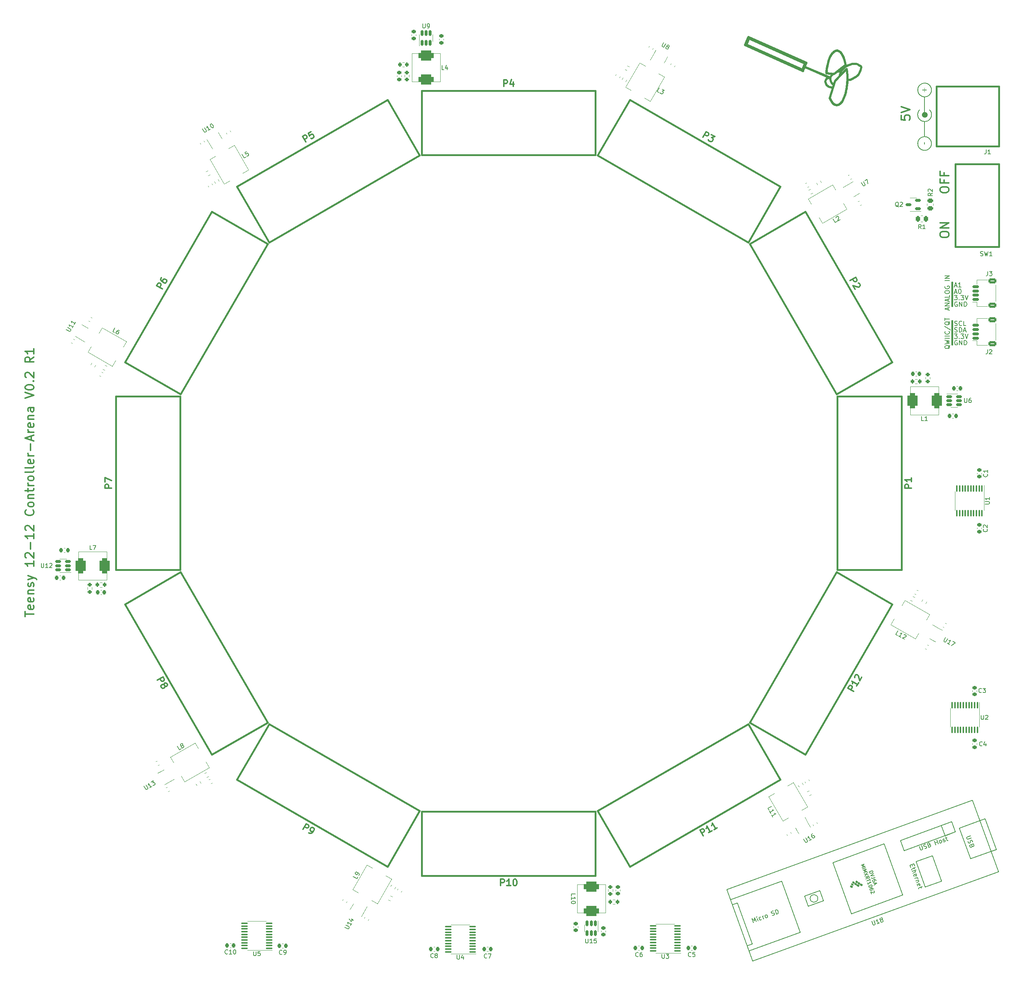
<source format=gto>
%TF.GenerationSoftware,KiCad,Pcbnew,7.0.10-7.0.10~ubuntu22.04.1*%
%TF.CreationDate,2024-10-03T13:24:51-07:00*%
%TF.ProjectId,teensy_arena_12-12,7465656e-7379-45f6-9172-656e615f3132,rev?*%
%TF.SameCoordinates,Original*%
%TF.FileFunction,Legend,Top*%
%TF.FilePolarity,Positive*%
%FSLAX46Y46*%
G04 Gerber Fmt 4.6, Leading zero omitted, Abs format (unit mm)*
G04 Created by KiCad (PCBNEW 7.0.10-7.0.10~ubuntu22.04.1) date 2024-10-03 13:24:51*
%MOMM*%
%LPD*%
G01*
G04 APERTURE LIST*
G04 Aperture macros list*
%AMRoundRect*
0 Rectangle with rounded corners*
0 $1 Rounding radius*
0 $2 $3 $4 $5 $6 $7 $8 $9 X,Y pos of 4 corners*
0 Add a 4 corners polygon primitive as box body*
4,1,4,$2,$3,$4,$5,$6,$7,$8,$9,$2,$3,0*
0 Add four circle primitives for the rounded corners*
1,1,$1+$1,$2,$3*
1,1,$1+$1,$4,$5*
1,1,$1+$1,$6,$7*
1,1,$1+$1,$8,$9*
0 Add four rect primitives between the rounded corners*
20,1,$1+$1,$2,$3,$4,$5,0*
20,1,$1+$1,$4,$5,$6,$7,0*
20,1,$1+$1,$6,$7,$8,$9,0*
20,1,$1+$1,$8,$9,$2,$3,0*%
%AMRotRect*
0 Rectangle, with rotation*
0 The origin of the aperture is its center*
0 $1 length*
0 $2 width*
0 $3 Rotation angle, in degrees counterclockwise*
0 Add horizontal line*
21,1,$1,$2,0,0,$3*%
G04 Aperture macros list end*
%ADD10C,0.514144*%
%ADD11C,0.154870*%
%ADD12C,0.179621*%
%ADD13C,0.168772*%
%ADD14C,0.381000*%
%ADD15C,0.000000*%
%ADD16C,0.125869*%
%ADD17C,0.152400*%
%ADD18C,0.177800*%
%ADD19C,0.355600*%
%ADD20C,0.150000*%
%ADD21C,0.304800*%
%ADD22C,0.203200*%
%ADD23C,0.100000*%
%ADD24C,0.120000*%
%ADD25RoundRect,0.587500X0.587500X1.162500X-0.587500X1.162500X-0.587500X-1.162500X0.587500X-1.162500X0*%
%ADD26RoundRect,0.150000X-0.150000X0.512500X-0.150000X-0.512500X0.150000X-0.512500X0.150000X0.512500X0*%
%ADD27RoundRect,0.225000X0.250000X-0.225000X0.250000X0.225000X-0.250000X0.225000X-0.250000X-0.225000X0*%
%ADD28RoundRect,0.225000X0.329006X-0.069856X0.104006X0.319856X-0.329006X0.069856X-0.104006X-0.319856X0*%
%ADD29C,9.000000*%
%ADD30R,1.600000X1.600000*%
%ADD31C,1.600000*%
%ADD32RoundRect,0.225000X0.225000X0.250000X-0.225000X0.250000X-0.225000X-0.250000X0.225000X-0.250000X0*%
%ADD33RoundRect,0.225000X-0.250000X0.225000X-0.250000X-0.225000X0.250000X-0.225000X0.250000X0.225000X0*%
%ADD34RoundRect,0.200000X-0.200000X-0.275000X0.200000X-0.275000X0.200000X0.275000X-0.200000X0.275000X0*%
%ADD35RotRect,1.600000X1.600000X240.000000*%
%ADD36RoundRect,0.200000X0.200000X0.275000X-0.200000X0.275000X-0.200000X-0.275000X0.200000X-0.275000X0*%
%ADD37RoundRect,0.225000X-0.104006X0.319856X-0.329006X-0.069856X0.104006X-0.319856X0.329006X0.069856X0*%
%ADD38RoundRect,0.225000X-0.329006X0.069856X-0.104006X-0.319856X0.329006X-0.069856X0.104006X0.319856X0*%
%ADD39RoundRect,0.225000X-0.225000X-0.250000X0.225000X-0.250000X0.225000X0.250000X-0.225000X0.250000X0*%
%ADD40RoundRect,0.150000X-0.368838X-0.386154X0.518838X0.126346X0.368838X0.386154X-0.518838X-0.126346X0*%
%ADD41C,2.540000*%
%ADD42RoundRect,0.100000X0.637500X0.100000X-0.637500X0.100000X-0.637500X-0.100000X0.637500X-0.100000X0*%
%ADD43RoundRect,0.225000X0.069856X0.329006X-0.319856X0.104006X-0.069856X-0.329006X0.319856X-0.104006X0*%
%ADD44RoundRect,0.200000X-0.035705X-0.338157X0.310705X-0.138157X0.035705X0.338157X-0.310705X0.138157X0*%
%ADD45RoundRect,0.100000X-0.100000X0.637500X-0.100000X-0.637500X0.100000X-0.637500X0.100000X0.637500X0*%
%ADD46RoundRect,0.200000X0.338157X-0.035705X0.138157X0.310705X-0.338157X0.035705X-0.138157X-0.310705X0*%
%ADD47RoundRect,0.200000X0.035705X0.338157X-0.310705X0.138157X-0.035705X-0.338157X0.310705X-0.138157X0*%
%ADD48RoundRect,0.150000X-0.518838X0.126346X0.368838X-0.386154X0.518838X-0.126346X-0.368838X0.386154X0*%
%ADD49RotRect,1.600000X1.600000X150.000000*%
%ADD50RotRect,1.600000X1.600000X210.000000*%
%ADD51RoundRect,0.587500X-1.300505X-0.072460X-0.713005X-1.090040X1.300505X0.072460X0.713005X1.090040X0*%
%ADD52RoundRect,0.150000X0.625000X-0.150000X0.625000X0.150000X-0.625000X0.150000X-0.625000X-0.150000X0*%
%ADD53RoundRect,0.250000X0.650000X-0.350000X0.650000X0.350000X-0.650000X0.350000X-0.650000X-0.350000X0*%
%ADD54RoundRect,0.200000X-0.338157X0.035705X-0.138157X-0.310705X0.338157X-0.035705X0.138157X0.310705X0*%
%ADD55RoundRect,0.200000X-0.138157X0.310705X-0.338157X-0.035705X0.138157X-0.310705X0.338157X0.035705X0*%
%ADD56RoundRect,0.225000X-0.069856X-0.329006X0.319856X-0.104006X0.069856X0.329006X-0.319856X0.104006X0*%
%ADD57RoundRect,0.200000X-0.310705X-0.138157X0.035705X-0.338157X0.310705X0.138157X-0.035705X0.338157X0*%
%ADD58RoundRect,0.200000X0.275000X-0.200000X0.275000X0.200000X-0.275000X0.200000X-0.275000X-0.200000X0*%
%ADD59RoundRect,0.225000X0.104006X-0.319856X0.329006X0.069856X-0.104006X0.319856X-0.329006X-0.069856X0*%
%ADD60RoundRect,0.200000X0.138157X-0.310705X0.338157X0.035705X-0.138157X0.310705X-0.338157X-0.035705X0*%
%ADD61RoundRect,0.587500X1.300505X0.072460X0.713005X1.090040X-1.300505X-0.072460X-0.713005X-1.090040X0*%
%ADD62RoundRect,0.150000X0.512500X0.150000X-0.512500X0.150000X-0.512500X-0.150000X0.512500X-0.150000X0*%
%ADD63RoundRect,0.587500X1.162500X-0.587500X1.162500X0.587500X-1.162500X0.587500X-1.162500X-0.587500X0*%
%ADD64RoundRect,0.225000X-0.319856X-0.104006X0.069856X-0.329006X0.319856X0.104006X-0.069856X0.329006X0*%
%ADD65RoundRect,0.150000X0.126346X0.518838X-0.386154X-0.368838X-0.126346X-0.518838X0.386154X0.368838X0*%
%ADD66C,3.556000*%
%ADD67C,1.930400*%
%ADD68C,4.064000*%
%ADD69RoundRect,0.225000X0.319856X0.104006X-0.069856X0.329006X-0.319856X-0.104006X0.069856X-0.329006X0*%
%ADD70RotRect,1.600000X1.600000X30.000000*%
%ADD71RoundRect,0.587500X-0.587500X-1.162500X0.587500X-1.162500X0.587500X1.162500X-0.587500X1.162500X0*%
%ADD72RoundRect,0.250000X-0.262500X-0.450000X0.262500X-0.450000X0.262500X0.450000X-0.262500X0.450000X0*%
%ADD73RotRect,1.600000X1.600000X200.000000*%
%ADD74RotRect,1.300000X1.300000X200.000000*%
%ADD75C,1.300000*%
%ADD76RoundRect,0.150000X0.518838X-0.126346X-0.368838X0.386154X-0.518838X0.126346X0.368838X-0.386154X0*%
%ADD77RotRect,1.600000X1.600000X60.000000*%
%ADD78RoundRect,0.587500X0.713005X-1.090040X1.300505X-0.072460X-0.713005X1.090040X-1.300505X0.072460X0*%
%ADD79RotRect,1.600000X1.600000X120.000000*%
%ADD80RoundRect,0.150000X0.368838X0.386154X-0.518838X-0.126346X-0.368838X-0.386154X0.518838X0.126346X0*%
%ADD81RoundRect,0.150000X0.150000X-0.512500X0.150000X0.512500X-0.150000X0.512500X-0.150000X-0.512500X0*%
%ADD82RoundRect,0.587500X-0.713005X1.090040X-1.300505X0.072460X0.713005X-1.090040X1.300505X-0.072460X0*%
%ADD83RoundRect,0.150000X-0.386154X0.368838X0.126346X-0.518838X0.386154X-0.368838X-0.126346X0.518838X0*%
%ADD84RoundRect,0.587500X-1.090040X-0.713005X-0.072460X-1.300505X1.090040X0.713005X0.072460X1.300505X0*%
%ADD85RoundRect,0.150000X-0.512500X-0.150000X0.512500X-0.150000X0.512500X0.150000X-0.512500X0.150000X0*%
%ADD86RoundRect,0.200000X0.310705X0.138157X-0.035705X0.338157X-0.310705X-0.138157X0.035705X-0.338157X0*%
%ADD87RoundRect,0.587500X-0.072460X1.300505X-1.090040X0.713005X0.072460X-1.300505X1.090040X-0.713005X0*%
%ADD88RoundRect,0.200000X-0.275000X0.200000X-0.275000X-0.200000X0.275000X-0.200000X0.275000X0.200000X0*%
%ADD89RoundRect,0.587500X0.072460X-1.300505X1.090040X-0.713005X-0.072460X1.300505X-1.090040X0.713005X0*%
%ADD90RoundRect,0.150000X-0.126346X-0.518838X0.386154X0.368838X0.126346X0.518838X-0.386154X-0.368838X0*%
%ADD91RoundRect,0.587500X1.090040X0.713005X0.072460X1.300505X-1.090040X-0.713005X-0.072460X-1.300505X0*%
%ADD92RotRect,1.600000X1.600000X300.000000*%
%ADD93RoundRect,0.587500X-1.162500X0.587500X-1.162500X-0.587500X1.162500X-0.587500X1.162500X0.587500X0*%
%ADD94RotRect,1.600000X1.600000X330.000000*%
%ADD95RoundRect,0.250000X-0.450000X0.262500X-0.450000X-0.262500X0.450000X-0.262500X0.450000X0.262500X0*%
%ADD96RoundRect,0.150000X0.386154X-0.368838X-0.126346X0.518838X-0.386154X0.368838X0.126346X-0.518838X0*%
G04 APERTURE END LIST*
D10*
X256199044Y-87297682D02*
X256271976Y-87058327D01*
X253328128Y-89085184D02*
X253428895Y-89190784D01*
X253398643Y-85370906D02*
X253047927Y-85471590D01*
D11*
X273458677Y-92763687D02*
X273412617Y-92697601D01*
D12*
X275079658Y-84502663D02*
X275156965Y-84520506D01*
X273801544Y-84787649D02*
X273864193Y-84743099D01*
D10*
X256682667Y-84850824D02*
X256710096Y-84544275D01*
X252017720Y-82164110D02*
X251877536Y-82169920D01*
X252053344Y-83360095D02*
X252337198Y-83279574D01*
X252648282Y-87995452D02*
X252864904Y-88424901D01*
X255368341Y-88978587D02*
X255474286Y-88838667D01*
D12*
X275307038Y-100056867D02*
X275232792Y-100081989D01*
X276124191Y-97727336D02*
X276162666Y-97794252D01*
D10*
X253852396Y-89497068D02*
X253962792Y-89543132D01*
X253107055Y-88828682D02*
X253329101Y-89139146D01*
D12*
X274514275Y-87647619D02*
X274435586Y-87633567D01*
D11*
X276144971Y-92629798D02*
X276102596Y-92697601D01*
D10*
X253599513Y-89404428D02*
X253881595Y-89536188D01*
D12*
X273683213Y-99738719D02*
X273627717Y-99685810D01*
X273929041Y-99922493D02*
X273864208Y-99880930D01*
D11*
X276351319Y-92042732D02*
X276338422Y-92119120D01*
D10*
X255525857Y-82231349D02*
X253909263Y-83976567D01*
D12*
X273741180Y-97322884D02*
X273801544Y-97275447D01*
D10*
X252552095Y-78774228D02*
X252838191Y-78144863D01*
X251969289Y-84954351D02*
X251774238Y-84647473D01*
X253435013Y-77325878D02*
X253641567Y-77156405D01*
D12*
X274675394Y-87663951D02*
X274594245Y-87657781D01*
D10*
X259176866Y-80098993D02*
X259525148Y-80289985D01*
D12*
X273432595Y-99449323D02*
X273391031Y-99384490D01*
X273178102Y-85824768D02*
X273192154Y-85746080D01*
D10*
X252166875Y-85147003D02*
X251969289Y-84954351D01*
X252693095Y-88053999D02*
X252775458Y-88230525D01*
D12*
X275832018Y-87250921D02*
X275774039Y-87301144D01*
D10*
X251774238Y-84647473D02*
X251684112Y-84419114D01*
D12*
X276162666Y-85306454D02*
X276197954Y-85375353D01*
X274757623Y-87666031D02*
X274675394Y-87663951D01*
X275000969Y-84488611D02*
X275079658Y-84502663D01*
D10*
X255063430Y-89325641D02*
X255481002Y-88897170D01*
D12*
X273391023Y-85239538D02*
X273432586Y-85174706D01*
X276347273Y-98392536D02*
X276353443Y-98473685D01*
X275450382Y-97115569D02*
X275519280Y-97150857D01*
D11*
X273679039Y-93007324D02*
X273618965Y-92950211D01*
D10*
X255036411Y-82539878D02*
X255042022Y-82457412D01*
D12*
X276197954Y-86760877D02*
X276162666Y-86829776D01*
D10*
X255276137Y-77430101D02*
X255346218Y-77514994D01*
D12*
X276323059Y-85746080D02*
X276337111Y-85824768D01*
D10*
X253521335Y-77222379D02*
X253965722Y-76961480D01*
D12*
X275940420Y-97481511D02*
X275990643Y-97539491D01*
D10*
X256875322Y-83833962D02*
X256742183Y-83877680D01*
X254654616Y-76988025D02*
X254738231Y-77019672D01*
D12*
X274135626Y-84595772D02*
X274208191Y-84567161D01*
D11*
X273237589Y-92344278D02*
X273213638Y-92270036D01*
D12*
X274514268Y-96976409D02*
X274594239Y-96966247D01*
X275307038Y-87569069D02*
X275232792Y-87594191D01*
X276353443Y-98638142D02*
X276347273Y-98719291D01*
X273801558Y-99836379D02*
X273741193Y-99788942D01*
D10*
X254131302Y-89588144D02*
X254188191Y-89596579D01*
D11*
X274911957Y-93414485D02*
X274834853Y-93420012D01*
D12*
X275586196Y-87434695D02*
X275519280Y-87473171D01*
D11*
X274834853Y-93420012D02*
X274757606Y-93421855D01*
D10*
X259542541Y-82121242D02*
X259303428Y-82485940D01*
X255432428Y-81506674D02*
X255645993Y-81235336D01*
D13*
X274757623Y-91163801D02*
X274757623Y-87739042D01*
D12*
X273391031Y-99384490D02*
X273352554Y-99317574D01*
D10*
X253135036Y-82646298D02*
X253292690Y-82463024D01*
X251858224Y-83534084D02*
X252053344Y-83360095D01*
D12*
X274135639Y-100028256D02*
X274064857Y-99996257D01*
X273161770Y-85985887D02*
X273167940Y-85904738D01*
X274594245Y-87657781D02*
X274514275Y-87647619D01*
X275450382Y-87508459D02*
X275379601Y-87540458D01*
X276229953Y-99177894D02*
X276197954Y-99248675D01*
D10*
X255220933Y-77362302D02*
X255627103Y-77919080D01*
X259525148Y-80289985D02*
X259789890Y-80507871D01*
X246348282Y-81480219D02*
X233048664Y-75525588D01*
D11*
X273154682Y-91657214D02*
X273163894Y-91580397D01*
X276360531Y-91965914D02*
X276351319Y-92042732D01*
D10*
X246463759Y-81532354D02*
X247222944Y-79751814D01*
X254303207Y-76931315D02*
X254393603Y-76934890D01*
X256040481Y-87747626D02*
X256121828Y-87527581D01*
D12*
X274208191Y-97054959D02*
X274282438Y-97029837D01*
D10*
X253881595Y-89536188D02*
X254324682Y-89610855D01*
D11*
X275435657Y-93272624D02*
X275363562Y-93303944D01*
X274680359Y-93420012D02*
X274603255Y-93414485D01*
D10*
X257844701Y-80028055D02*
X258211627Y-79972669D01*
D11*
X275709728Y-93110496D02*
X275643643Y-93156555D01*
X274526438Y-93405273D02*
X274450049Y-93392377D01*
D12*
X274839851Y-87663951D02*
X274757623Y-87666031D01*
D10*
X258842153Y-80017626D02*
X259176866Y-80098993D01*
X253292690Y-82463024D02*
X253412685Y-82343878D01*
X256455241Y-80603086D02*
X256647542Y-80491892D01*
X259950052Y-81164050D02*
X259836255Y-81519547D01*
X255147913Y-89218914D02*
X255259498Y-89105469D01*
D11*
X275140979Y-93375796D02*
X275065163Y-93392377D01*
D12*
X275887512Y-84938218D02*
X275940420Y-84993713D01*
D10*
X253965362Y-76988768D02*
X254076566Y-76957025D01*
X259789890Y-80507871D02*
X259966569Y-80689146D01*
D12*
X273256650Y-85518698D02*
X273285261Y-85446135D01*
X274208204Y-100056867D02*
X274135639Y-100028256D01*
X274435586Y-100121364D02*
X274358278Y-100103522D01*
X276353443Y-85985887D02*
X276355522Y-86068115D01*
D10*
X256678724Y-81644514D02*
X256650167Y-81387806D01*
X254482303Y-76945573D02*
X254569307Y-76963305D01*
D12*
X275450382Y-84627771D02*
X275519280Y-84663059D01*
D11*
X275896248Y-92950211D02*
X275836173Y-93007324D01*
X273370242Y-90993331D02*
X273412617Y-90925528D01*
X273213638Y-91353093D02*
X273237589Y-91278851D01*
D12*
X273209998Y-98955257D02*
X273192155Y-98877949D01*
D10*
X251877536Y-82169920D02*
X251922517Y-81614249D01*
X233757241Y-73863743D02*
X247056859Y-79818372D01*
D12*
X275887512Y-97426016D02*
X275940420Y-97481511D01*
D11*
X276102596Y-92697601D02*
X276056536Y-92763687D01*
D10*
X255866011Y-88156561D02*
X255955157Y-87957419D01*
D11*
X276351319Y-91580397D02*
X276360531Y-91657214D01*
D10*
X254302959Y-89603371D02*
X254429429Y-89595126D01*
D12*
X276323059Y-98877949D02*
X276305217Y-98955257D01*
D10*
X255671304Y-78034008D02*
X255731261Y-78156298D01*
D12*
X276124191Y-85239538D02*
X276162666Y-85306454D01*
D11*
X273163894Y-91580397D02*
X273176791Y-91504009D01*
D10*
X256005789Y-78856859D02*
X256103824Y-79177541D01*
X257779754Y-83532072D02*
X257434774Y-83689800D01*
X256357616Y-80272018D02*
X255706384Y-80763982D01*
D12*
X273741193Y-87301144D02*
X273683213Y-87250921D01*
D10*
X258090858Y-83404417D02*
X257779754Y-83532072D01*
X259966569Y-80689146D02*
X259993367Y-80838851D01*
D12*
X276229953Y-97933932D02*
X276258563Y-98006496D01*
D10*
X256942987Y-80339952D02*
X257168924Y-80231520D01*
X256750710Y-82712449D02*
X256739244Y-82439840D01*
X253269248Y-84659038D02*
X253123313Y-84504252D01*
D12*
X275832018Y-99738719D02*
X275774039Y-99788942D01*
X274757623Y-100153828D02*
X274675394Y-100151749D01*
X273285261Y-97933932D02*
X273317260Y-97863151D01*
X276347273Y-85904738D02*
X276353443Y-85985887D01*
X275651027Y-84743099D02*
X275713675Y-84787649D01*
D11*
X275953362Y-90732993D02*
X276006791Y-90795216D01*
X276006791Y-92827913D02*
X275953362Y-92890135D01*
D14*
X281175600Y-139946600D02*
X281175600Y-145446600D01*
D10*
X252560420Y-83133970D02*
X252542989Y-83175007D01*
D11*
X273163894Y-92042732D02*
X273154682Y-91965915D01*
D12*
X276258563Y-85518698D02*
X276283685Y-85592944D01*
X273256654Y-86617532D02*
X273231531Y-86543286D01*
D11*
X276144971Y-90993330D02*
X276183661Y-91062707D01*
D10*
X253672708Y-82321579D02*
X251877536Y-82169922D01*
X256650167Y-81387806D02*
X256617580Y-81135749D01*
D11*
X274151651Y-93303944D02*
X274079555Y-93272624D01*
D12*
X275713675Y-87348581D02*
X275651027Y-87393132D01*
X273352554Y-99317574D02*
X273317265Y-99248675D01*
X273683200Y-84885309D02*
X273741180Y-84835086D01*
D10*
X252264493Y-79665606D02*
X252552095Y-78774228D01*
D11*
X273561851Y-90732993D02*
X273618965Y-90672917D01*
X273561851Y-92890135D02*
X273508421Y-92827913D01*
D12*
X273192154Y-98233878D02*
X273209996Y-98156569D01*
X275379601Y-87540458D02*
X275307038Y-87569069D01*
X273524573Y-85051693D02*
X273574796Y-84993713D01*
X273352554Y-86829776D02*
X273317265Y-86760877D01*
X273801544Y-97275447D02*
X273864193Y-97230896D01*
X276283685Y-99031084D02*
X276258563Y-99105330D01*
D10*
X252813388Y-83330316D02*
X252914922Y-82982534D01*
D12*
X274135639Y-87540458D02*
X274064857Y-87508459D01*
X275832018Y-97373107D02*
X275887512Y-97426016D01*
D11*
X273331551Y-92560422D02*
X273296546Y-92489614D01*
D12*
X276038079Y-97599855D02*
X276082629Y-97662503D01*
X273627717Y-99685810D02*
X273574807Y-99630315D01*
D10*
X255042022Y-82457412D02*
X255046822Y-82396570D01*
X251877536Y-82169922D02*
X251908122Y-81714717D01*
D11*
X273508421Y-92827913D02*
X273458677Y-92763687D01*
D12*
X274514268Y-84488611D02*
X274594239Y-84478449D01*
X276038079Y-85112057D02*
X276082629Y-85174706D01*
X275774039Y-87301144D02*
X275713675Y-87348581D01*
D10*
X256760000Y-83267298D02*
X256757661Y-82988359D01*
D12*
X273741193Y-99788942D02*
X273683213Y-99738719D01*
D10*
X233048664Y-75525588D02*
X233757241Y-73863743D01*
D12*
X273317260Y-97863151D02*
X273352548Y-97794252D01*
X275774039Y-97322884D02*
X275832018Y-97373107D01*
D10*
X255259498Y-89105469D02*
X255368341Y-88978587D01*
D12*
X275307038Y-84567161D02*
X275379601Y-84595772D01*
D11*
X276321841Y-91428193D02*
X276338422Y-91504008D01*
D10*
X253428895Y-89190784D02*
X253531823Y-89285068D01*
D12*
X276337111Y-85824768D02*
X276347273Y-85904738D01*
D10*
X252164419Y-80079481D02*
X252277697Y-79618968D01*
X254820151Y-77058187D02*
X254900378Y-77103508D01*
X256463519Y-86287504D02*
X256517769Y-86014304D01*
D15*
G36*
X274823510Y-85999718D02*
G01*
X275272643Y-85999718D01*
X275272643Y-86136516D01*
X274823510Y-86136516D01*
X274823510Y-86585642D01*
X274691671Y-86585642D01*
X274691671Y-86136516D01*
X274242538Y-86136516D01*
X274242538Y-85999718D01*
X274691671Y-85999718D01*
X274691671Y-85550590D01*
X274823510Y-85550590D01*
X274823510Y-85999718D01*
G37*
D12*
X273574807Y-99630315D02*
X273524583Y-99572336D01*
X274358278Y-100103522D02*
X274282450Y-100081989D01*
X276353443Y-98473685D02*
X276355522Y-98555913D01*
D10*
X259023559Y-82799008D02*
X258722802Y-83026055D01*
D12*
X275000969Y-96976409D02*
X275079658Y-96990462D01*
X276038079Y-99511971D02*
X275990643Y-99572336D01*
D11*
X275896248Y-90672917D02*
X275953362Y-90732993D01*
D12*
X275156965Y-100103522D02*
X275079658Y-100121364D01*
X274594239Y-84478449D02*
X274675391Y-84472279D01*
D10*
X255789534Y-78284609D02*
X255846123Y-78418881D01*
D12*
X276283685Y-85592944D02*
X276305217Y-85668771D01*
D10*
X253133544Y-88841221D02*
X253229639Y-88968564D01*
D13*
X274757623Y-96896270D02*
X274757623Y-93471512D01*
D12*
X275940420Y-87142517D02*
X275887512Y-87198012D01*
X273231528Y-85592944D02*
X273256650Y-85518698D01*
D10*
X254873437Y-77076596D02*
X255220933Y-77362302D01*
D12*
X275000969Y-87647619D02*
X274921000Y-87657781D01*
X273167940Y-98719291D02*
X273161770Y-98638142D01*
X273231528Y-98080742D02*
X273256650Y-98006496D01*
D11*
X276218667Y-91133515D02*
X276249987Y-91205610D01*
D10*
X256703154Y-81905602D02*
X256678724Y-81644514D01*
X252277697Y-79618968D02*
X252405794Y-79187490D01*
X255046822Y-82396570D02*
X255049075Y-82373567D01*
D12*
X273995957Y-99960969D02*
X273929041Y-99922493D01*
D10*
X252914922Y-82982534D02*
X253135036Y-82646298D01*
D12*
X274358267Y-97008304D02*
X274435577Y-96990462D01*
X274064843Y-97115569D02*
X274135626Y-97083570D01*
X273159690Y-86068115D02*
X273161770Y-85985887D01*
X274514275Y-100135417D02*
X274435586Y-100121364D01*
X273524573Y-97539491D02*
X273574796Y-97481511D01*
D10*
X254393603Y-76934890D02*
X254482303Y-76945573D01*
D12*
X274675391Y-96960077D02*
X274757623Y-96957998D01*
X276197954Y-97863151D02*
X276229953Y-97933932D01*
D11*
X273805485Y-93110496D02*
X273741260Y-93060753D01*
D10*
X246413145Y-81651057D02*
X246463759Y-81532354D01*
D11*
X276301574Y-92270036D02*
X276277623Y-92344278D01*
D12*
X275713675Y-97275447D02*
X275774039Y-97322884D01*
X273352548Y-97794252D02*
X273391023Y-97727336D01*
X275651027Y-97230896D02*
X275713675Y-97275447D01*
D10*
X252066861Y-80566931D02*
X252164419Y-80079481D01*
D12*
X273524583Y-87084537D02*
X273477146Y-87024173D01*
D10*
X254429429Y-89595126D02*
X254554235Y-89570660D01*
D12*
X275887512Y-99685810D02*
X275832018Y-99738719D01*
D10*
X257434774Y-83689800D02*
X257147111Y-83738716D01*
D12*
X273192154Y-85746080D02*
X273209996Y-85668771D01*
D10*
X256566963Y-85733638D02*
X256610946Y-85445904D01*
D12*
X275519280Y-97150857D02*
X275586196Y-97189333D01*
D10*
X251985926Y-81079220D02*
X252066861Y-80566931D01*
X256588437Y-81139620D02*
X253909288Y-83976566D01*
D11*
X276006791Y-90795216D02*
X276056536Y-90859442D01*
D10*
X255864154Y-78448817D02*
X256087136Y-79124247D01*
X255773197Y-88344655D02*
X255866011Y-88156561D01*
X252862258Y-84007779D02*
X252804643Y-83656706D01*
X246942174Y-80746439D02*
X252560420Y-83133970D01*
X256610946Y-85445904D02*
X256649566Y-85151500D01*
D12*
X276337111Y-98799260D02*
X276323059Y-98877949D01*
D10*
X253747749Y-77088720D02*
X253855718Y-77032754D01*
D15*
G36*
X274832166Y-98813028D02*
G01*
X274683015Y-98813028D01*
X274683015Y-98298797D01*
X274832166Y-98298797D01*
X274832166Y-98813028D01*
G37*
D10*
X256731697Y-84232249D02*
X256747318Y-83915146D01*
D12*
X276162666Y-97794252D02*
X276197954Y-97863151D01*
X273477146Y-87024173D02*
X273432595Y-86961524D01*
D10*
X258722802Y-83026055D02*
X258371227Y-83226200D01*
X253909263Y-83976567D02*
X252648282Y-87995452D01*
X257168924Y-80231520D02*
X257485784Y-80119245D01*
X256279733Y-79885603D02*
X256357618Y-80272016D01*
D12*
X275887512Y-87198012D02*
X275832018Y-87250921D01*
D10*
X253229639Y-88968564D02*
X253328128Y-89085184D01*
D12*
X274064857Y-87508459D02*
X273995957Y-87473171D01*
X274358267Y-84520506D02*
X274435577Y-84502663D01*
X275990643Y-85051693D02*
X276038079Y-85112057D01*
X275379601Y-100028256D02*
X275307038Y-100056867D01*
D10*
X252687820Y-85409914D02*
X252402307Y-85308503D01*
D12*
X273524583Y-99572336D02*
X273477146Y-99511971D01*
D10*
X254420562Y-76894705D02*
X254873437Y-77076596D01*
D11*
X273939372Y-93198929D02*
X273871570Y-93156555D01*
X274988775Y-93405273D02*
X274911957Y-93414485D01*
D10*
X255073137Y-82733063D02*
X255036411Y-82539878D01*
D12*
X274064843Y-84627771D02*
X274135626Y-84595772D01*
D10*
X247222944Y-79751814D02*
X233689051Y-73692292D01*
X251709684Y-83828453D02*
X251858224Y-83534084D01*
D11*
X273412617Y-92697601D02*
X273370242Y-92629798D01*
X274224891Y-93331579D02*
X274151651Y-93303944D01*
D10*
X254074763Y-89576401D02*
X254131302Y-89588144D01*
D12*
X273209998Y-86467459D02*
X273192155Y-86390151D01*
D11*
X273176791Y-92119120D02*
X273163894Y-92042732D01*
D12*
X276305217Y-98156569D02*
X276323059Y-98233878D01*
D11*
X273154682Y-91965915D02*
X273149155Y-91888811D01*
D10*
X255474286Y-88838667D02*
X255577180Y-88686106D01*
D12*
X273864208Y-87393132D02*
X273801558Y-87348581D01*
D10*
X254900378Y-77103508D02*
X254978913Y-77155575D01*
D11*
X275065163Y-93392377D02*
X274988775Y-93405273D01*
D10*
X246924743Y-80787476D02*
X246942174Y-80746439D01*
X252560430Y-83133970D02*
X251578214Y-82728334D01*
D12*
X273192155Y-98877949D02*
X273178102Y-98799260D01*
X276355522Y-86068115D02*
X276353443Y-86150343D01*
D10*
X259836255Y-81519547D02*
X259696227Y-81826924D01*
D12*
X273178102Y-98799260D02*
X273167940Y-98719291D01*
X273391031Y-86896692D02*
X273352554Y-86829776D01*
X274675394Y-100151749D02*
X274594245Y-100145579D01*
D10*
X254324682Y-89610855D02*
X254665025Y-89571112D01*
X252949007Y-88555546D02*
X253039961Y-88703450D01*
D12*
X273352548Y-85306454D02*
X273391023Y-85239538D01*
D10*
X258371227Y-83226200D02*
X258090858Y-83404417D01*
X253188466Y-77597686D02*
X253521335Y-77222379D01*
X252775458Y-88230525D02*
X252860801Y-88397806D01*
D12*
X273432595Y-86961524D02*
X273391031Y-86896692D01*
D10*
X252673597Y-83279574D02*
X252673597Y-83254005D01*
X255706384Y-80763982D02*
X254954221Y-81363387D01*
X255790885Y-88395804D02*
X256248971Y-87209539D01*
D12*
X276305217Y-98955257D02*
X276283685Y-99031084D01*
D11*
X273871570Y-93156555D02*
X273805485Y-93110496D01*
D12*
X276162666Y-86829776D02*
X276124191Y-86896692D01*
X276082629Y-99449323D02*
X276038079Y-99511971D01*
X273929026Y-84701535D02*
X273995943Y-84663059D01*
X276337111Y-98312566D02*
X276347273Y-98392536D01*
X274757623Y-96957998D02*
X274839851Y-96960077D01*
D10*
X251922517Y-81614249D02*
X251985926Y-81079220D01*
X253329101Y-89139146D02*
X253599513Y-89404428D01*
X253636966Y-84854792D02*
X253457742Y-84793319D01*
X255481314Y-77703871D02*
X255546331Y-77807734D01*
X256430595Y-80273243D02*
X253672708Y-82321578D01*
D11*
X274079555Y-93272624D02*
X274008748Y-93237619D01*
D10*
X255955157Y-87957419D02*
X256040481Y-87747626D01*
D11*
X276277623Y-91278851D02*
X276301574Y-91353092D01*
X274450049Y-93392377D02*
X274374233Y-93375796D01*
D12*
X275940420Y-99630315D02*
X275887512Y-99685810D01*
X274921000Y-87657781D02*
X274839851Y-87663951D01*
D10*
X254738231Y-77019672D02*
X254820151Y-77058187D01*
D12*
X275651027Y-99880930D02*
X275586196Y-99922493D01*
X274282438Y-84542039D02*
X274358267Y-84520506D01*
D10*
X254665025Y-89571112D02*
X255063430Y-89325641D01*
X254189219Y-76937786D02*
X254303207Y-76931315D01*
X254954221Y-81363387D02*
X253672708Y-82321579D01*
D11*
X273265225Y-92417518D02*
X273237589Y-92344278D01*
D10*
X246889631Y-79885306D02*
X246282282Y-81309738D01*
D12*
X274757623Y-84470199D02*
X274839851Y-84472279D01*
X273192155Y-86390151D02*
X273178102Y-86311462D01*
X275307038Y-97054959D02*
X275379601Y-97083570D01*
D11*
X276366058Y-91888811D02*
X276360531Y-91965914D01*
D10*
X252869967Y-78088253D02*
X253048311Y-77793901D01*
X254657018Y-81746046D02*
X255004495Y-81752769D01*
X255414610Y-77606271D02*
X255481314Y-77703871D01*
D11*
X273458677Y-90859442D02*
X273508421Y-90795216D01*
D10*
X256195137Y-79520617D02*
X256279733Y-79885603D01*
D12*
X273285265Y-99177894D02*
X273256654Y-99105330D01*
X274435577Y-84502663D02*
X274514268Y-84488611D01*
X275990643Y-99572336D02*
X275940420Y-99630315D01*
X276124191Y-99384490D02*
X276082629Y-99449323D01*
X273627717Y-87198012D02*
X273574807Y-87142517D01*
X276229953Y-85446135D02*
X276258563Y-85518698D01*
D10*
X256739244Y-82439840D02*
X256723359Y-82170801D01*
D11*
X275575841Y-93198929D02*
X275506464Y-93237619D01*
D10*
X256517769Y-86014304D02*
X256566963Y-85733638D01*
X253047927Y-85471590D02*
X252687820Y-85409914D01*
D12*
X276197954Y-99248675D02*
X276162666Y-99317574D01*
D11*
X273296546Y-91133515D02*
X273331551Y-91062707D01*
D10*
X233689051Y-73692292D02*
X232879253Y-75591534D01*
X256710096Y-84544275D02*
X256731697Y-84232249D01*
D12*
X275156965Y-97008304D02*
X275232792Y-97029837D01*
D10*
X254188191Y-89596579D02*
X254245415Y-89601666D01*
X255033738Y-89318524D02*
X255147913Y-89218914D01*
D11*
X273213638Y-92270036D02*
X273193372Y-92194936D01*
D12*
X273683200Y-97373107D02*
X273741180Y-97322884D01*
X276347273Y-86231492D02*
X276337111Y-86311462D01*
D11*
X275290322Y-93331579D02*
X275216080Y-93355530D01*
D12*
X274675391Y-84472279D02*
X274757623Y-84470199D01*
X273627705Y-84938218D02*
X273683200Y-84885309D01*
D10*
X252097724Y-80452923D02*
X252264493Y-79665606D01*
D11*
X275363562Y-93303944D02*
X275290322Y-93331579D01*
D10*
X255546331Y-77807734D02*
X255609660Y-77917800D01*
D14*
X281175600Y-130946600D02*
X281175600Y-136446600D01*
D10*
X254798239Y-89474649D02*
X254917129Y-89403902D01*
D12*
X273995957Y-87473171D02*
X273929041Y-87434695D01*
D10*
X252976909Y-84256240D02*
X252862258Y-84007779D01*
X255609660Y-77917800D02*
X255671304Y-78034008D01*
D12*
X276305217Y-86467459D02*
X276283685Y-86543286D01*
X275232792Y-87594191D02*
X275156965Y-87615724D01*
D11*
X276056536Y-92763687D02*
X276006791Y-92827913D01*
X276218667Y-92489614D02*
X276183661Y-92560421D01*
D10*
X251908122Y-81714717D02*
X251962047Y-81294909D01*
X253743690Y-89438506D02*
X253852396Y-89497068D01*
D12*
X275713675Y-99836379D02*
X275651027Y-99880930D01*
X273256654Y-99105330D02*
X273231531Y-99031084D01*
X274921000Y-100145579D02*
X274839851Y-100151749D01*
D10*
X252547806Y-78787146D02*
X252702831Y-78420034D01*
D12*
X273167940Y-98392536D02*
X273178102Y-98312566D01*
D10*
X259696227Y-81826924D02*
X259542541Y-82121242D01*
X255131395Y-82050612D02*
X255166063Y-81963123D01*
D11*
X276321841Y-92194936D02*
X276301574Y-92270036D01*
D12*
X275450382Y-99996257D02*
X275379601Y-100028256D01*
X276258563Y-86617532D02*
X276229953Y-86690096D01*
X273209996Y-98156569D02*
X273231528Y-98080742D01*
X274839851Y-84472279D02*
X274921000Y-84478449D01*
D11*
X273176791Y-91504009D02*
X273193372Y-91428193D01*
D12*
X273627705Y-97426016D02*
X273683200Y-97373107D01*
X275586196Y-99922493D02*
X275519280Y-99960969D01*
D10*
X252337198Y-83279574D02*
X252673597Y-83279574D01*
D12*
X273178102Y-98312566D02*
X273192154Y-98233878D01*
X273995943Y-84663059D02*
X274064843Y-84627771D01*
X276353443Y-86150343D02*
X276347273Y-86231492D01*
D10*
X233823379Y-74035161D02*
X246889631Y-79885306D01*
X255050985Y-82360203D02*
X255131395Y-82050612D01*
D12*
X276258563Y-99105330D02*
X276229953Y-99177894D01*
D10*
X252542989Y-83175007D02*
X246924743Y-80787476D01*
X255627103Y-77919080D02*
X255864154Y-78448817D01*
X253123313Y-84504252D02*
X252976909Y-84256240D01*
X254917129Y-89403902D02*
X255033738Y-89318524D01*
D11*
X276183661Y-92560421D02*
X276144971Y-92629798D01*
D10*
X255954250Y-78705067D02*
X256005789Y-78856859D01*
D12*
X275651027Y-87393132D02*
X275586196Y-87434695D01*
X273391023Y-97727336D02*
X273432586Y-97662503D01*
D11*
X276366058Y-91734318D02*
X276367900Y-91811564D01*
D10*
X246282282Y-81309738D02*
X233216030Y-75459592D01*
D12*
X274135626Y-97083570D02*
X274208191Y-97054959D01*
D10*
X232879253Y-75591534D02*
X246413145Y-81651057D01*
D12*
X274594245Y-100145579D02*
X274514275Y-100135417D01*
X276082629Y-86961524D02*
X276038079Y-87024173D01*
D10*
X253672708Y-82321578D02*
X252017720Y-82164110D01*
X255731261Y-78156298D02*
X255789534Y-78284609D01*
D12*
X273231531Y-86543286D02*
X273209998Y-86467459D01*
D11*
X276338422Y-92119120D02*
X276321841Y-92194936D01*
D12*
X273574796Y-97481511D02*
X273627705Y-97426016D01*
X276197954Y-85375353D02*
X276229953Y-85446135D01*
X273929041Y-87434695D02*
X273864208Y-87393132D01*
X275079658Y-100121364D02*
X275000969Y-100135417D01*
D11*
X274603255Y-93414485D02*
X274526438Y-93405273D01*
D10*
X256647542Y-80491892D02*
X256942987Y-80339952D01*
X257147111Y-83738716D02*
X256875322Y-83833962D01*
D11*
X273237589Y-91278851D02*
X273265225Y-91205611D01*
D10*
X259993367Y-80838851D02*
X259950052Y-81164050D01*
D12*
X274282450Y-87594191D02*
X274208204Y-87569069D01*
D10*
X256723359Y-82170801D02*
X256703154Y-81905602D01*
X252405794Y-79187490D02*
X252547806Y-78787146D01*
D11*
X273741260Y-93060753D02*
X273679039Y-93007324D01*
D10*
X252804643Y-83656706D02*
X252813388Y-83330316D01*
X253412685Y-82343878D02*
X253439037Y-82302499D01*
D11*
X273296546Y-92489614D02*
X273265225Y-92417518D01*
D10*
X256747318Y-83915146D02*
X256756803Y-83593363D01*
D12*
X273801558Y-87348581D02*
X273741193Y-87301144D01*
D10*
X254554235Y-89570660D02*
X254677223Y-89530368D01*
D11*
X275953362Y-92890135D02*
X275896248Y-92950211D01*
X273149155Y-91888811D02*
X273147312Y-91811565D01*
D12*
X273256650Y-98006496D02*
X273285261Y-97933932D01*
D10*
X252702831Y-78420034D02*
X252869967Y-78088253D01*
D11*
X276360531Y-91657214D02*
X276366058Y-91734318D01*
D10*
X255346218Y-77514994D02*
X255414610Y-77606271D01*
D12*
X275774039Y-84835086D02*
X275832018Y-84885309D01*
D10*
X256121828Y-87527581D02*
X256199044Y-87297682D01*
D12*
X275000969Y-100135417D02*
X274921000Y-100145579D01*
X275832018Y-84885309D02*
X275887512Y-84938218D01*
D10*
X253039961Y-88703450D02*
X253133544Y-88841221D01*
X256756803Y-83593363D02*
X256760000Y-83267298D01*
D12*
X275156965Y-87615724D02*
X275079658Y-87633567D01*
D10*
X255049075Y-82373567D02*
X255050985Y-82360203D01*
D12*
X273741180Y-84835086D02*
X273801544Y-84787649D01*
X276082629Y-97662503D02*
X276124191Y-97727336D01*
D11*
X275643643Y-93156555D02*
X275575841Y-93198929D01*
X274299133Y-93355530D02*
X274224891Y-93331579D01*
D12*
X273317265Y-99248675D02*
X273285265Y-99177894D01*
X275232792Y-97029837D02*
X275307038Y-97054959D01*
D10*
X256748969Y-82736026D02*
X256617553Y-81135750D01*
D11*
X273412617Y-90925528D02*
X273458677Y-90859442D01*
D12*
X273161770Y-98473685D02*
X273167940Y-98392536D01*
X274358278Y-87615724D02*
X274282450Y-87594191D01*
X274839851Y-96960077D02*
X274921000Y-96966247D01*
X273167940Y-85904738D02*
X273178102Y-85824768D01*
X275586196Y-84701535D02*
X275651027Y-84743099D01*
D10*
X256747836Y-84319097D02*
X256748969Y-82736026D01*
D11*
X276249987Y-91205610D02*
X276277623Y-91278851D01*
X276277623Y-92344278D02*
X276249987Y-92417518D01*
D12*
X273285265Y-86690096D02*
X273256654Y-86617532D01*
X273864193Y-84743099D02*
X273929026Y-84701535D01*
X273995943Y-97150857D02*
X274064843Y-97115569D01*
X273285261Y-85446135D02*
X273317260Y-85375353D01*
D11*
X276183661Y-91062707D02*
X276218667Y-91133515D01*
X276301574Y-91353092D02*
X276321841Y-91428193D01*
D12*
X273159690Y-98555913D02*
X273161770Y-98473685D01*
D11*
X275836173Y-93007324D02*
X275773952Y-93060753D01*
X276367900Y-91811564D02*
X276366058Y-91888811D01*
D10*
X255055755Y-77214329D02*
X255130906Y-77279708D01*
X256248971Y-87209539D02*
X256645215Y-85500644D01*
D11*
X273265225Y-91205611D02*
X273296546Y-91133515D01*
X273193372Y-92194936D02*
X273176791Y-92119120D01*
D10*
X254245415Y-89601666D02*
X254302959Y-89603371D01*
D12*
X275940420Y-84993713D02*
X275990643Y-85051693D01*
X274208191Y-84567161D02*
X274282438Y-84542039D01*
X273864193Y-97230896D02*
X273929026Y-97189333D01*
X276229953Y-86690096D02*
X276197954Y-86760877D01*
X275232792Y-100081989D02*
X275156965Y-100103522D01*
X276283685Y-86543286D02*
X276258563Y-86617532D01*
D10*
X251648685Y-84125716D02*
X251709684Y-83828453D01*
D12*
X274921000Y-84478449D02*
X275000969Y-84488611D01*
X275232792Y-84542039D02*
X275307038Y-84567161D01*
D11*
X273618965Y-92950211D02*
X273561851Y-92890135D01*
D10*
X255204367Y-77351652D02*
X255276137Y-77430101D01*
D12*
X276323059Y-86390151D02*
X276305217Y-86467459D01*
X273209996Y-85668771D02*
X273231528Y-85592944D01*
D10*
X233216030Y-75459592D02*
X233823379Y-74035161D01*
D12*
X275586196Y-97189333D02*
X275651027Y-97230896D01*
X274435586Y-87633567D02*
X274358278Y-87615724D01*
D10*
X256252120Y-81494682D02*
X255525857Y-82231349D01*
D12*
X274064857Y-99996257D02*
X273995957Y-99960969D01*
D10*
X255218044Y-81787599D02*
X255432428Y-81506674D01*
D12*
X274921000Y-96966247D02*
X275000969Y-96976409D01*
D11*
X275216080Y-93355530D02*
X275140979Y-93375796D01*
X273149155Y-91734318D02*
X273154682Y-91657214D01*
D12*
X275519280Y-87473171D02*
X275450382Y-87508459D01*
D10*
X253909288Y-83976566D02*
X252648284Y-87995452D01*
D12*
X274839851Y-100151749D02*
X274757623Y-100153828D01*
D10*
X253531823Y-89285068D02*
X253636794Y-89367740D01*
D12*
X276258563Y-98006496D02*
X276283685Y-98080742D01*
D10*
X255901028Y-78559054D02*
X255954250Y-78705067D01*
X252648284Y-87995452D02*
X252693095Y-88053999D01*
D12*
X275079658Y-96990462D02*
X275156965Y-97008304D01*
D11*
X275773952Y-93060753D02*
X275709728Y-93110496D01*
D10*
X253641567Y-77156405D02*
X253747749Y-77088720D01*
D12*
X276038079Y-87024173D02*
X275990643Y-87084537D01*
X275379601Y-97083570D02*
X275450382Y-97115569D01*
D10*
X251684112Y-84419114D02*
X251648685Y-84125716D01*
D11*
X276249987Y-92417518D02*
X276218667Y-92489614D01*
D10*
X255577180Y-88686106D02*
X255676868Y-88521303D01*
D11*
X275506464Y-93237619D02*
X275435657Y-93272624D01*
D10*
X256617553Y-81135750D02*
X256252120Y-81494682D01*
X256271976Y-87058327D02*
X256340468Y-86809913D01*
D12*
X276162666Y-99317574D02*
X276124191Y-99384490D01*
X274435577Y-96990462D02*
X274514268Y-96976409D01*
D11*
X273331551Y-91062707D02*
X273370242Y-90993331D01*
D10*
X256645215Y-85500644D02*
X256747836Y-84319097D01*
X255676868Y-88521303D02*
X255773197Y-88344655D01*
X256142688Y-80786183D02*
X256455241Y-80603086D01*
D12*
X274282450Y-100081989D02*
X274208204Y-100056867D01*
X276305217Y-85668771D02*
X276323059Y-85746080D01*
D11*
X273370242Y-92629798D02*
X273331551Y-92560422D01*
X276338422Y-91504008D02*
X276351319Y-91580397D01*
D12*
X273929026Y-97189333D02*
X273995943Y-97150857D01*
D10*
X255130906Y-77279708D02*
X255204367Y-77351652D01*
D12*
X276355522Y-98555913D02*
X276353443Y-98638142D01*
D11*
X274008748Y-93237619D02*
X273939372Y-93198929D01*
D10*
X254569307Y-76963305D02*
X254654616Y-76988025D01*
X256649566Y-85151500D02*
X256682667Y-84850824D01*
D12*
X275990643Y-97539491D02*
X276038079Y-97599855D01*
X273864208Y-99880930D02*
X273801558Y-99836379D01*
D10*
X258506088Y-79961826D02*
X258842153Y-80017626D01*
D12*
X275519280Y-99960969D02*
X275450382Y-99996257D01*
D10*
X251578214Y-82728334D02*
X246721281Y-80660990D01*
D12*
X275156965Y-84520506D02*
X275232792Y-84542039D01*
X273317265Y-86760877D02*
X273285265Y-86690096D01*
X275079658Y-87633567D02*
X275000969Y-87647619D01*
X273683213Y-87250921D02*
X273627717Y-87198012D01*
X275519280Y-84663059D02*
X275586196Y-84701535D01*
D10*
X253962792Y-89543132D02*
X254018588Y-89561384D01*
D12*
X275713675Y-84787649D02*
X275774039Y-84835086D01*
D10*
X255166063Y-81963123D02*
X255218044Y-81787599D01*
D12*
X274594239Y-96966247D02*
X274675391Y-96960077D01*
D10*
X256103824Y-79177541D02*
X256195137Y-79520617D01*
D11*
X273193372Y-91428193D02*
X273213638Y-91353093D01*
D12*
X273231531Y-99031084D02*
X273209998Y-98955257D01*
X273477146Y-99511971D02*
X273432595Y-99449323D01*
D11*
X273147312Y-91811565D02*
X273149155Y-91734318D01*
D10*
X254395231Y-81777691D02*
X254657018Y-81746046D01*
D12*
X276082629Y-85174706D02*
X276124191Y-85239538D01*
X274282438Y-97029837D02*
X274358267Y-97008304D01*
D11*
X276102596Y-90925527D02*
X276144971Y-90993330D01*
D10*
X255481002Y-88897170D02*
X255790885Y-88395804D01*
X253636794Y-89367740D02*
X253743690Y-89438506D01*
X258211627Y-79972669D02*
X258506088Y-79961826D01*
D12*
X275379601Y-84595772D02*
X275450382Y-84627771D01*
X275990643Y-87084537D02*
X275940420Y-87142517D01*
D11*
X274757606Y-93421855D02*
X274680359Y-93420012D01*
D10*
X252402307Y-85308503D02*
X252166875Y-85147003D01*
X253048311Y-77793901D02*
X253236960Y-77539076D01*
D12*
X276337111Y-86311462D02*
X276323059Y-86390151D01*
D10*
X253965722Y-76961480D02*
X254420562Y-76894705D01*
X255846123Y-78418881D02*
X255901028Y-78559054D01*
X252838191Y-78144863D02*
X253188466Y-77597686D01*
D11*
X276056536Y-90859442D02*
X276102596Y-90925527D01*
X273508421Y-90795216D02*
X273561851Y-90732993D01*
D10*
X252864904Y-88424901D02*
X253107055Y-88828682D01*
D12*
X276283685Y-98080742D02*
X276305217Y-98156569D01*
X273574807Y-87142517D02*
X273524583Y-87084537D01*
D10*
X256757661Y-82988359D02*
X256750710Y-82712449D01*
X251962047Y-81294909D02*
X252097724Y-80452923D01*
D12*
X273317260Y-85375353D02*
X273352548Y-85306454D01*
D10*
X253236960Y-77539076D02*
X253435013Y-77325878D01*
X254978913Y-77155575D02*
X255055755Y-77214329D01*
D12*
X275774039Y-99788942D02*
X275713675Y-99836379D01*
X273477136Y-85112057D02*
X273524573Y-85051693D01*
D10*
X254076566Y-76957025D02*
X254189219Y-76937786D01*
D12*
X273161770Y-86150343D02*
X273159690Y-86068115D01*
D10*
X254018588Y-89561384D02*
X254074763Y-89576401D01*
D12*
X273477136Y-97599855D02*
X273524573Y-97539491D01*
X273178102Y-86311462D02*
X273167940Y-86231492D01*
X273432586Y-97662503D02*
X273477136Y-97599855D01*
D10*
X247056859Y-79818372D02*
X246348282Y-81480219D01*
X256404367Y-86552840D02*
X256463519Y-86287504D01*
D12*
X274208204Y-87569069D02*
X274135639Y-87540458D01*
D10*
X255004495Y-81752769D02*
X255218044Y-81787597D01*
D12*
X276124191Y-86896692D02*
X276082629Y-86961524D01*
D16*
X274789125Y-91223903D02*
X274820213Y-91226267D01*
X274850849Y-91230160D01*
X274880995Y-91235543D01*
X274910612Y-91242378D01*
X274939661Y-91250627D01*
X274968104Y-91260252D01*
X274995902Y-91271212D01*
X275023018Y-91283471D01*
X275049412Y-91296990D01*
X275075047Y-91311730D01*
X275099883Y-91327653D01*
X275123883Y-91344720D01*
X275147008Y-91362893D01*
X275169218Y-91382133D01*
X275190477Y-91402402D01*
X275210746Y-91423662D01*
X275229985Y-91445874D01*
X275248157Y-91468999D01*
X275265223Y-91493000D01*
X275281145Y-91517837D01*
X275295884Y-91543472D01*
X275309401Y-91569867D01*
X275321660Y-91596983D01*
X275332620Y-91624782D01*
X275342243Y-91653225D01*
X275350491Y-91682275D01*
X275357326Y-91711891D01*
X275362709Y-91742037D01*
X275366602Y-91772673D01*
X275368966Y-91803761D01*
X275369762Y-91835262D01*
X275368966Y-91866764D01*
X275366602Y-91897851D01*
X275362709Y-91928487D01*
X275357326Y-91958633D01*
X275350491Y-91988249D01*
X275342243Y-92017298D01*
X275332620Y-92045742D01*
X275321660Y-92073541D01*
X275309401Y-92100657D01*
X275295884Y-92127052D01*
X275281145Y-92152687D01*
X275265223Y-92177524D01*
X275248157Y-92201524D01*
X275229985Y-92224650D01*
X275210746Y-92246861D01*
X275190477Y-92268121D01*
X275169218Y-92288390D01*
X275147008Y-92307631D01*
X275123883Y-92325804D01*
X275099883Y-92342871D01*
X275075047Y-92358793D01*
X275049412Y-92373533D01*
X275023018Y-92387052D01*
X274995902Y-92399311D01*
X274968104Y-92410272D01*
X274939661Y-92419896D01*
X274910612Y-92428145D01*
X274880995Y-92434980D01*
X274850849Y-92440364D01*
X274820213Y-92444257D01*
X274789125Y-92446621D01*
X274757623Y-92447417D01*
X274726120Y-92446621D01*
X274695032Y-92444257D01*
X274664395Y-92440364D01*
X274634249Y-92434980D01*
X274604631Y-92428145D01*
X274575581Y-92419896D01*
X274547137Y-92410272D01*
X274519338Y-92399311D01*
X274492221Y-92387052D01*
X274465825Y-92373533D01*
X274440189Y-92358793D01*
X274415352Y-92342871D01*
X274391350Y-92325804D01*
X274368224Y-92307631D01*
X274346012Y-92288390D01*
X274324752Y-92268121D01*
X274304482Y-92246861D01*
X274285241Y-92224650D01*
X274267068Y-92201524D01*
X274250000Y-92177524D01*
X274234077Y-92152687D01*
X274219337Y-92127052D01*
X274205818Y-92100657D01*
X274193558Y-92073541D01*
X274182597Y-92045742D01*
X274172973Y-92017298D01*
X274164723Y-91988249D01*
X274157888Y-91958633D01*
X274152504Y-91928487D01*
X274148611Y-91897851D01*
X274146247Y-91866764D01*
X274145451Y-91835262D01*
X274146247Y-91803761D01*
X274148611Y-91772673D01*
X274152504Y-91742037D01*
X274157888Y-91711891D01*
X274164723Y-91682275D01*
X274172973Y-91653225D01*
X274182597Y-91624782D01*
X274193558Y-91596983D01*
X274205818Y-91569867D01*
X274219337Y-91543472D01*
X274234077Y-91517837D01*
X274250000Y-91493000D01*
X274267068Y-91468999D01*
X274285241Y-91445874D01*
X274304482Y-91423662D01*
X274324752Y-91402402D01*
X274346012Y-91382133D01*
X274368224Y-91362893D01*
X274391350Y-91344720D01*
X274415352Y-91327653D01*
X274440189Y-91311730D01*
X274465825Y-91296990D01*
X274492221Y-91283471D01*
X274519338Y-91271212D01*
X274547137Y-91260252D01*
X274575581Y-91250627D01*
X274604631Y-91242378D01*
X274634249Y-91235543D01*
X274664395Y-91230160D01*
X274695032Y-91226267D01*
X274726120Y-91223903D01*
X274757623Y-91223106D01*
X274789125Y-91223903D01*
G36*
X274789125Y-91223903D02*
G01*
X274820213Y-91226267D01*
X274850849Y-91230160D01*
X274880995Y-91235543D01*
X274910612Y-91242378D01*
X274939661Y-91250627D01*
X274968104Y-91260252D01*
X274995902Y-91271212D01*
X275023018Y-91283471D01*
X275049412Y-91296990D01*
X275075047Y-91311730D01*
X275099883Y-91327653D01*
X275123883Y-91344720D01*
X275147008Y-91362893D01*
X275169218Y-91382133D01*
X275190477Y-91402402D01*
X275210746Y-91423662D01*
X275229985Y-91445874D01*
X275248157Y-91468999D01*
X275265223Y-91493000D01*
X275281145Y-91517837D01*
X275295884Y-91543472D01*
X275309401Y-91569867D01*
X275321660Y-91596983D01*
X275332620Y-91624782D01*
X275342243Y-91653225D01*
X275350491Y-91682275D01*
X275357326Y-91711891D01*
X275362709Y-91742037D01*
X275366602Y-91772673D01*
X275368966Y-91803761D01*
X275369762Y-91835262D01*
X275368966Y-91866764D01*
X275366602Y-91897851D01*
X275362709Y-91928487D01*
X275357326Y-91958633D01*
X275350491Y-91988249D01*
X275342243Y-92017298D01*
X275332620Y-92045742D01*
X275321660Y-92073541D01*
X275309401Y-92100657D01*
X275295884Y-92127052D01*
X275281145Y-92152687D01*
X275265223Y-92177524D01*
X275248157Y-92201524D01*
X275229985Y-92224650D01*
X275210746Y-92246861D01*
X275190477Y-92268121D01*
X275169218Y-92288390D01*
X275147008Y-92307631D01*
X275123883Y-92325804D01*
X275099883Y-92342871D01*
X275075047Y-92358793D01*
X275049412Y-92373533D01*
X275023018Y-92387052D01*
X274995902Y-92399311D01*
X274968104Y-92410272D01*
X274939661Y-92419896D01*
X274910612Y-92428145D01*
X274880995Y-92434980D01*
X274850849Y-92440364D01*
X274820213Y-92444257D01*
X274789125Y-92446621D01*
X274757623Y-92447417D01*
X274726120Y-92446621D01*
X274695032Y-92444257D01*
X274664395Y-92440364D01*
X274634249Y-92434980D01*
X274604631Y-92428145D01*
X274575581Y-92419896D01*
X274547137Y-92410272D01*
X274519338Y-92399311D01*
X274492221Y-92387052D01*
X274465825Y-92373533D01*
X274440189Y-92358793D01*
X274415352Y-92342871D01*
X274391350Y-92325804D01*
X274368224Y-92307631D01*
X274346012Y-92288390D01*
X274324752Y-92268121D01*
X274304482Y-92246861D01*
X274285241Y-92224650D01*
X274267068Y-92201524D01*
X274250000Y-92177524D01*
X274234077Y-92152687D01*
X274219337Y-92127052D01*
X274205818Y-92100657D01*
X274193558Y-92073541D01*
X274182597Y-92045742D01*
X274172973Y-92017298D01*
X274164723Y-91988249D01*
X274157888Y-91958633D01*
X274152504Y-91928487D01*
X274148611Y-91897851D01*
X274146247Y-91866764D01*
X274145451Y-91835262D01*
X274146247Y-91803761D01*
X274148611Y-91772673D01*
X274152504Y-91742037D01*
X274157888Y-91711891D01*
X274164723Y-91682275D01*
X274172973Y-91653225D01*
X274182597Y-91624782D01*
X274193558Y-91596983D01*
X274205818Y-91569867D01*
X274219337Y-91543472D01*
X274234077Y-91517837D01*
X274250000Y-91493000D01*
X274267068Y-91468999D01*
X274285241Y-91445874D01*
X274304482Y-91423662D01*
X274324752Y-91402402D01*
X274346012Y-91382133D01*
X274368224Y-91362893D01*
X274391350Y-91344720D01*
X274415352Y-91327653D01*
X274440189Y-91311730D01*
X274465825Y-91296990D01*
X274492221Y-91283471D01*
X274519338Y-91271212D01*
X274547137Y-91260252D01*
X274575581Y-91250627D01*
X274604631Y-91242378D01*
X274634249Y-91235543D01*
X274664395Y-91230160D01*
X274695032Y-91226267D01*
X274726120Y-91223903D01*
X274757623Y-91223106D01*
X274789125Y-91223903D01*
G37*
D10*
X252860801Y-88397806D02*
X252949007Y-88555546D01*
D12*
X273167940Y-86231492D02*
X273161770Y-86150343D01*
D10*
X255901775Y-80996627D02*
X256142688Y-80786183D01*
X257485784Y-80119245D02*
X257844701Y-80028055D01*
D12*
X276323059Y-98233878D02*
X276337111Y-98312566D01*
D11*
X274374233Y-93375796D02*
X274299133Y-93355530D01*
D10*
X255645993Y-81235336D02*
X255901775Y-80996627D01*
D12*
X273161770Y-98638142D02*
X273159690Y-98555913D01*
X276347273Y-98719291D02*
X276337111Y-98799260D01*
D10*
X259303428Y-82485940D02*
X259023559Y-82799008D01*
X256340468Y-86809913D02*
X256404367Y-86552840D01*
X253855718Y-77032754D02*
X253965362Y-76988768D01*
D12*
X273574796Y-84993713D02*
X273627705Y-84938218D01*
D10*
X256087136Y-79124247D02*
X256357616Y-80272018D01*
D12*
X273432586Y-85174706D02*
X273477136Y-85112057D01*
D10*
X254677223Y-89530368D02*
X254798239Y-89474649D01*
X253457742Y-84793319D02*
X253269248Y-84659038D01*
D17*
X280232319Y-137393137D02*
X280232319Y-136885137D01*
X280537119Y-137494737D02*
X279470319Y-137139137D01*
X279470319Y-137139137D02*
X280537119Y-136783537D01*
X280537119Y-136427937D02*
X279470319Y-136427937D01*
X279470319Y-136427937D02*
X280537119Y-135818337D01*
X280537119Y-135818337D02*
X279470319Y-135818337D01*
X280232319Y-135361137D02*
X280232319Y-134853137D01*
X280537119Y-135462737D02*
X279470319Y-135107137D01*
X279470319Y-135107137D02*
X280537119Y-134751537D01*
X280537119Y-133887937D02*
X280537119Y-134395937D01*
X280537119Y-134395937D02*
X279470319Y-134395937D01*
X279470319Y-133329137D02*
X279470319Y-133125937D01*
X279470319Y-133125937D02*
X279521119Y-133024337D01*
X279521119Y-133024337D02*
X279622719Y-132922737D01*
X279622719Y-132922737D02*
X279825919Y-132871937D01*
X279825919Y-132871937D02*
X280181519Y-132871937D01*
X280181519Y-132871937D02*
X280384719Y-132922737D01*
X280384719Y-132922737D02*
X280486319Y-133024337D01*
X280486319Y-133024337D02*
X280537119Y-133125937D01*
X280537119Y-133125937D02*
X280537119Y-133329137D01*
X280537119Y-133329137D02*
X280486319Y-133430737D01*
X280486319Y-133430737D02*
X280384719Y-133532337D01*
X280384719Y-133532337D02*
X280181519Y-133583137D01*
X280181519Y-133583137D02*
X279825919Y-133583137D01*
X279825919Y-133583137D02*
X279622719Y-133532337D01*
X279622719Y-133532337D02*
X279521119Y-133430737D01*
X279521119Y-133430737D02*
X279470319Y-133329137D01*
X279521119Y-131855937D02*
X279470319Y-131957537D01*
X279470319Y-131957537D02*
X279470319Y-132109937D01*
X279470319Y-132109937D02*
X279521119Y-132262337D01*
X279521119Y-132262337D02*
X279622719Y-132363937D01*
X279622719Y-132363937D02*
X279724319Y-132414737D01*
X279724319Y-132414737D02*
X279927519Y-132465537D01*
X279927519Y-132465537D02*
X280079919Y-132465537D01*
X280079919Y-132465537D02*
X280283119Y-132414737D01*
X280283119Y-132414737D02*
X280384719Y-132363937D01*
X280384719Y-132363937D02*
X280486319Y-132262337D01*
X280486319Y-132262337D02*
X280537119Y-132109937D01*
X280537119Y-132109937D02*
X280537119Y-132008337D01*
X280537119Y-132008337D02*
X280486319Y-131855937D01*
X280486319Y-131855937D02*
X280435519Y-131805137D01*
X280435519Y-131805137D02*
X280079919Y-131805137D01*
X280079919Y-131805137D02*
X280079919Y-132008337D01*
X280537119Y-130535137D02*
X279470319Y-130535137D01*
X280537119Y-130027137D02*
X279470319Y-130027137D01*
X279470319Y-130027137D02*
X280537119Y-129417537D01*
X280537119Y-129417537D02*
X279470319Y-129417537D01*
D18*
X281745773Y-142505998D02*
X281898173Y-142556798D01*
X281898173Y-142556798D02*
X282152173Y-142556798D01*
X282152173Y-142556798D02*
X282253773Y-142505998D01*
X282253773Y-142505998D02*
X282304573Y-142455198D01*
X282304573Y-142455198D02*
X282355373Y-142353598D01*
X282355373Y-142353598D02*
X282355373Y-142251998D01*
X282355373Y-142251998D02*
X282304573Y-142150398D01*
X282304573Y-142150398D02*
X282253773Y-142099598D01*
X282253773Y-142099598D02*
X282152173Y-142048798D01*
X282152173Y-142048798D02*
X281948973Y-141997998D01*
X281948973Y-141997998D02*
X281847373Y-141947198D01*
X281847373Y-141947198D02*
X281796573Y-141896398D01*
X281796573Y-141896398D02*
X281745773Y-141794798D01*
X281745773Y-141794798D02*
X281745773Y-141693198D01*
X281745773Y-141693198D02*
X281796573Y-141591598D01*
X281796573Y-141591598D02*
X281847373Y-141540798D01*
X281847373Y-141540798D02*
X281948973Y-141489998D01*
X281948973Y-141489998D02*
X282202973Y-141489998D01*
X282202973Y-141489998D02*
X282355373Y-141540798D01*
X282812573Y-142556798D02*
X282812573Y-141489998D01*
X282812573Y-141489998D02*
X283066573Y-141489998D01*
X283066573Y-141489998D02*
X283218973Y-141540798D01*
X283218973Y-141540798D02*
X283320573Y-141642398D01*
X283320573Y-141642398D02*
X283371373Y-141743998D01*
X283371373Y-141743998D02*
X283422173Y-141947198D01*
X283422173Y-141947198D02*
X283422173Y-142099598D01*
X283422173Y-142099598D02*
X283371373Y-142302798D01*
X283371373Y-142302798D02*
X283320573Y-142404398D01*
X283320573Y-142404398D02*
X283218973Y-142505998D01*
X283218973Y-142505998D02*
X283066573Y-142556798D01*
X283066573Y-142556798D02*
X282812573Y-142556798D01*
X283828573Y-142251998D02*
X284336573Y-142251998D01*
X283726973Y-142556798D02*
X284082573Y-141489998D01*
X284082573Y-141489998D02*
X284438173Y-142556798D01*
D19*
X269310829Y-92017624D02*
X269310829Y-92985243D01*
X269310829Y-92985243D02*
X270278448Y-93082005D01*
X270278448Y-93082005D02*
X270181687Y-92985243D01*
X270181687Y-92985243D02*
X270084925Y-92791719D01*
X270084925Y-92791719D02*
X270084925Y-92307910D01*
X270084925Y-92307910D02*
X270181687Y-92114386D01*
X270181687Y-92114386D02*
X270278448Y-92017624D01*
X270278448Y-92017624D02*
X270471972Y-91920862D01*
X270471972Y-91920862D02*
X270955782Y-91920862D01*
X270955782Y-91920862D02*
X271149306Y-92017624D01*
X271149306Y-92017624D02*
X271246068Y-92114386D01*
X271246068Y-92114386D02*
X271342829Y-92307910D01*
X271342829Y-92307910D02*
X271342829Y-92791719D01*
X271342829Y-92791719D02*
X271246068Y-92985243D01*
X271246068Y-92985243D02*
X271149306Y-93082005D01*
X269310829Y-91340291D02*
X271342829Y-90662957D01*
X271342829Y-90662957D02*
X269310829Y-89985624D01*
X278362229Y-119975095D02*
X278362229Y-119588048D01*
X278362229Y-119588048D02*
X278458991Y-119394524D01*
X278458991Y-119394524D02*
X278652515Y-119201000D01*
X278652515Y-119201000D02*
X279039563Y-119104238D01*
X279039563Y-119104238D02*
X279716896Y-119104238D01*
X279716896Y-119104238D02*
X280103944Y-119201000D01*
X280103944Y-119201000D02*
X280297468Y-119394524D01*
X280297468Y-119394524D02*
X280394229Y-119588048D01*
X280394229Y-119588048D02*
X280394229Y-119975095D01*
X280394229Y-119975095D02*
X280297468Y-120168619D01*
X280297468Y-120168619D02*
X280103944Y-120362143D01*
X280103944Y-120362143D02*
X279716896Y-120458905D01*
X279716896Y-120458905D02*
X279039563Y-120458905D01*
X279039563Y-120458905D02*
X278652515Y-120362143D01*
X278652515Y-120362143D02*
X278458991Y-120168619D01*
X278458991Y-120168619D02*
X278362229Y-119975095D01*
X280394229Y-118233381D02*
X278362229Y-118233381D01*
X278362229Y-118233381D02*
X280394229Y-117072238D01*
X280394229Y-117072238D02*
X278362229Y-117072238D01*
X278362229Y-109524811D02*
X278362229Y-109137764D01*
X278362229Y-109137764D02*
X278458991Y-108944240D01*
X278458991Y-108944240D02*
X278652515Y-108750716D01*
X278652515Y-108750716D02*
X279039563Y-108653954D01*
X279039563Y-108653954D02*
X279716896Y-108653954D01*
X279716896Y-108653954D02*
X280103944Y-108750716D01*
X280103944Y-108750716D02*
X280297468Y-108944240D01*
X280297468Y-108944240D02*
X280394229Y-109137764D01*
X280394229Y-109137764D02*
X280394229Y-109524811D01*
X280394229Y-109524811D02*
X280297468Y-109718335D01*
X280297468Y-109718335D02*
X280103944Y-109911859D01*
X280103944Y-109911859D02*
X279716896Y-110008621D01*
X279716896Y-110008621D02*
X279039563Y-110008621D01*
X279039563Y-110008621D02*
X278652515Y-109911859D01*
X278652515Y-109911859D02*
X278458991Y-109718335D01*
X278458991Y-109718335D02*
X278362229Y-109524811D01*
X279329848Y-107105764D02*
X279329848Y-107783097D01*
X280394229Y-107783097D02*
X278362229Y-107783097D01*
X278362229Y-107783097D02*
X278362229Y-106815478D01*
X279329848Y-105364050D02*
X279329848Y-106041383D01*
X280394229Y-106041383D02*
X278362229Y-106041383D01*
X278362229Y-106041383D02*
X278362229Y-105073764D01*
D17*
X280638719Y-145631137D02*
X280587919Y-145732737D01*
X280587919Y-145732737D02*
X280486319Y-145834337D01*
X280486319Y-145834337D02*
X280333919Y-145986737D01*
X280333919Y-145986737D02*
X280283119Y-146088337D01*
X280283119Y-146088337D02*
X280283119Y-146189937D01*
X280537119Y-146139137D02*
X280486319Y-146240737D01*
X280486319Y-146240737D02*
X280384719Y-146342337D01*
X280384719Y-146342337D02*
X280181519Y-146393137D01*
X280181519Y-146393137D02*
X279825919Y-146393137D01*
X279825919Y-146393137D02*
X279622719Y-146342337D01*
X279622719Y-146342337D02*
X279521119Y-146240737D01*
X279521119Y-146240737D02*
X279470319Y-146139137D01*
X279470319Y-146139137D02*
X279470319Y-145935937D01*
X279470319Y-145935937D02*
X279521119Y-145834337D01*
X279521119Y-145834337D02*
X279622719Y-145732737D01*
X279622719Y-145732737D02*
X279825919Y-145681937D01*
X279825919Y-145681937D02*
X280181519Y-145681937D01*
X280181519Y-145681937D02*
X280384719Y-145732737D01*
X280384719Y-145732737D02*
X280486319Y-145834337D01*
X280486319Y-145834337D02*
X280537119Y-145935937D01*
X280537119Y-145935937D02*
X280537119Y-146139137D01*
X279470319Y-145326337D02*
X280537119Y-145072337D01*
X280537119Y-145072337D02*
X279775119Y-144869137D01*
X279775119Y-144869137D02*
X280537119Y-144665937D01*
X280537119Y-144665937D02*
X279470319Y-144411937D01*
X280537119Y-144005537D02*
X279470319Y-144005537D01*
X280537119Y-143497537D02*
X279470319Y-143497537D01*
X280435519Y-142379937D02*
X280486319Y-142430737D01*
X280486319Y-142430737D02*
X280537119Y-142583137D01*
X280537119Y-142583137D02*
X280537119Y-142684737D01*
X280537119Y-142684737D02*
X280486319Y-142837137D01*
X280486319Y-142837137D02*
X280384719Y-142938737D01*
X280384719Y-142938737D02*
X280283119Y-142989537D01*
X280283119Y-142989537D02*
X280079919Y-143040337D01*
X280079919Y-143040337D02*
X279927519Y-143040337D01*
X279927519Y-143040337D02*
X279724319Y-142989537D01*
X279724319Y-142989537D02*
X279622719Y-142938737D01*
X279622719Y-142938737D02*
X279521119Y-142837137D01*
X279521119Y-142837137D02*
X279470319Y-142684737D01*
X279470319Y-142684737D02*
X279470319Y-142583137D01*
X279470319Y-142583137D02*
X279521119Y-142430737D01*
X279521119Y-142430737D02*
X279571919Y-142379937D01*
X279419519Y-141160737D02*
X280791119Y-142075137D01*
X280638719Y-140093937D02*
X280587919Y-140195537D01*
X280587919Y-140195537D02*
X280486319Y-140297137D01*
X280486319Y-140297137D02*
X280333919Y-140449537D01*
X280333919Y-140449537D02*
X280283119Y-140551137D01*
X280283119Y-140551137D02*
X280283119Y-140652737D01*
X280537119Y-140601937D02*
X280486319Y-140703537D01*
X280486319Y-140703537D02*
X280384719Y-140805137D01*
X280384719Y-140805137D02*
X280181519Y-140855937D01*
X280181519Y-140855937D02*
X279825919Y-140855937D01*
X279825919Y-140855937D02*
X279622719Y-140805137D01*
X279622719Y-140805137D02*
X279521119Y-140703537D01*
X279521119Y-140703537D02*
X279470319Y-140601937D01*
X279470319Y-140601937D02*
X279470319Y-140398737D01*
X279470319Y-140398737D02*
X279521119Y-140297137D01*
X279521119Y-140297137D02*
X279622719Y-140195537D01*
X279622719Y-140195537D02*
X279825919Y-140144737D01*
X279825919Y-140144737D02*
X280181519Y-140144737D01*
X280181519Y-140144737D02*
X280384719Y-140195537D01*
X280384719Y-140195537D02*
X280486319Y-140297137D01*
X280486319Y-140297137D02*
X280537119Y-140398737D01*
X280537119Y-140398737D02*
X280537119Y-140601937D01*
X279470319Y-139839937D02*
X279470319Y-139230337D01*
X280537119Y-139535137D02*
X279470319Y-139535137D01*
D18*
X281745773Y-133251998D02*
X282253773Y-133251998D01*
X281644173Y-133556798D02*
X281999773Y-132489998D01*
X281999773Y-132489998D02*
X282355373Y-133556798D01*
X282914173Y-132489998D02*
X283015773Y-132489998D01*
X283015773Y-132489998D02*
X283117373Y-132540798D01*
X283117373Y-132540798D02*
X283168173Y-132591598D01*
X283168173Y-132591598D02*
X283218973Y-132693198D01*
X283218973Y-132693198D02*
X283269773Y-132896398D01*
X283269773Y-132896398D02*
X283269773Y-133150398D01*
X283269773Y-133150398D02*
X283218973Y-133353598D01*
X283218973Y-133353598D02*
X283168173Y-133455198D01*
X283168173Y-133455198D02*
X283117373Y-133505998D01*
X283117373Y-133505998D02*
X283015773Y-133556798D01*
X283015773Y-133556798D02*
X282914173Y-133556798D01*
X282914173Y-133556798D02*
X282812573Y-133505998D01*
X282812573Y-133505998D02*
X282761773Y-133455198D01*
X282761773Y-133455198D02*
X282710973Y-133353598D01*
X282710973Y-133353598D02*
X282660173Y-133150398D01*
X282660173Y-133150398D02*
X282660173Y-132896398D01*
X282660173Y-132896398D02*
X282710973Y-132693198D01*
X282710973Y-132693198D02*
X282761773Y-132591598D01*
X282761773Y-132591598D02*
X282812573Y-132540798D01*
X282812573Y-132540798D02*
X282914173Y-132489998D01*
X281694973Y-142989998D02*
X282355373Y-142989998D01*
X282355373Y-142989998D02*
X281999773Y-143396398D01*
X281999773Y-143396398D02*
X282152173Y-143396398D01*
X282152173Y-143396398D02*
X282253773Y-143447198D01*
X282253773Y-143447198D02*
X282304573Y-143497998D01*
X282304573Y-143497998D02*
X282355373Y-143599598D01*
X282355373Y-143599598D02*
X282355373Y-143853598D01*
X282355373Y-143853598D02*
X282304573Y-143955198D01*
X282304573Y-143955198D02*
X282253773Y-144005998D01*
X282253773Y-144005998D02*
X282152173Y-144056798D01*
X282152173Y-144056798D02*
X281847373Y-144056798D01*
X281847373Y-144056798D02*
X281745773Y-144005998D01*
X281745773Y-144005998D02*
X281694973Y-143955198D01*
X282812573Y-143955198D02*
X282863373Y-144005998D01*
X282863373Y-144005998D02*
X282812573Y-144056798D01*
X282812573Y-144056798D02*
X282761773Y-144005998D01*
X282761773Y-144005998D02*
X282812573Y-143955198D01*
X282812573Y-143955198D02*
X282812573Y-144056798D01*
X283218973Y-142989998D02*
X283879373Y-142989998D01*
X283879373Y-142989998D02*
X283523773Y-143396398D01*
X283523773Y-143396398D02*
X283676173Y-143396398D01*
X283676173Y-143396398D02*
X283777773Y-143447198D01*
X283777773Y-143447198D02*
X283828573Y-143497998D01*
X283828573Y-143497998D02*
X283879373Y-143599598D01*
X283879373Y-143599598D02*
X283879373Y-143853598D01*
X283879373Y-143853598D02*
X283828573Y-143955198D01*
X283828573Y-143955198D02*
X283777773Y-144005998D01*
X283777773Y-144005998D02*
X283676173Y-144056798D01*
X283676173Y-144056798D02*
X283371373Y-144056798D01*
X283371373Y-144056798D02*
X283269773Y-144005998D01*
X283269773Y-144005998D02*
X283218973Y-143955198D01*
X284184173Y-142989998D02*
X284539773Y-144056798D01*
X284539773Y-144056798D02*
X284895373Y-142989998D01*
X281745773Y-131751998D02*
X282253773Y-131751998D01*
X281644173Y-132056798D02*
X281999773Y-130989998D01*
X281999773Y-130989998D02*
X282355373Y-132056798D01*
X283269773Y-132056798D02*
X282660173Y-132056798D01*
X282964973Y-132056798D02*
X282964973Y-130989998D01*
X282964973Y-130989998D02*
X282863373Y-131142398D01*
X282863373Y-131142398D02*
X282761773Y-131243998D01*
X282761773Y-131243998D02*
X282660173Y-131294798D01*
X282355373Y-144540798D02*
X282253773Y-144489998D01*
X282253773Y-144489998D02*
X282101373Y-144489998D01*
X282101373Y-144489998D02*
X281948973Y-144540798D01*
X281948973Y-144540798D02*
X281847373Y-144642398D01*
X281847373Y-144642398D02*
X281796573Y-144743998D01*
X281796573Y-144743998D02*
X281745773Y-144947198D01*
X281745773Y-144947198D02*
X281745773Y-145099598D01*
X281745773Y-145099598D02*
X281796573Y-145302798D01*
X281796573Y-145302798D02*
X281847373Y-145404398D01*
X281847373Y-145404398D02*
X281948973Y-145505998D01*
X281948973Y-145505998D02*
X282101373Y-145556798D01*
X282101373Y-145556798D02*
X282202973Y-145556798D01*
X282202973Y-145556798D02*
X282355373Y-145505998D01*
X282355373Y-145505998D02*
X282406173Y-145455198D01*
X282406173Y-145455198D02*
X282406173Y-145099598D01*
X282406173Y-145099598D02*
X282202973Y-145099598D01*
X282863373Y-145556798D02*
X282863373Y-144489998D01*
X282863373Y-144489998D02*
X283472973Y-145556798D01*
X283472973Y-145556798D02*
X283472973Y-144489998D01*
X283980973Y-145556798D02*
X283980973Y-144489998D01*
X283980973Y-144489998D02*
X284234973Y-144489998D01*
X284234973Y-144489998D02*
X284387373Y-144540798D01*
X284387373Y-144540798D02*
X284488973Y-144642398D01*
X284488973Y-144642398D02*
X284539773Y-144743998D01*
X284539773Y-144743998D02*
X284590573Y-144947198D01*
X284590573Y-144947198D02*
X284590573Y-145099598D01*
X284590573Y-145099598D02*
X284539773Y-145302798D01*
X284539773Y-145302798D02*
X284488973Y-145404398D01*
X284488973Y-145404398D02*
X284387373Y-145505998D01*
X284387373Y-145505998D02*
X284234973Y-145556798D01*
X284234973Y-145556798D02*
X283980973Y-145556798D01*
X281745773Y-141005998D02*
X281898173Y-141056798D01*
X281898173Y-141056798D02*
X282152173Y-141056798D01*
X282152173Y-141056798D02*
X282253773Y-141005998D01*
X282253773Y-141005998D02*
X282304573Y-140955198D01*
X282304573Y-140955198D02*
X282355373Y-140853598D01*
X282355373Y-140853598D02*
X282355373Y-140751998D01*
X282355373Y-140751998D02*
X282304573Y-140650398D01*
X282304573Y-140650398D02*
X282253773Y-140599598D01*
X282253773Y-140599598D02*
X282152173Y-140548798D01*
X282152173Y-140548798D02*
X281948973Y-140497998D01*
X281948973Y-140497998D02*
X281847373Y-140447198D01*
X281847373Y-140447198D02*
X281796573Y-140396398D01*
X281796573Y-140396398D02*
X281745773Y-140294798D01*
X281745773Y-140294798D02*
X281745773Y-140193198D01*
X281745773Y-140193198D02*
X281796573Y-140091598D01*
X281796573Y-140091598D02*
X281847373Y-140040798D01*
X281847373Y-140040798D02*
X281948973Y-139989998D01*
X281948973Y-139989998D02*
X282202973Y-139989998D01*
X282202973Y-139989998D02*
X282355373Y-140040798D01*
X283422173Y-140955198D02*
X283371373Y-141005998D01*
X283371373Y-141005998D02*
X283218973Y-141056798D01*
X283218973Y-141056798D02*
X283117373Y-141056798D01*
X283117373Y-141056798D02*
X282964973Y-141005998D01*
X282964973Y-141005998D02*
X282863373Y-140904398D01*
X282863373Y-140904398D02*
X282812573Y-140802798D01*
X282812573Y-140802798D02*
X282761773Y-140599598D01*
X282761773Y-140599598D02*
X282761773Y-140447198D01*
X282761773Y-140447198D02*
X282812573Y-140243998D01*
X282812573Y-140243998D02*
X282863373Y-140142398D01*
X282863373Y-140142398D02*
X282964973Y-140040798D01*
X282964973Y-140040798D02*
X283117373Y-139989998D01*
X283117373Y-139989998D02*
X283218973Y-139989998D01*
X283218973Y-139989998D02*
X283371373Y-140040798D01*
X283371373Y-140040798D02*
X283422173Y-140091598D01*
X284387373Y-141056798D02*
X283879373Y-141056798D01*
X283879373Y-141056798D02*
X283879373Y-139989998D01*
X282355373Y-135540798D02*
X282253773Y-135489998D01*
X282253773Y-135489998D02*
X282101373Y-135489998D01*
X282101373Y-135489998D02*
X281948973Y-135540798D01*
X281948973Y-135540798D02*
X281847373Y-135642398D01*
X281847373Y-135642398D02*
X281796573Y-135743998D01*
X281796573Y-135743998D02*
X281745773Y-135947198D01*
X281745773Y-135947198D02*
X281745773Y-136099598D01*
X281745773Y-136099598D02*
X281796573Y-136302798D01*
X281796573Y-136302798D02*
X281847373Y-136404398D01*
X281847373Y-136404398D02*
X281948973Y-136505998D01*
X281948973Y-136505998D02*
X282101373Y-136556798D01*
X282101373Y-136556798D02*
X282202973Y-136556798D01*
X282202973Y-136556798D02*
X282355373Y-136505998D01*
X282355373Y-136505998D02*
X282406173Y-136455198D01*
X282406173Y-136455198D02*
X282406173Y-136099598D01*
X282406173Y-136099598D02*
X282202973Y-136099598D01*
X282863373Y-136556798D02*
X282863373Y-135489998D01*
X282863373Y-135489998D02*
X283472973Y-136556798D01*
X283472973Y-136556798D02*
X283472973Y-135489998D01*
X283980973Y-136556798D02*
X283980973Y-135489998D01*
X283980973Y-135489998D02*
X284234973Y-135489998D01*
X284234973Y-135489998D02*
X284387373Y-135540798D01*
X284387373Y-135540798D02*
X284488973Y-135642398D01*
X284488973Y-135642398D02*
X284539773Y-135743998D01*
X284539773Y-135743998D02*
X284590573Y-135947198D01*
X284590573Y-135947198D02*
X284590573Y-136099598D01*
X284590573Y-136099598D02*
X284539773Y-136302798D01*
X284539773Y-136302798D02*
X284488973Y-136404398D01*
X284488973Y-136404398D02*
X284387373Y-136505998D01*
X284387373Y-136505998D02*
X284234973Y-136556798D01*
X284234973Y-136556798D02*
X283980973Y-136556798D01*
D19*
X65112429Y-208947654D02*
X65112429Y-207786511D01*
X67144429Y-208367082D02*
X65112429Y-208367082D01*
X67047668Y-206335083D02*
X67144429Y-206528607D01*
X67144429Y-206528607D02*
X67144429Y-206915654D01*
X67144429Y-206915654D02*
X67047668Y-207109178D01*
X67047668Y-207109178D02*
X66854144Y-207205940D01*
X66854144Y-207205940D02*
X66080048Y-207205940D01*
X66080048Y-207205940D02*
X65886525Y-207109178D01*
X65886525Y-207109178D02*
X65789763Y-206915654D01*
X65789763Y-206915654D02*
X65789763Y-206528607D01*
X65789763Y-206528607D02*
X65886525Y-206335083D01*
X65886525Y-206335083D02*
X66080048Y-206238321D01*
X66080048Y-206238321D02*
X66273572Y-206238321D01*
X66273572Y-206238321D02*
X66467096Y-207205940D01*
X67047668Y-204593369D02*
X67144429Y-204786893D01*
X67144429Y-204786893D02*
X67144429Y-205173940D01*
X67144429Y-205173940D02*
X67047668Y-205367464D01*
X67047668Y-205367464D02*
X66854144Y-205464226D01*
X66854144Y-205464226D02*
X66080048Y-205464226D01*
X66080048Y-205464226D02*
X65886525Y-205367464D01*
X65886525Y-205367464D02*
X65789763Y-205173940D01*
X65789763Y-205173940D02*
X65789763Y-204786893D01*
X65789763Y-204786893D02*
X65886525Y-204593369D01*
X65886525Y-204593369D02*
X66080048Y-204496607D01*
X66080048Y-204496607D02*
X66273572Y-204496607D01*
X66273572Y-204496607D02*
X66467096Y-205464226D01*
X65789763Y-203625750D02*
X67144429Y-203625750D01*
X65983287Y-203625750D02*
X65886525Y-203528988D01*
X65886525Y-203528988D02*
X65789763Y-203335464D01*
X65789763Y-203335464D02*
X65789763Y-203045179D01*
X65789763Y-203045179D02*
X65886525Y-202851655D01*
X65886525Y-202851655D02*
X66080048Y-202754893D01*
X66080048Y-202754893D02*
X67144429Y-202754893D01*
X67047668Y-201884036D02*
X67144429Y-201690512D01*
X67144429Y-201690512D02*
X67144429Y-201303464D01*
X67144429Y-201303464D02*
X67047668Y-201109941D01*
X67047668Y-201109941D02*
X66854144Y-201013179D01*
X66854144Y-201013179D02*
X66757382Y-201013179D01*
X66757382Y-201013179D02*
X66563858Y-201109941D01*
X66563858Y-201109941D02*
X66467096Y-201303464D01*
X66467096Y-201303464D02*
X66467096Y-201593750D01*
X66467096Y-201593750D02*
X66370334Y-201787274D01*
X66370334Y-201787274D02*
X66176810Y-201884036D01*
X66176810Y-201884036D02*
X66080048Y-201884036D01*
X66080048Y-201884036D02*
X65886525Y-201787274D01*
X65886525Y-201787274D02*
X65789763Y-201593750D01*
X65789763Y-201593750D02*
X65789763Y-201303464D01*
X65789763Y-201303464D02*
X65886525Y-201109941D01*
X65789763Y-200335846D02*
X67144429Y-199852036D01*
X65789763Y-199368227D02*
X67144429Y-199852036D01*
X67144429Y-199852036D02*
X67628239Y-200045560D01*
X67628239Y-200045560D02*
X67725001Y-200142322D01*
X67725001Y-200142322D02*
X67821763Y-200335846D01*
X67144429Y-195981561D02*
X67144429Y-197142704D01*
X67144429Y-196562132D02*
X65112429Y-196562132D01*
X65112429Y-196562132D02*
X65402715Y-196755656D01*
X65402715Y-196755656D02*
X65596239Y-196949180D01*
X65596239Y-196949180D02*
X65693001Y-197142704D01*
X65305953Y-195207466D02*
X65209191Y-195110704D01*
X65209191Y-195110704D02*
X65112429Y-194917180D01*
X65112429Y-194917180D02*
X65112429Y-194433371D01*
X65112429Y-194433371D02*
X65209191Y-194239847D01*
X65209191Y-194239847D02*
X65305953Y-194143085D01*
X65305953Y-194143085D02*
X65499477Y-194046323D01*
X65499477Y-194046323D02*
X65693001Y-194046323D01*
X65693001Y-194046323D02*
X65983287Y-194143085D01*
X65983287Y-194143085D02*
X67144429Y-195304228D01*
X67144429Y-195304228D02*
X67144429Y-194046323D01*
X66370334Y-193175466D02*
X66370334Y-191627276D01*
X67144429Y-189595275D02*
X67144429Y-190756418D01*
X67144429Y-190175846D02*
X65112429Y-190175846D01*
X65112429Y-190175846D02*
X65402715Y-190369370D01*
X65402715Y-190369370D02*
X65596239Y-190562894D01*
X65596239Y-190562894D02*
X65693001Y-190756418D01*
X65305953Y-188821180D02*
X65209191Y-188724418D01*
X65209191Y-188724418D02*
X65112429Y-188530894D01*
X65112429Y-188530894D02*
X65112429Y-188047085D01*
X65112429Y-188047085D02*
X65209191Y-187853561D01*
X65209191Y-187853561D02*
X65305953Y-187756799D01*
X65305953Y-187756799D02*
X65499477Y-187660037D01*
X65499477Y-187660037D02*
X65693001Y-187660037D01*
X65693001Y-187660037D02*
X65983287Y-187756799D01*
X65983287Y-187756799D02*
X67144429Y-188917942D01*
X67144429Y-188917942D02*
X67144429Y-187660037D01*
X66950906Y-184079847D02*
X67047668Y-184176609D01*
X67047668Y-184176609D02*
X67144429Y-184466895D01*
X67144429Y-184466895D02*
X67144429Y-184660419D01*
X67144429Y-184660419D02*
X67047668Y-184950704D01*
X67047668Y-184950704D02*
X66854144Y-185144228D01*
X66854144Y-185144228D02*
X66660620Y-185240990D01*
X66660620Y-185240990D02*
X66273572Y-185337752D01*
X66273572Y-185337752D02*
X65983287Y-185337752D01*
X65983287Y-185337752D02*
X65596239Y-185240990D01*
X65596239Y-185240990D02*
X65402715Y-185144228D01*
X65402715Y-185144228D02*
X65209191Y-184950704D01*
X65209191Y-184950704D02*
X65112429Y-184660419D01*
X65112429Y-184660419D02*
X65112429Y-184466895D01*
X65112429Y-184466895D02*
X65209191Y-184176609D01*
X65209191Y-184176609D02*
X65305953Y-184079847D01*
X67144429Y-182918704D02*
X67047668Y-183112228D01*
X67047668Y-183112228D02*
X66950906Y-183208990D01*
X66950906Y-183208990D02*
X66757382Y-183305752D01*
X66757382Y-183305752D02*
X66176810Y-183305752D01*
X66176810Y-183305752D02*
X65983287Y-183208990D01*
X65983287Y-183208990D02*
X65886525Y-183112228D01*
X65886525Y-183112228D02*
X65789763Y-182918704D01*
X65789763Y-182918704D02*
X65789763Y-182628419D01*
X65789763Y-182628419D02*
X65886525Y-182434895D01*
X65886525Y-182434895D02*
X65983287Y-182338133D01*
X65983287Y-182338133D02*
X66176810Y-182241371D01*
X66176810Y-182241371D02*
X66757382Y-182241371D01*
X66757382Y-182241371D02*
X66950906Y-182338133D01*
X66950906Y-182338133D02*
X67047668Y-182434895D01*
X67047668Y-182434895D02*
X67144429Y-182628419D01*
X67144429Y-182628419D02*
X67144429Y-182918704D01*
X65789763Y-181370514D02*
X67144429Y-181370514D01*
X65983287Y-181370514D02*
X65886525Y-181273752D01*
X65886525Y-181273752D02*
X65789763Y-181080228D01*
X65789763Y-181080228D02*
X65789763Y-180789943D01*
X65789763Y-180789943D02*
X65886525Y-180596419D01*
X65886525Y-180596419D02*
X66080048Y-180499657D01*
X66080048Y-180499657D02*
X67144429Y-180499657D01*
X65789763Y-179822324D02*
X65789763Y-179048228D01*
X65112429Y-179532038D02*
X66854144Y-179532038D01*
X66854144Y-179532038D02*
X67047668Y-179435276D01*
X67047668Y-179435276D02*
X67144429Y-179241752D01*
X67144429Y-179241752D02*
X67144429Y-179048228D01*
X67144429Y-178370895D02*
X65789763Y-178370895D01*
X66176810Y-178370895D02*
X65983287Y-178274133D01*
X65983287Y-178274133D02*
X65886525Y-178177371D01*
X65886525Y-178177371D02*
X65789763Y-177983847D01*
X65789763Y-177983847D02*
X65789763Y-177790324D01*
X67144429Y-176822704D02*
X67047668Y-177016228D01*
X67047668Y-177016228D02*
X66950906Y-177112990D01*
X66950906Y-177112990D02*
X66757382Y-177209752D01*
X66757382Y-177209752D02*
X66176810Y-177209752D01*
X66176810Y-177209752D02*
X65983287Y-177112990D01*
X65983287Y-177112990D02*
X65886525Y-177016228D01*
X65886525Y-177016228D02*
X65789763Y-176822704D01*
X65789763Y-176822704D02*
X65789763Y-176532419D01*
X65789763Y-176532419D02*
X65886525Y-176338895D01*
X65886525Y-176338895D02*
X65983287Y-176242133D01*
X65983287Y-176242133D02*
X66176810Y-176145371D01*
X66176810Y-176145371D02*
X66757382Y-176145371D01*
X66757382Y-176145371D02*
X66950906Y-176242133D01*
X66950906Y-176242133D02*
X67047668Y-176338895D01*
X67047668Y-176338895D02*
X67144429Y-176532419D01*
X67144429Y-176532419D02*
X67144429Y-176822704D01*
X67144429Y-174984228D02*
X67047668Y-175177752D01*
X67047668Y-175177752D02*
X66854144Y-175274514D01*
X66854144Y-175274514D02*
X65112429Y-175274514D01*
X67144429Y-173919847D02*
X67047668Y-174113371D01*
X67047668Y-174113371D02*
X66854144Y-174210133D01*
X66854144Y-174210133D02*
X65112429Y-174210133D01*
X67047668Y-172371657D02*
X67144429Y-172565181D01*
X67144429Y-172565181D02*
X67144429Y-172952228D01*
X67144429Y-172952228D02*
X67047668Y-173145752D01*
X67047668Y-173145752D02*
X66854144Y-173242514D01*
X66854144Y-173242514D02*
X66080048Y-173242514D01*
X66080048Y-173242514D02*
X65886525Y-173145752D01*
X65886525Y-173145752D02*
X65789763Y-172952228D01*
X65789763Y-172952228D02*
X65789763Y-172565181D01*
X65789763Y-172565181D02*
X65886525Y-172371657D01*
X65886525Y-172371657D02*
X66080048Y-172274895D01*
X66080048Y-172274895D02*
X66273572Y-172274895D01*
X66273572Y-172274895D02*
X66467096Y-173242514D01*
X67144429Y-171404038D02*
X65789763Y-171404038D01*
X66176810Y-171404038D02*
X65983287Y-171307276D01*
X65983287Y-171307276D02*
X65886525Y-171210514D01*
X65886525Y-171210514D02*
X65789763Y-171016990D01*
X65789763Y-171016990D02*
X65789763Y-170823467D01*
X66370334Y-170146133D02*
X66370334Y-168597943D01*
X66563858Y-167727085D02*
X66563858Y-166759466D01*
X67144429Y-167920609D02*
X65112429Y-167243275D01*
X65112429Y-167243275D02*
X67144429Y-166565942D01*
X67144429Y-165888609D02*
X65789763Y-165888609D01*
X66176810Y-165888609D02*
X65983287Y-165791847D01*
X65983287Y-165791847D02*
X65886525Y-165695085D01*
X65886525Y-165695085D02*
X65789763Y-165501561D01*
X65789763Y-165501561D02*
X65789763Y-165308038D01*
X67047668Y-163856609D02*
X67144429Y-164050133D01*
X67144429Y-164050133D02*
X67144429Y-164437180D01*
X67144429Y-164437180D02*
X67047668Y-164630704D01*
X67047668Y-164630704D02*
X66854144Y-164727466D01*
X66854144Y-164727466D02*
X66080048Y-164727466D01*
X66080048Y-164727466D02*
X65886525Y-164630704D01*
X65886525Y-164630704D02*
X65789763Y-164437180D01*
X65789763Y-164437180D02*
X65789763Y-164050133D01*
X65789763Y-164050133D02*
X65886525Y-163856609D01*
X65886525Y-163856609D02*
X66080048Y-163759847D01*
X66080048Y-163759847D02*
X66273572Y-163759847D01*
X66273572Y-163759847D02*
X66467096Y-164727466D01*
X65789763Y-162888990D02*
X67144429Y-162888990D01*
X65983287Y-162888990D02*
X65886525Y-162792228D01*
X65886525Y-162792228D02*
X65789763Y-162598704D01*
X65789763Y-162598704D02*
X65789763Y-162308419D01*
X65789763Y-162308419D02*
X65886525Y-162114895D01*
X65886525Y-162114895D02*
X66080048Y-162018133D01*
X66080048Y-162018133D02*
X67144429Y-162018133D01*
X67144429Y-160179657D02*
X66080048Y-160179657D01*
X66080048Y-160179657D02*
X65886525Y-160276419D01*
X65886525Y-160276419D02*
X65789763Y-160469943D01*
X65789763Y-160469943D02*
X65789763Y-160856990D01*
X65789763Y-160856990D02*
X65886525Y-161050514D01*
X67047668Y-160179657D02*
X67144429Y-160373181D01*
X67144429Y-160373181D02*
X67144429Y-160856990D01*
X67144429Y-160856990D02*
X67047668Y-161050514D01*
X67047668Y-161050514D02*
X66854144Y-161147276D01*
X66854144Y-161147276D02*
X66660620Y-161147276D01*
X66660620Y-161147276D02*
X66467096Y-161050514D01*
X66467096Y-161050514D02*
X66370334Y-160856990D01*
X66370334Y-160856990D02*
X66370334Y-160373181D01*
X66370334Y-160373181D02*
X66273572Y-160179657D01*
X65112429Y-157954134D02*
X67144429Y-157276800D01*
X67144429Y-157276800D02*
X65112429Y-156599467D01*
X65112429Y-155535086D02*
X65112429Y-155341563D01*
X65112429Y-155341563D02*
X65209191Y-155148039D01*
X65209191Y-155148039D02*
X65305953Y-155051277D01*
X65305953Y-155051277D02*
X65499477Y-154954515D01*
X65499477Y-154954515D02*
X65886525Y-154857753D01*
X65886525Y-154857753D02*
X66370334Y-154857753D01*
X66370334Y-154857753D02*
X66757382Y-154954515D01*
X66757382Y-154954515D02*
X66950906Y-155051277D01*
X66950906Y-155051277D02*
X67047668Y-155148039D01*
X67047668Y-155148039D02*
X67144429Y-155341563D01*
X67144429Y-155341563D02*
X67144429Y-155535086D01*
X67144429Y-155535086D02*
X67047668Y-155728610D01*
X67047668Y-155728610D02*
X66950906Y-155825372D01*
X66950906Y-155825372D02*
X66757382Y-155922134D01*
X66757382Y-155922134D02*
X66370334Y-156018896D01*
X66370334Y-156018896D02*
X65886525Y-156018896D01*
X65886525Y-156018896D02*
X65499477Y-155922134D01*
X65499477Y-155922134D02*
X65305953Y-155825372D01*
X65305953Y-155825372D02*
X65209191Y-155728610D01*
X65209191Y-155728610D02*
X65112429Y-155535086D01*
X66950906Y-153986896D02*
X67047668Y-153890134D01*
X67047668Y-153890134D02*
X67144429Y-153986896D01*
X67144429Y-153986896D02*
X67047668Y-154083658D01*
X67047668Y-154083658D02*
X66950906Y-153986896D01*
X66950906Y-153986896D02*
X67144429Y-153986896D01*
X65305953Y-153116039D02*
X65209191Y-153019277D01*
X65209191Y-153019277D02*
X65112429Y-152825753D01*
X65112429Y-152825753D02*
X65112429Y-152341944D01*
X65112429Y-152341944D02*
X65209191Y-152148420D01*
X65209191Y-152148420D02*
X65305953Y-152051658D01*
X65305953Y-152051658D02*
X65499477Y-151954896D01*
X65499477Y-151954896D02*
X65693001Y-151954896D01*
X65693001Y-151954896D02*
X65983287Y-152051658D01*
X65983287Y-152051658D02*
X67144429Y-153212801D01*
X67144429Y-153212801D02*
X67144429Y-151954896D01*
X67144429Y-148374706D02*
X66176810Y-149052039D01*
X67144429Y-149535849D02*
X65112429Y-149535849D01*
X65112429Y-149535849D02*
X65112429Y-148761754D01*
X65112429Y-148761754D02*
X65209191Y-148568230D01*
X65209191Y-148568230D02*
X65305953Y-148471468D01*
X65305953Y-148471468D02*
X65499477Y-148374706D01*
X65499477Y-148374706D02*
X65789763Y-148374706D01*
X65789763Y-148374706D02*
X65983287Y-148471468D01*
X65983287Y-148471468D02*
X66080048Y-148568230D01*
X66080048Y-148568230D02*
X66176810Y-148761754D01*
X66176810Y-148761754D02*
X66176810Y-149535849D01*
X67144429Y-146439468D02*
X67144429Y-147600611D01*
X67144429Y-147020039D02*
X65112429Y-147020039D01*
X65112429Y-147020039D02*
X65402715Y-147213563D01*
X65402715Y-147213563D02*
X65596239Y-147407087D01*
X65596239Y-147407087D02*
X65693001Y-147600611D01*
D18*
X281694973Y-133989998D02*
X282355373Y-133989998D01*
X282355373Y-133989998D02*
X281999773Y-134396398D01*
X281999773Y-134396398D02*
X282152173Y-134396398D01*
X282152173Y-134396398D02*
X282253773Y-134447198D01*
X282253773Y-134447198D02*
X282304573Y-134497998D01*
X282304573Y-134497998D02*
X282355373Y-134599598D01*
X282355373Y-134599598D02*
X282355373Y-134853598D01*
X282355373Y-134853598D02*
X282304573Y-134955198D01*
X282304573Y-134955198D02*
X282253773Y-135005998D01*
X282253773Y-135005998D02*
X282152173Y-135056798D01*
X282152173Y-135056798D02*
X281847373Y-135056798D01*
X281847373Y-135056798D02*
X281745773Y-135005998D01*
X281745773Y-135005998D02*
X281694973Y-134955198D01*
X282812573Y-134955198D02*
X282863373Y-135005998D01*
X282863373Y-135005998D02*
X282812573Y-135056798D01*
X282812573Y-135056798D02*
X282761773Y-135005998D01*
X282761773Y-135005998D02*
X282812573Y-134955198D01*
X282812573Y-134955198D02*
X282812573Y-135056798D01*
X283218973Y-133989998D02*
X283879373Y-133989998D01*
X283879373Y-133989998D02*
X283523773Y-134396398D01*
X283523773Y-134396398D02*
X283676173Y-134396398D01*
X283676173Y-134396398D02*
X283777773Y-134447198D01*
X283777773Y-134447198D02*
X283828573Y-134497998D01*
X283828573Y-134497998D02*
X283879373Y-134599598D01*
X283879373Y-134599598D02*
X283879373Y-134853598D01*
X283879373Y-134853598D02*
X283828573Y-134955198D01*
X283828573Y-134955198D02*
X283777773Y-135005998D01*
X283777773Y-135005998D02*
X283676173Y-135056798D01*
X283676173Y-135056798D02*
X283371373Y-135056798D01*
X283371373Y-135056798D02*
X283269773Y-135005998D01*
X283269773Y-135005998D02*
X283218973Y-134955198D01*
X284184173Y-133989998D02*
X284539773Y-135056798D01*
X284539773Y-135056798D02*
X284895373Y-133989998D01*
D20*
X274566933Y-163201619D02*
X274090743Y-163201619D01*
X274090743Y-163201619D02*
X274090743Y-162201619D01*
X275424076Y-163201619D02*
X274852648Y-163201619D01*
X275138362Y-163201619D02*
X275138362Y-162201619D01*
X275138362Y-162201619D02*
X275043124Y-162344476D01*
X275043124Y-162344476D02*
X274947886Y-162439714D01*
X274947886Y-162439714D02*
X274852648Y-162487333D01*
X195764305Y-284087219D02*
X195764305Y-284896742D01*
X195764305Y-284896742D02*
X195811924Y-284991980D01*
X195811924Y-284991980D02*
X195859543Y-285039600D01*
X195859543Y-285039600D02*
X195954781Y-285087219D01*
X195954781Y-285087219D02*
X196145257Y-285087219D01*
X196145257Y-285087219D02*
X196240495Y-285039600D01*
X196240495Y-285039600D02*
X196288114Y-284991980D01*
X196288114Y-284991980D02*
X196335733Y-284896742D01*
X196335733Y-284896742D02*
X196335733Y-284087219D01*
X197335733Y-285087219D02*
X196764305Y-285087219D01*
X197050019Y-285087219D02*
X197050019Y-284087219D01*
X197050019Y-284087219D02*
X196954781Y-284230076D01*
X196954781Y-284230076D02*
X196859543Y-284325314D01*
X196859543Y-284325314D02*
X196764305Y-284372933D01*
X198240495Y-284087219D02*
X197764305Y-284087219D01*
X197764305Y-284087219D02*
X197716686Y-284563409D01*
X197716686Y-284563409D02*
X197764305Y-284515790D01*
X197764305Y-284515790D02*
X197859543Y-284468171D01*
X197859543Y-284468171D02*
X198097638Y-284468171D01*
X198097638Y-284468171D02*
X198192876Y-284515790D01*
X198192876Y-284515790D02*
X198240495Y-284563409D01*
X198240495Y-284563409D02*
X198288114Y-284658647D01*
X198288114Y-284658647D02*
X198288114Y-284896742D01*
X198288114Y-284896742D02*
X198240495Y-284991980D01*
X198240495Y-284991980D02*
X198192876Y-285039600D01*
X198192876Y-285039600D02*
X198097638Y-285087219D01*
X198097638Y-285087219D02*
X197859543Y-285087219D01*
X197859543Y-285087219D02*
X197764305Y-285039600D01*
X197764305Y-285039600D02*
X197716686Y-284991980D01*
X288021733Y-226575780D02*
X287974114Y-226623400D01*
X287974114Y-226623400D02*
X287831257Y-226671019D01*
X287831257Y-226671019D02*
X287736019Y-226671019D01*
X287736019Y-226671019D02*
X287593162Y-226623400D01*
X287593162Y-226623400D02*
X287497924Y-226528161D01*
X287497924Y-226528161D02*
X287450305Y-226432923D01*
X287450305Y-226432923D02*
X287402686Y-226242447D01*
X287402686Y-226242447D02*
X287402686Y-226099590D01*
X287402686Y-226099590D02*
X287450305Y-225909114D01*
X287450305Y-225909114D02*
X287497924Y-225813876D01*
X287497924Y-225813876D02*
X287593162Y-225718638D01*
X287593162Y-225718638D02*
X287736019Y-225671019D01*
X287736019Y-225671019D02*
X287831257Y-225671019D01*
X287831257Y-225671019D02*
X287974114Y-225718638D01*
X287974114Y-225718638D02*
X288021733Y-225766257D01*
X288355067Y-225671019D02*
X288974114Y-225671019D01*
X288974114Y-225671019D02*
X288640781Y-226051971D01*
X288640781Y-226051971D02*
X288783638Y-226051971D01*
X288783638Y-226051971D02*
X288878876Y-226099590D01*
X288878876Y-226099590D02*
X288926495Y-226147209D01*
X288926495Y-226147209D02*
X288974114Y-226242447D01*
X288974114Y-226242447D02*
X288974114Y-226480542D01*
X288974114Y-226480542D02*
X288926495Y-226575780D01*
X288926495Y-226575780D02*
X288878876Y-226623400D01*
X288878876Y-226623400D02*
X288783638Y-226671019D01*
X288783638Y-226671019D02*
X288497924Y-226671019D01*
X288497924Y-226671019D02*
X288402686Y-226623400D01*
X288402686Y-226623400D02*
X288355067Y-226575780D01*
D21*
X175949428Y-271713181D02*
X175949428Y-270189181D01*
X175949428Y-270189181D02*
X176529999Y-270189181D01*
X176529999Y-270189181D02*
X176675142Y-270261752D01*
X176675142Y-270261752D02*
X176747713Y-270334324D01*
X176747713Y-270334324D02*
X176820285Y-270479467D01*
X176820285Y-270479467D02*
X176820285Y-270697181D01*
X176820285Y-270697181D02*
X176747713Y-270842324D01*
X176747713Y-270842324D02*
X176675142Y-270914895D01*
X176675142Y-270914895D02*
X176529999Y-270987467D01*
X176529999Y-270987467D02*
X175949428Y-270987467D01*
X178271713Y-271713181D02*
X177400856Y-271713181D01*
X177836285Y-271713181D02*
X177836285Y-270189181D01*
X177836285Y-270189181D02*
X177691142Y-270406895D01*
X177691142Y-270406895D02*
X177545999Y-270552038D01*
X177545999Y-270552038D02*
X177400856Y-270624610D01*
X179215142Y-270189181D02*
X179360285Y-270189181D01*
X179360285Y-270189181D02*
X179505428Y-270261752D01*
X179505428Y-270261752D02*
X179578000Y-270334324D01*
X179578000Y-270334324D02*
X179650571Y-270479467D01*
X179650571Y-270479467D02*
X179723142Y-270769752D01*
X179723142Y-270769752D02*
X179723142Y-271132610D01*
X179723142Y-271132610D02*
X179650571Y-271422895D01*
X179650571Y-271422895D02*
X179578000Y-271568038D01*
X179578000Y-271568038D02*
X179505428Y-271640610D01*
X179505428Y-271640610D02*
X179360285Y-271713181D01*
X179360285Y-271713181D02*
X179215142Y-271713181D01*
X179215142Y-271713181D02*
X179070000Y-271640610D01*
X179070000Y-271640610D02*
X178997428Y-271568038D01*
X178997428Y-271568038D02*
X178924857Y-271422895D01*
X178924857Y-271422895D02*
X178852285Y-271132610D01*
X178852285Y-271132610D02*
X178852285Y-270769752D01*
X178852285Y-270769752D02*
X178924857Y-270479467D01*
X178924857Y-270479467D02*
X178997428Y-270334324D01*
X178997428Y-270334324D02*
X179070000Y-270261752D01*
X179070000Y-270261752D02*
X179215142Y-270189181D01*
D20*
X208021133Y-288151580D02*
X207973514Y-288199200D01*
X207973514Y-288199200D02*
X207830657Y-288246819D01*
X207830657Y-288246819D02*
X207735419Y-288246819D01*
X207735419Y-288246819D02*
X207592562Y-288199200D01*
X207592562Y-288199200D02*
X207497324Y-288103961D01*
X207497324Y-288103961D02*
X207449705Y-288008723D01*
X207449705Y-288008723D02*
X207402086Y-287818247D01*
X207402086Y-287818247D02*
X207402086Y-287675390D01*
X207402086Y-287675390D02*
X207449705Y-287484914D01*
X207449705Y-287484914D02*
X207497324Y-287389676D01*
X207497324Y-287389676D02*
X207592562Y-287294438D01*
X207592562Y-287294438D02*
X207735419Y-287246819D01*
X207735419Y-287246819D02*
X207830657Y-287246819D01*
X207830657Y-287246819D02*
X207973514Y-287294438D01*
X207973514Y-287294438D02*
X208021133Y-287342057D01*
X208878276Y-287246819D02*
X208687800Y-287246819D01*
X208687800Y-287246819D02*
X208592562Y-287294438D01*
X208592562Y-287294438D02*
X208544943Y-287342057D01*
X208544943Y-287342057D02*
X208449705Y-287484914D01*
X208449705Y-287484914D02*
X208402086Y-287675390D01*
X208402086Y-287675390D02*
X208402086Y-288056342D01*
X208402086Y-288056342D02*
X208449705Y-288151580D01*
X208449705Y-288151580D02*
X208497324Y-288199200D01*
X208497324Y-288199200D02*
X208592562Y-288246819D01*
X208592562Y-288246819D02*
X208783038Y-288246819D01*
X208783038Y-288246819D02*
X208878276Y-288199200D01*
X208878276Y-288199200D02*
X208925895Y-288151580D01*
X208925895Y-288151580D02*
X208973514Y-288056342D01*
X208973514Y-288056342D02*
X208973514Y-287818247D01*
X208973514Y-287818247D02*
X208925895Y-287723009D01*
X208925895Y-287723009D02*
X208878276Y-287675390D01*
X208878276Y-287675390D02*
X208783038Y-287627771D01*
X208783038Y-287627771D02*
X208592562Y-287627771D01*
X208592562Y-287627771D02*
X208497324Y-287675390D01*
X208497324Y-287675390D02*
X208449705Y-287723009D01*
X208449705Y-287723009D02*
X208402086Y-287818247D01*
D21*
X258205978Y-226359232D02*
X256886155Y-225597232D01*
X256886155Y-225597232D02*
X257176441Y-225094443D01*
X257176441Y-225094443D02*
X257311861Y-225005031D01*
X257311861Y-225005031D02*
X257410996Y-224978468D01*
X257410996Y-224978468D02*
X257572979Y-224988191D01*
X257572979Y-224988191D02*
X257761525Y-225097048D01*
X257761525Y-225097048D02*
X257850937Y-225232468D01*
X257850937Y-225232468D02*
X257877500Y-225331603D01*
X257877500Y-225331603D02*
X257867777Y-225493586D01*
X257867777Y-225493586D02*
X257577491Y-225996375D01*
X259367121Y-224348074D02*
X258931692Y-225102258D01*
X259149407Y-224725166D02*
X257829584Y-223963166D01*
X257829584Y-223963166D02*
X257945559Y-224197721D01*
X257945559Y-224197721D02*
X257998685Y-224395990D01*
X257998685Y-224395990D02*
X257988962Y-224557973D01*
X258463282Y-223155855D02*
X258436719Y-223056721D01*
X258436719Y-223056721D02*
X258446441Y-222894738D01*
X258446441Y-222894738D02*
X258627870Y-222580494D01*
X258627870Y-222580494D02*
X258763290Y-222491083D01*
X258763290Y-222491083D02*
X258862425Y-222464520D01*
X258862425Y-222464520D02*
X259024408Y-222474243D01*
X259024408Y-222474243D02*
X259150105Y-222546814D01*
X259150105Y-222546814D02*
X259302365Y-222718520D01*
X259302365Y-222718520D02*
X259621121Y-223908133D01*
X259621121Y-223908133D02*
X260092836Y-223091100D01*
X85265181Y-178924856D02*
X83741181Y-178924856D01*
X83741181Y-178924856D02*
X83741181Y-178344285D01*
X83741181Y-178344285D02*
X83813752Y-178199142D01*
X83813752Y-178199142D02*
X83886324Y-178126571D01*
X83886324Y-178126571D02*
X84031467Y-178053999D01*
X84031467Y-178053999D02*
X84249181Y-178053999D01*
X84249181Y-178053999D02*
X84394324Y-178126571D01*
X84394324Y-178126571D02*
X84466895Y-178199142D01*
X84466895Y-178199142D02*
X84539467Y-178344285D01*
X84539467Y-178344285D02*
X84539467Y-178924856D01*
X83741181Y-177545999D02*
X83741181Y-176529999D01*
X83741181Y-176529999D02*
X85265181Y-177183142D01*
D20*
X259978673Y-107687778D02*
X260383435Y-108388847D01*
X260383435Y-108388847D02*
X260472293Y-108447516D01*
X260472293Y-108447516D02*
X260537342Y-108464945D01*
X260537342Y-108464945D02*
X260643630Y-108458566D01*
X260643630Y-108458566D02*
X260808588Y-108363328D01*
X260808588Y-108363328D02*
X260867257Y-108274469D01*
X260867257Y-108274469D02*
X260884686Y-108209420D01*
X260884686Y-108209420D02*
X260878307Y-108103132D01*
X260878307Y-108103132D02*
X260473545Y-107402064D01*
X260803459Y-107211588D02*
X261380809Y-106878255D01*
X261380809Y-106878255D02*
X261509656Y-107958566D01*
D22*
X287773533Y-124716773D02*
X287918676Y-124765153D01*
X287918676Y-124765153D02*
X288160581Y-124765153D01*
X288160581Y-124765153D02*
X288257343Y-124716773D01*
X288257343Y-124716773D02*
X288305724Y-124668392D01*
X288305724Y-124668392D02*
X288354105Y-124571630D01*
X288354105Y-124571630D02*
X288354105Y-124474868D01*
X288354105Y-124474868D02*
X288305724Y-124378106D01*
X288305724Y-124378106D02*
X288257343Y-124329725D01*
X288257343Y-124329725D02*
X288160581Y-124281344D01*
X288160581Y-124281344D02*
X287967057Y-124232963D01*
X287967057Y-124232963D02*
X287870295Y-124184582D01*
X287870295Y-124184582D02*
X287821914Y-124136201D01*
X287821914Y-124136201D02*
X287773533Y-124039439D01*
X287773533Y-124039439D02*
X287773533Y-123942677D01*
X287773533Y-123942677D02*
X287821914Y-123845915D01*
X287821914Y-123845915D02*
X287870295Y-123797534D01*
X287870295Y-123797534D02*
X287967057Y-123749153D01*
X287967057Y-123749153D02*
X288208962Y-123749153D01*
X288208962Y-123749153D02*
X288354105Y-123797534D01*
X288692771Y-123749153D02*
X288934676Y-124765153D01*
X288934676Y-124765153D02*
X289128200Y-124039439D01*
X289128200Y-124039439D02*
X289321724Y-124765153D01*
X289321724Y-124765153D02*
X289563629Y-123749153D01*
X290482867Y-124765153D02*
X289902295Y-124765153D01*
X290192581Y-124765153D02*
X290192581Y-123749153D01*
X290192581Y-123749153D02*
X290095819Y-123894296D01*
X290095819Y-123894296D02*
X289999057Y-123991058D01*
X289999057Y-123991058D02*
X289902295Y-124039439D01*
D20*
X213546695Y-287656419D02*
X213546695Y-288465942D01*
X213546695Y-288465942D02*
X213594314Y-288561180D01*
X213594314Y-288561180D02*
X213641933Y-288608800D01*
X213641933Y-288608800D02*
X213737171Y-288656419D01*
X213737171Y-288656419D02*
X213927647Y-288656419D01*
X213927647Y-288656419D02*
X214022885Y-288608800D01*
X214022885Y-288608800D02*
X214070504Y-288561180D01*
X214070504Y-288561180D02*
X214118123Y-288465942D01*
X214118123Y-288465942D02*
X214118123Y-287656419D01*
X214499076Y-287656419D02*
X215118123Y-287656419D01*
X215118123Y-287656419D02*
X214784790Y-288037371D01*
X214784790Y-288037371D02*
X214927647Y-288037371D01*
X214927647Y-288037371D02*
X215022885Y-288084990D01*
X215022885Y-288084990D02*
X215070504Y-288132609D01*
X215070504Y-288132609D02*
X215118123Y-288227847D01*
X215118123Y-288227847D02*
X215118123Y-288465942D01*
X215118123Y-288465942D02*
X215070504Y-288561180D01*
X215070504Y-288561180D02*
X215022885Y-288608800D01*
X215022885Y-288608800D02*
X214927647Y-288656419D01*
X214927647Y-288656419D02*
X214641933Y-288656419D01*
X214641933Y-288656419D02*
X214546695Y-288608800D01*
X214546695Y-288608800D02*
X214499076Y-288561180D01*
X160248933Y-288425580D02*
X160201314Y-288473200D01*
X160201314Y-288473200D02*
X160058457Y-288520819D01*
X160058457Y-288520819D02*
X159963219Y-288520819D01*
X159963219Y-288520819D02*
X159820362Y-288473200D01*
X159820362Y-288473200D02*
X159725124Y-288377961D01*
X159725124Y-288377961D02*
X159677505Y-288282723D01*
X159677505Y-288282723D02*
X159629886Y-288092247D01*
X159629886Y-288092247D02*
X159629886Y-287949390D01*
X159629886Y-287949390D02*
X159677505Y-287758914D01*
X159677505Y-287758914D02*
X159725124Y-287663676D01*
X159725124Y-287663676D02*
X159820362Y-287568438D01*
X159820362Y-287568438D02*
X159963219Y-287520819D01*
X159963219Y-287520819D02*
X160058457Y-287520819D01*
X160058457Y-287520819D02*
X160201314Y-287568438D01*
X160201314Y-287568438D02*
X160248933Y-287616057D01*
X160820362Y-287949390D02*
X160725124Y-287901771D01*
X160725124Y-287901771D02*
X160677505Y-287854152D01*
X160677505Y-287854152D02*
X160629886Y-287758914D01*
X160629886Y-287758914D02*
X160629886Y-287711295D01*
X160629886Y-287711295D02*
X160677505Y-287616057D01*
X160677505Y-287616057D02*
X160725124Y-287568438D01*
X160725124Y-287568438D02*
X160820362Y-287520819D01*
X160820362Y-287520819D02*
X161010838Y-287520819D01*
X161010838Y-287520819D02*
X161106076Y-287568438D01*
X161106076Y-287568438D02*
X161153695Y-287616057D01*
X161153695Y-287616057D02*
X161201314Y-287711295D01*
X161201314Y-287711295D02*
X161201314Y-287758914D01*
X161201314Y-287758914D02*
X161153695Y-287854152D01*
X161153695Y-287854152D02*
X161106076Y-287901771D01*
X161106076Y-287901771D02*
X161010838Y-287949390D01*
X161010838Y-287949390D02*
X160820362Y-287949390D01*
X160820362Y-287949390D02*
X160725124Y-287997009D01*
X160725124Y-287997009D02*
X160677505Y-288044628D01*
X160677505Y-288044628D02*
X160629886Y-288139866D01*
X160629886Y-288139866D02*
X160629886Y-288330342D01*
X160629886Y-288330342D02*
X160677505Y-288425580D01*
X160677505Y-288425580D02*
X160725124Y-288473200D01*
X160725124Y-288473200D02*
X160820362Y-288520819D01*
X160820362Y-288520819D02*
X161010838Y-288520819D01*
X161010838Y-288520819D02*
X161106076Y-288473200D01*
X161106076Y-288473200D02*
X161153695Y-288425580D01*
X161153695Y-288425580D02*
X161201314Y-288330342D01*
X161201314Y-288330342D02*
X161201314Y-288139866D01*
X161201314Y-288139866D02*
X161153695Y-288044628D01*
X161153695Y-288044628D02*
X161106076Y-287997009D01*
X161106076Y-287997009D02*
X161010838Y-287949390D01*
X287934495Y-231930719D02*
X287934495Y-232740242D01*
X287934495Y-232740242D02*
X287982114Y-232835480D01*
X287982114Y-232835480D02*
X288029733Y-232883100D01*
X288029733Y-232883100D02*
X288124971Y-232930719D01*
X288124971Y-232930719D02*
X288315447Y-232930719D01*
X288315447Y-232930719D02*
X288410685Y-232883100D01*
X288410685Y-232883100D02*
X288458304Y-232835480D01*
X288458304Y-232835480D02*
X288505923Y-232740242D01*
X288505923Y-232740242D02*
X288505923Y-231930719D01*
X288934495Y-232025957D02*
X288982114Y-231978338D01*
X288982114Y-231978338D02*
X289077352Y-231930719D01*
X289077352Y-231930719D02*
X289315447Y-231930719D01*
X289315447Y-231930719D02*
X289410685Y-231978338D01*
X289410685Y-231978338D02*
X289458304Y-232025957D01*
X289458304Y-232025957D02*
X289505923Y-232121195D01*
X289505923Y-232121195D02*
X289505923Y-232216433D01*
X289505923Y-232216433D02*
X289458304Y-232359290D01*
X289458304Y-232359290D02*
X288886876Y-232930719D01*
X288886876Y-232930719D02*
X289505923Y-232930719D01*
X279669461Y-213774178D02*
X279264700Y-214475246D01*
X279264700Y-214475246D02*
X279258320Y-214581534D01*
X279258320Y-214581534D02*
X279275750Y-214646583D01*
X279275750Y-214646583D02*
X279334419Y-214735441D01*
X279334419Y-214735441D02*
X279499376Y-214830679D01*
X279499376Y-214830679D02*
X279605664Y-214837059D01*
X279605664Y-214837059D02*
X279670713Y-214819629D01*
X279670713Y-214819629D02*
X279759571Y-214760960D01*
X279759571Y-214760960D02*
X280164333Y-214059892D01*
X280530358Y-215425917D02*
X280035487Y-215140203D01*
X280282923Y-215283060D02*
X280782923Y-214417035D01*
X280782923Y-214417035D02*
X280629015Y-214493134D01*
X280629015Y-214493134D02*
X280498918Y-214527993D01*
X280498918Y-214527993D02*
X280392630Y-214521613D01*
X281319034Y-214726559D02*
X281896384Y-215059892D01*
X281896384Y-215059892D02*
X281025230Y-215711632D01*
D21*
X129869254Y-258568836D02*
X130631254Y-257249013D01*
X130631254Y-257249013D02*
X131134044Y-257539299D01*
X131134044Y-257539299D02*
X131223455Y-257674719D01*
X131223455Y-257674719D02*
X131250018Y-257773853D01*
X131250018Y-257773853D02*
X131240296Y-257935836D01*
X131240296Y-257935836D02*
X131131439Y-258124382D01*
X131131439Y-258124382D02*
X130996018Y-258213794D01*
X130996018Y-258213794D02*
X130896884Y-258240357D01*
X130896884Y-258240357D02*
X130734901Y-258230634D01*
X130734901Y-258230634D02*
X130232111Y-257940349D01*
X131251926Y-259367121D02*
X131503320Y-259512264D01*
X131503320Y-259512264D02*
X131665304Y-259521987D01*
X131665304Y-259521987D02*
X131764438Y-259495424D01*
X131764438Y-259495424D02*
X131998992Y-259379449D01*
X131998992Y-259379449D02*
X132206984Y-259164340D01*
X132206984Y-259164340D02*
X132497270Y-258661551D01*
X132497270Y-258661551D02*
X132506992Y-258499568D01*
X132506992Y-258499568D02*
X132480429Y-258400433D01*
X132480429Y-258400433D02*
X132391018Y-258265013D01*
X132391018Y-258265013D02*
X132139623Y-258119870D01*
X132139623Y-258119870D02*
X131977640Y-258110147D01*
X131977640Y-258110147D02*
X131878505Y-258136710D01*
X131878505Y-258136710D02*
X131743085Y-258226122D01*
X131743085Y-258226122D02*
X131561657Y-258540366D01*
X131561657Y-258540366D02*
X131551934Y-258702349D01*
X131551934Y-258702349D02*
X131578497Y-258801483D01*
X131578497Y-258801483D02*
X131667909Y-258936903D01*
X131667909Y-258936903D02*
X131919304Y-259082046D01*
X131919304Y-259082046D02*
X132081287Y-259091769D01*
X132081287Y-259091769D02*
X132180421Y-259065206D01*
X132180421Y-259065206D02*
X132315841Y-258975794D01*
X223153948Y-260056550D02*
X222391948Y-258736727D01*
X222391948Y-258736727D02*
X222894738Y-258446442D01*
X222894738Y-258446442D02*
X223056721Y-258436719D01*
X223056721Y-258436719D02*
X223155855Y-258463282D01*
X223155855Y-258463282D02*
X223291275Y-258552694D01*
X223291275Y-258552694D02*
X223400132Y-258741240D01*
X223400132Y-258741240D02*
X223409855Y-258903223D01*
X223409855Y-258903223D02*
X223383292Y-259002357D01*
X223383292Y-259002357D02*
X223293880Y-259137777D01*
X223293880Y-259137777D02*
X222791091Y-259428063D01*
X225165106Y-258895407D02*
X224410922Y-259330836D01*
X224788014Y-259113121D02*
X224026014Y-257793299D01*
X224026014Y-257793299D02*
X224009174Y-258054416D01*
X224009174Y-258054416D02*
X223956048Y-258252685D01*
X223956048Y-258252685D02*
X223866636Y-258388105D01*
X226422081Y-258169693D02*
X225667896Y-258605121D01*
X226044989Y-258387407D02*
X225282989Y-257067584D01*
X225282989Y-257067584D02*
X225266148Y-257328702D01*
X225266148Y-257328702D02*
X225213022Y-257526971D01*
X225213022Y-257526971D02*
X225123611Y-257662391D01*
D20*
X116555339Y-101706948D02*
X116142946Y-101945044D01*
X116142946Y-101945044D02*
X115642946Y-101079018D01*
X116756407Y-100436161D02*
X116344014Y-100674256D01*
X116344014Y-100674256D02*
X116540870Y-101110459D01*
X116540870Y-101110459D02*
X116558300Y-101045410D01*
X116558300Y-101045410D02*
X116616969Y-100956552D01*
X116616969Y-100956552D02*
X116823165Y-100837504D01*
X116823165Y-100837504D02*
X116929454Y-100831124D01*
X116929454Y-100831124D02*
X116994502Y-100848554D01*
X116994502Y-100848554D02*
X117083361Y-100907223D01*
X117083361Y-100907223D02*
X117202408Y-101113420D01*
X117202408Y-101113420D02*
X117208788Y-101219708D01*
X117208788Y-101219708D02*
X117191358Y-101284757D01*
X117191358Y-101284757D02*
X117132689Y-101373615D01*
X117132689Y-101373615D02*
X116926493Y-101492663D01*
X116926493Y-101492663D02*
X116820205Y-101499042D01*
X116820205Y-101499042D02*
X116755156Y-101481613D01*
X124991533Y-287633580D02*
X124943914Y-287681200D01*
X124943914Y-287681200D02*
X124801057Y-287728819D01*
X124801057Y-287728819D02*
X124705819Y-287728819D01*
X124705819Y-287728819D02*
X124562962Y-287681200D01*
X124562962Y-287681200D02*
X124467724Y-287585961D01*
X124467724Y-287585961D02*
X124420105Y-287490723D01*
X124420105Y-287490723D02*
X124372486Y-287300247D01*
X124372486Y-287300247D02*
X124372486Y-287157390D01*
X124372486Y-287157390D02*
X124420105Y-286966914D01*
X124420105Y-286966914D02*
X124467724Y-286871676D01*
X124467724Y-286871676D02*
X124562962Y-286776438D01*
X124562962Y-286776438D02*
X124705819Y-286728819D01*
X124705819Y-286728819D02*
X124801057Y-286728819D01*
X124801057Y-286728819D02*
X124943914Y-286776438D01*
X124943914Y-286776438D02*
X124991533Y-286824057D01*
X125467724Y-287728819D02*
X125658200Y-287728819D01*
X125658200Y-287728819D02*
X125753438Y-287681200D01*
X125753438Y-287681200D02*
X125801057Y-287633580D01*
X125801057Y-287633580D02*
X125896295Y-287490723D01*
X125896295Y-287490723D02*
X125943914Y-287300247D01*
X125943914Y-287300247D02*
X125943914Y-286919295D01*
X125943914Y-286919295D02*
X125896295Y-286824057D01*
X125896295Y-286824057D02*
X125848676Y-286776438D01*
X125848676Y-286776438D02*
X125753438Y-286728819D01*
X125753438Y-286728819D02*
X125562962Y-286728819D01*
X125562962Y-286728819D02*
X125467724Y-286776438D01*
X125467724Y-286776438D02*
X125420105Y-286824057D01*
X125420105Y-286824057D02*
X125372486Y-286919295D01*
X125372486Y-286919295D02*
X125372486Y-287157390D01*
X125372486Y-287157390D02*
X125420105Y-287252628D01*
X125420105Y-287252628D02*
X125467724Y-287300247D01*
X125467724Y-287300247D02*
X125562962Y-287347866D01*
X125562962Y-287347866D02*
X125753438Y-287347866D01*
X125753438Y-287347866D02*
X125848676Y-287300247D01*
X125848676Y-287300247D02*
X125896295Y-287252628D01*
X125896295Y-287252628D02*
X125943914Y-287157390D01*
X289467266Y-128401419D02*
X289467266Y-129115704D01*
X289467266Y-129115704D02*
X289419647Y-129258561D01*
X289419647Y-129258561D02*
X289324409Y-129353800D01*
X289324409Y-129353800D02*
X289181552Y-129401419D01*
X289181552Y-129401419D02*
X289086314Y-129401419D01*
X289848219Y-128401419D02*
X290467266Y-128401419D01*
X290467266Y-128401419D02*
X290133933Y-128782371D01*
X290133933Y-128782371D02*
X290276790Y-128782371D01*
X290276790Y-128782371D02*
X290372028Y-128829990D01*
X290372028Y-128829990D02*
X290419647Y-128877609D01*
X290419647Y-128877609D02*
X290467266Y-128972847D01*
X290467266Y-128972847D02*
X290467266Y-129210942D01*
X290467266Y-129210942D02*
X290419647Y-129306180D01*
X290419647Y-129306180D02*
X290372028Y-129353800D01*
X290372028Y-129353800D02*
X290276790Y-129401419D01*
X290276790Y-129401419D02*
X289991076Y-129401419D01*
X289991076Y-129401419D02*
X289895838Y-129353800D01*
X289895838Y-129353800D02*
X289848219Y-129306180D01*
X289317580Y-188494666D02*
X289365200Y-188542285D01*
X289365200Y-188542285D02*
X289412819Y-188685142D01*
X289412819Y-188685142D02*
X289412819Y-188780380D01*
X289412819Y-188780380D02*
X289365200Y-188923237D01*
X289365200Y-188923237D02*
X289269961Y-189018475D01*
X289269961Y-189018475D02*
X289174723Y-189066094D01*
X289174723Y-189066094D02*
X288984247Y-189113713D01*
X288984247Y-189113713D02*
X288841390Y-189113713D01*
X288841390Y-189113713D02*
X288650914Y-189066094D01*
X288650914Y-189066094D02*
X288555676Y-189018475D01*
X288555676Y-189018475D02*
X288460438Y-188923237D01*
X288460438Y-188923237D02*
X288412819Y-188780380D01*
X288412819Y-188780380D02*
X288412819Y-188685142D01*
X288412819Y-188685142D02*
X288460438Y-188542285D01*
X288460438Y-188542285D02*
X288508057Y-188494666D01*
X288508057Y-188113713D02*
X288460438Y-188066094D01*
X288460438Y-188066094D02*
X288412819Y-187970856D01*
X288412819Y-187970856D02*
X288412819Y-187732761D01*
X288412819Y-187732761D02*
X288460438Y-187637523D01*
X288460438Y-187637523D02*
X288508057Y-187589904D01*
X288508057Y-187589904D02*
X288603295Y-187542285D01*
X288603295Y-187542285D02*
X288698533Y-187542285D01*
X288698533Y-187542285D02*
X288841390Y-187589904D01*
X288841390Y-187589904D02*
X289412819Y-188161332D01*
X289412819Y-188161332D02*
X289412819Y-187542285D01*
X220305333Y-288141580D02*
X220257714Y-288189200D01*
X220257714Y-288189200D02*
X220114857Y-288236819D01*
X220114857Y-288236819D02*
X220019619Y-288236819D01*
X220019619Y-288236819D02*
X219876762Y-288189200D01*
X219876762Y-288189200D02*
X219781524Y-288093961D01*
X219781524Y-288093961D02*
X219733905Y-287998723D01*
X219733905Y-287998723D02*
X219686286Y-287808247D01*
X219686286Y-287808247D02*
X219686286Y-287665390D01*
X219686286Y-287665390D02*
X219733905Y-287474914D01*
X219733905Y-287474914D02*
X219781524Y-287379676D01*
X219781524Y-287379676D02*
X219876762Y-287284438D01*
X219876762Y-287284438D02*
X220019619Y-287236819D01*
X220019619Y-287236819D02*
X220114857Y-287236819D01*
X220114857Y-287236819D02*
X220257714Y-287284438D01*
X220257714Y-287284438D02*
X220305333Y-287332057D01*
X221210095Y-287236819D02*
X220733905Y-287236819D01*
X220733905Y-287236819D02*
X220686286Y-287713009D01*
X220686286Y-287713009D02*
X220733905Y-287665390D01*
X220733905Y-287665390D02*
X220829143Y-287617771D01*
X220829143Y-287617771D02*
X221067238Y-287617771D01*
X221067238Y-287617771D02*
X221162476Y-287665390D01*
X221162476Y-287665390D02*
X221210095Y-287713009D01*
X221210095Y-287713009D02*
X221257714Y-287808247D01*
X221257714Y-287808247D02*
X221257714Y-288046342D01*
X221257714Y-288046342D02*
X221210095Y-288141580D01*
X221210095Y-288141580D02*
X221162476Y-288189200D01*
X221162476Y-288189200D02*
X221067238Y-288236819D01*
X221067238Y-288236819D02*
X220829143Y-288236819D01*
X220829143Y-288236819D02*
X220733905Y-288189200D01*
X220733905Y-288189200D02*
X220686286Y-288141580D01*
X112314542Y-287542780D02*
X112266923Y-287590400D01*
X112266923Y-287590400D02*
X112124066Y-287638019D01*
X112124066Y-287638019D02*
X112028828Y-287638019D01*
X112028828Y-287638019D02*
X111885971Y-287590400D01*
X111885971Y-287590400D02*
X111790733Y-287495161D01*
X111790733Y-287495161D02*
X111743114Y-287399923D01*
X111743114Y-287399923D02*
X111695495Y-287209447D01*
X111695495Y-287209447D02*
X111695495Y-287066590D01*
X111695495Y-287066590D02*
X111743114Y-286876114D01*
X111743114Y-286876114D02*
X111790733Y-286780876D01*
X111790733Y-286780876D02*
X111885971Y-286685638D01*
X111885971Y-286685638D02*
X112028828Y-286638019D01*
X112028828Y-286638019D02*
X112124066Y-286638019D01*
X112124066Y-286638019D02*
X112266923Y-286685638D01*
X112266923Y-286685638D02*
X112314542Y-286733257D01*
X113266923Y-287638019D02*
X112695495Y-287638019D01*
X112981209Y-287638019D02*
X112981209Y-286638019D01*
X112981209Y-286638019D02*
X112885971Y-286780876D01*
X112885971Y-286780876D02*
X112790733Y-286876114D01*
X112790733Y-286876114D02*
X112695495Y-286923733D01*
X113885971Y-286638019D02*
X113981209Y-286638019D01*
X113981209Y-286638019D02*
X114076447Y-286685638D01*
X114076447Y-286685638D02*
X114124066Y-286733257D01*
X114124066Y-286733257D02*
X114171685Y-286828495D01*
X114171685Y-286828495D02*
X114219304Y-287018971D01*
X114219304Y-287018971D02*
X114219304Y-287257066D01*
X114219304Y-287257066D02*
X114171685Y-287447542D01*
X114171685Y-287447542D02*
X114124066Y-287542780D01*
X114124066Y-287542780D02*
X114076447Y-287590400D01*
X114076447Y-287590400D02*
X113981209Y-287638019D01*
X113981209Y-287638019D02*
X113885971Y-287638019D01*
X113885971Y-287638019D02*
X113790733Y-287590400D01*
X113790733Y-287590400D02*
X113743114Y-287542780D01*
X113743114Y-287542780D02*
X113695495Y-287447542D01*
X113695495Y-287447542D02*
X113647876Y-287257066D01*
X113647876Y-287257066D02*
X113647876Y-287018971D01*
X113647876Y-287018971D02*
X113695495Y-286828495D01*
X113695495Y-286828495D02*
X113743114Y-286733257D01*
X113743114Y-286733257D02*
X113790733Y-286685638D01*
X113790733Y-286685638D02*
X113885971Y-286638019D01*
X288855819Y-182671404D02*
X289665342Y-182671404D01*
X289665342Y-182671404D02*
X289760580Y-182623785D01*
X289760580Y-182623785D02*
X289808200Y-182576166D01*
X289808200Y-182576166D02*
X289855819Y-182480928D01*
X289855819Y-182480928D02*
X289855819Y-182290452D01*
X289855819Y-182290452D02*
X289808200Y-182195214D01*
X289808200Y-182195214D02*
X289760580Y-182147595D01*
X289760580Y-182147595D02*
X289665342Y-182099976D01*
X289665342Y-182099976D02*
X288855819Y-182099976D01*
X289855819Y-181099976D02*
X289855819Y-181671404D01*
X289855819Y-181385690D02*
X288855819Y-181385690D01*
X288855819Y-181385690D02*
X288998676Y-181480928D01*
X288998676Y-181480928D02*
X289093914Y-181576166D01*
X289093914Y-181576166D02*
X289141533Y-181671404D01*
X238463220Y-254091748D02*
X238225125Y-253679355D01*
X238225125Y-253679355D02*
X239091150Y-253179355D01*
X238891792Y-254834056D02*
X238606077Y-254339184D01*
X238748934Y-254586620D02*
X239614960Y-254086620D01*
X239614960Y-254086620D02*
X239443623Y-254075570D01*
X239443623Y-254075570D02*
X239313525Y-254040711D01*
X239313525Y-254040711D02*
X239224667Y-253982041D01*
X239367982Y-255658842D02*
X239082268Y-255163970D01*
X239225125Y-255411406D02*
X240091150Y-254911406D01*
X240091150Y-254911406D02*
X239919813Y-254900356D01*
X239919813Y-254900356D02*
X239789716Y-254865497D01*
X239789716Y-254865497D02*
X239700857Y-254806828D01*
X268709161Y-113351457D02*
X268613923Y-113303838D01*
X268613923Y-113303838D02*
X268518685Y-113208600D01*
X268518685Y-113208600D02*
X268375828Y-113065742D01*
X268375828Y-113065742D02*
X268280590Y-113018123D01*
X268280590Y-113018123D02*
X268185352Y-113018123D01*
X268232971Y-113256219D02*
X268137733Y-113208600D01*
X268137733Y-113208600D02*
X268042495Y-113113361D01*
X268042495Y-113113361D02*
X267994876Y-112922885D01*
X267994876Y-112922885D02*
X267994876Y-112589552D01*
X267994876Y-112589552D02*
X268042495Y-112399076D01*
X268042495Y-112399076D02*
X268137733Y-112303838D01*
X268137733Y-112303838D02*
X268232971Y-112256219D01*
X268232971Y-112256219D02*
X268423447Y-112256219D01*
X268423447Y-112256219D02*
X268518685Y-112303838D01*
X268518685Y-112303838D02*
X268613923Y-112399076D01*
X268613923Y-112399076D02*
X268661542Y-112589552D01*
X268661542Y-112589552D02*
X268661542Y-112922885D01*
X268661542Y-112922885D02*
X268613923Y-113113361D01*
X268613923Y-113113361D02*
X268518685Y-113208600D01*
X268518685Y-113208600D02*
X268423447Y-113256219D01*
X268423447Y-113256219D02*
X268232971Y-113256219D01*
X269042495Y-112351457D02*
X269090114Y-112303838D01*
X269090114Y-112303838D02*
X269185352Y-112256219D01*
X269185352Y-112256219D02*
X269423447Y-112256219D01*
X269423447Y-112256219D02*
X269518685Y-112303838D01*
X269518685Y-112303838D02*
X269566304Y-112351457D01*
X269566304Y-112351457D02*
X269613923Y-112446695D01*
X269613923Y-112446695D02*
X269613923Y-112541933D01*
X269613923Y-112541933D02*
X269566304Y-112684790D01*
X269566304Y-112684790D02*
X268994876Y-113256219D01*
X268994876Y-113256219D02*
X269613923Y-113256219D01*
X192398380Y-274090742D02*
X192398380Y-273614552D01*
X192398380Y-273614552D02*
X193398380Y-273614552D01*
X192398380Y-274947885D02*
X192398380Y-274376457D01*
X192398380Y-274662171D02*
X193398380Y-274662171D01*
X193398380Y-274662171D02*
X193255523Y-274566933D01*
X193255523Y-274566933D02*
X193160285Y-274471695D01*
X193160285Y-274471695D02*
X193112666Y-274376457D01*
X193398380Y-275566933D02*
X193398380Y-275662171D01*
X193398380Y-275662171D02*
X193350761Y-275757409D01*
X193350761Y-275757409D02*
X193303142Y-275805028D01*
X193303142Y-275805028D02*
X193207904Y-275852647D01*
X193207904Y-275852647D02*
X193017428Y-275900266D01*
X193017428Y-275900266D02*
X192779333Y-275900266D01*
X192779333Y-275900266D02*
X192588857Y-275852647D01*
X192588857Y-275852647D02*
X192493619Y-275805028D01*
X192493619Y-275805028D02*
X192446000Y-275757409D01*
X192446000Y-275757409D02*
X192398380Y-275662171D01*
X192398380Y-275662171D02*
X192398380Y-275566933D01*
X192398380Y-275566933D02*
X192446000Y-275471695D01*
X192446000Y-275471695D02*
X192493619Y-275424076D01*
X192493619Y-275424076D02*
X192588857Y-275376457D01*
X192588857Y-275376457D02*
X192779333Y-275328838D01*
X192779333Y-275328838D02*
X193017428Y-275328838D01*
X193017428Y-275328838D02*
X193207904Y-275376457D01*
X193207904Y-275376457D02*
X193303142Y-275424076D01*
X193303142Y-275424076D02*
X193350761Y-275471695D01*
X193350761Y-275471695D02*
X193398380Y-275566933D01*
X139592647Y-281370324D02*
X140293715Y-281775085D01*
X140293715Y-281775085D02*
X140400003Y-281781465D01*
X140400003Y-281781465D02*
X140465052Y-281764035D01*
X140465052Y-281764035D02*
X140553910Y-281705366D01*
X140553910Y-281705366D02*
X140649148Y-281540409D01*
X140649148Y-281540409D02*
X140655528Y-281434121D01*
X140655528Y-281434121D02*
X140638098Y-281369072D01*
X140638098Y-281369072D02*
X140579429Y-281280214D01*
X140579429Y-281280214D02*
X139878361Y-280875452D01*
X141244386Y-280509427D02*
X140958672Y-281004298D01*
X141101529Y-280756862D02*
X140235504Y-280256862D01*
X140235504Y-280256862D02*
X140311603Y-280410770D01*
X140311603Y-280410770D02*
X140346462Y-280540867D01*
X140346462Y-280540867D02*
X140340082Y-280647155D01*
X141095607Y-279433786D02*
X141672958Y-279767119D01*
X140646645Y-279449506D02*
X141146187Y-280012845D01*
X141146187Y-280012845D02*
X141455711Y-279476734D01*
D22*
X289094333Y-99976653D02*
X289094333Y-100702368D01*
X289094333Y-100702368D02*
X289045952Y-100847511D01*
X289045952Y-100847511D02*
X288949190Y-100944273D01*
X288949190Y-100944273D02*
X288804047Y-100992653D01*
X288804047Y-100992653D02*
X288707285Y-100992653D01*
X290110333Y-100992653D02*
X289529761Y-100992653D01*
X289820047Y-100992653D02*
X289820047Y-99976653D01*
X289820047Y-99976653D02*
X289723285Y-100121796D01*
X289723285Y-100121796D02*
X289626523Y-100218558D01*
X289626523Y-100218558D02*
X289529761Y-100266939D01*
D21*
X130558436Y-98224861D02*
X129796436Y-96905038D01*
X129796436Y-96905038D02*
X130299225Y-96614752D01*
X130299225Y-96614752D02*
X130461208Y-96605029D01*
X130461208Y-96605029D02*
X130560343Y-96631592D01*
X130560343Y-96631592D02*
X130695763Y-96721004D01*
X130695763Y-96721004D02*
X130804620Y-96909550D01*
X130804620Y-96909550D02*
X130814343Y-97071533D01*
X130814343Y-97071533D02*
X130787780Y-97170668D01*
X130787780Y-97170668D02*
X130698368Y-97306088D01*
X130698368Y-97306088D02*
X130195578Y-97596374D01*
X131744745Y-95780181D02*
X131116258Y-96143038D01*
X131116258Y-96143038D02*
X131416267Y-96807811D01*
X131416267Y-96807811D02*
X131442830Y-96708676D01*
X131442830Y-96708676D02*
X131532241Y-96573256D01*
X131532241Y-96573256D02*
X131846485Y-96391827D01*
X131846485Y-96391827D02*
X132008468Y-96382105D01*
X132008468Y-96382105D02*
X132107602Y-96408668D01*
X132107602Y-96408668D02*
X132243023Y-96498079D01*
X132243023Y-96498079D02*
X132424451Y-96812323D01*
X132424451Y-96812323D02*
X132434174Y-96974306D01*
X132434174Y-96974306D02*
X132407611Y-97073440D01*
X132407611Y-97073440D02*
X132318199Y-97208861D01*
X132318199Y-97208861D02*
X132003956Y-97390289D01*
X132003956Y-97390289D02*
X131841973Y-97400012D01*
X131841973Y-97400012D02*
X131742838Y-97373449D01*
D20*
X80699733Y-193308019D02*
X80223543Y-193308019D01*
X80223543Y-193308019D02*
X80223543Y-192308019D01*
X80937829Y-192308019D02*
X81604495Y-192308019D01*
X81604495Y-192308019D02*
X81175924Y-193308019D01*
X165788095Y-287858819D02*
X165788095Y-288668342D01*
X165788095Y-288668342D02*
X165835714Y-288763580D01*
X165835714Y-288763580D02*
X165883333Y-288811200D01*
X165883333Y-288811200D02*
X165978571Y-288858819D01*
X165978571Y-288858819D02*
X166169047Y-288858819D01*
X166169047Y-288858819D02*
X166264285Y-288811200D01*
X166264285Y-288811200D02*
X166311904Y-288763580D01*
X166311904Y-288763580D02*
X166359523Y-288668342D01*
X166359523Y-288668342D02*
X166359523Y-287858819D01*
X167264285Y-288192152D02*
X167264285Y-288858819D01*
X167026190Y-287811200D02*
X166788095Y-288525485D01*
X166788095Y-288525485D02*
X167407142Y-288525485D01*
D21*
X176675143Y-85265181D02*
X176675143Y-83741181D01*
X176675143Y-83741181D02*
X177255714Y-83741181D01*
X177255714Y-83741181D02*
X177400857Y-83813752D01*
X177400857Y-83813752D02*
X177473428Y-83886324D01*
X177473428Y-83886324D02*
X177546000Y-84031467D01*
X177546000Y-84031467D02*
X177546000Y-84249181D01*
X177546000Y-84249181D02*
X177473428Y-84394324D01*
X177473428Y-84394324D02*
X177400857Y-84466895D01*
X177400857Y-84466895D02*
X177255714Y-84539467D01*
X177255714Y-84539467D02*
X176675143Y-84539467D01*
X178852286Y-84249181D02*
X178852286Y-85265181D01*
X178489428Y-83668610D02*
X178126571Y-84757181D01*
X178126571Y-84757181D02*
X179070000Y-84757181D01*
D20*
X273948233Y-118463219D02*
X273614900Y-117987028D01*
X273376805Y-118463219D02*
X273376805Y-117463219D01*
X273376805Y-117463219D02*
X273757757Y-117463219D01*
X273757757Y-117463219D02*
X273852995Y-117510838D01*
X273852995Y-117510838D02*
X273900614Y-117558457D01*
X273900614Y-117558457D02*
X273948233Y-117653695D01*
X273948233Y-117653695D02*
X273948233Y-117796552D01*
X273948233Y-117796552D02*
X273900614Y-117891790D01*
X273900614Y-117891790D02*
X273852995Y-117939409D01*
X273852995Y-117939409D02*
X273757757Y-117987028D01*
X273757757Y-117987028D02*
X273376805Y-117987028D01*
X274900614Y-118463219D02*
X274329186Y-118463219D01*
X274614900Y-118463219D02*
X274614900Y-117463219D01*
X274614900Y-117463219D02*
X274519662Y-117606076D01*
X274519662Y-117606076D02*
X274424424Y-117701314D01*
X274424424Y-117701314D02*
X274329186Y-117748933D01*
X262435433Y-280003827D02*
X262712307Y-280764531D01*
X262712307Y-280764531D02*
X262789627Y-280837739D01*
X262789627Y-280837739D02*
X262850661Y-280866199D01*
X262850661Y-280866199D02*
X262956442Y-280878373D01*
X262956442Y-280878373D02*
X263135431Y-280813227D01*
X263135431Y-280813227D02*
X263208639Y-280735906D01*
X263208639Y-280735906D02*
X263237100Y-280674872D01*
X263237100Y-280674872D02*
X263249274Y-280569091D01*
X263249274Y-280569091D02*
X262972400Y-279808387D01*
X264254113Y-280406060D02*
X263717146Y-280601500D01*
X263985629Y-280503780D02*
X263643609Y-279564087D01*
X263643609Y-279564087D02*
X263602975Y-279730902D01*
X263602975Y-279730902D02*
X263546054Y-279852970D01*
X263546054Y-279852970D02*
X263472846Y-279930291D01*
X264595640Y-279673652D02*
X264489859Y-279661479D01*
X264489859Y-279661479D02*
X264428825Y-279633018D01*
X264428825Y-279633018D02*
X264351504Y-279559810D01*
X264351504Y-279559810D02*
X264335218Y-279515063D01*
X264335218Y-279515063D02*
X264347392Y-279409282D01*
X264347392Y-279409282D02*
X264375852Y-279348248D01*
X264375852Y-279348248D02*
X264449060Y-279270927D01*
X264449060Y-279270927D02*
X264628049Y-279205780D01*
X264628049Y-279205780D02*
X264733830Y-279217954D01*
X264733830Y-279217954D02*
X264794864Y-279246415D01*
X264794864Y-279246415D02*
X264872185Y-279319623D01*
X264872185Y-279319623D02*
X264888472Y-279364370D01*
X264888472Y-279364370D02*
X264876298Y-279470151D01*
X264876298Y-279470151D02*
X264847837Y-279531185D01*
X264847837Y-279531185D02*
X264774629Y-279608506D01*
X264774629Y-279608506D02*
X264595640Y-279673652D01*
X264595640Y-279673652D02*
X264522432Y-279750973D01*
X264522432Y-279750973D02*
X264493972Y-279812007D01*
X264493972Y-279812007D02*
X264481798Y-279917788D01*
X264481798Y-279917788D02*
X264546945Y-280096777D01*
X264546945Y-280096777D02*
X264624265Y-280169985D01*
X264624265Y-280169985D02*
X264685299Y-280198446D01*
X264685299Y-280198446D02*
X264791080Y-280210620D01*
X264791080Y-280210620D02*
X264970069Y-280145473D01*
X264970069Y-280145473D02*
X265043277Y-280068152D01*
X265043277Y-280068152D02*
X265071738Y-280007118D01*
X265071738Y-280007118D02*
X265083912Y-279901337D01*
X265083912Y-279901337D02*
X265018765Y-279722348D01*
X265018765Y-279722348D02*
X264941444Y-279649140D01*
X264941444Y-279649140D02*
X264880411Y-279620680D01*
X264880411Y-279620680D02*
X264774629Y-279608506D01*
X261877619Y-268484117D02*
X262629373Y-268210501D01*
X262629373Y-268210501D02*
X262694520Y-268389490D01*
X262694520Y-268389490D02*
X262697810Y-268509913D01*
X262697810Y-268509913D02*
X262652273Y-268607567D01*
X262652273Y-268607567D02*
X262593707Y-268669424D01*
X262593707Y-268669424D02*
X262463545Y-268757339D01*
X262463545Y-268757339D02*
X262356151Y-268796427D01*
X262356151Y-268796427D02*
X262199931Y-268812746D01*
X262199931Y-268812746D02*
X262115306Y-268803007D01*
X262115306Y-268803007D02*
X262017651Y-268757470D01*
X262017651Y-268757470D02*
X261942766Y-268663106D01*
X261942766Y-268663106D02*
X261877619Y-268484117D01*
X262863901Y-268854862D02*
X262203352Y-269379062D01*
X262203352Y-269379062D02*
X263046312Y-269356031D01*
X263215693Y-269821402D02*
X262678726Y-270016842D01*
X262678726Y-270016842D02*
X262558303Y-270020133D01*
X262558303Y-270020133D02*
X262460649Y-269974596D01*
X262460649Y-269974596D02*
X262385763Y-269880232D01*
X262385763Y-269880232D02*
X262359704Y-269808636D01*
X263463251Y-270501561D02*
X263411133Y-270358370D01*
X263411133Y-270358370D02*
X263349277Y-270299803D01*
X263349277Y-270299803D02*
X263300450Y-270277035D01*
X263300450Y-270277035D02*
X263166998Y-270244527D01*
X263166998Y-270244527D02*
X263010777Y-270260847D01*
X263010777Y-270260847D02*
X262724394Y-270365082D01*
X262724394Y-270365082D02*
X262665828Y-270426938D01*
X262665828Y-270426938D02*
X262643060Y-270475765D01*
X262643060Y-270475765D02*
X262633321Y-270560390D01*
X262633321Y-270560390D02*
X262685438Y-270703581D01*
X262685438Y-270703581D02*
X262747294Y-270762148D01*
X262747294Y-270762148D02*
X262796122Y-270784916D01*
X262796122Y-270784916D02*
X262880747Y-270794655D01*
X262880747Y-270794655D02*
X263059736Y-270729509D01*
X263059736Y-270729509D02*
X263118302Y-270667652D01*
X263118302Y-270667652D02*
X263141070Y-270618825D01*
X263141070Y-270618825D02*
X263150810Y-270534200D01*
X263150810Y-270534200D02*
X263098692Y-270391009D01*
X263098692Y-270391009D02*
X263036836Y-270332442D01*
X263036836Y-270332442D02*
X262988009Y-270309674D01*
X262988009Y-270309674D02*
X262903384Y-270299935D01*
X263056577Y-271054979D02*
X263186870Y-271412958D01*
X262815731Y-271061560D02*
X263658691Y-271038528D01*
X263658691Y-271038528D02*
X262998142Y-271562729D01*
X234860228Y-280292513D02*
X234518207Y-279352820D01*
X234518207Y-279352820D02*
X235075738Y-279910022D01*
X235075738Y-279910022D02*
X235144669Y-279124807D01*
X235144669Y-279124807D02*
X235486689Y-280064499D01*
X235934162Y-279901633D02*
X235706148Y-279275171D01*
X235592142Y-278961940D02*
X235563681Y-279022974D01*
X235563681Y-279022974D02*
X235624715Y-279051435D01*
X235624715Y-279051435D02*
X235653176Y-278990401D01*
X235653176Y-278990401D02*
X235592142Y-278961940D01*
X235592142Y-278961940D02*
X235624715Y-279051435D01*
X236768073Y-279547439D02*
X236694865Y-279624759D01*
X236694865Y-279624759D02*
X236515876Y-279689906D01*
X236515876Y-279689906D02*
X236410095Y-279677732D01*
X236410095Y-279677732D02*
X236349061Y-279649272D01*
X236349061Y-279649272D02*
X236271740Y-279576064D01*
X236271740Y-279576064D02*
X236174020Y-279307580D01*
X236174020Y-279307580D02*
X236186194Y-279201799D01*
X236186194Y-279201799D02*
X236214655Y-279140765D01*
X236214655Y-279140765D02*
X236287863Y-279063444D01*
X236287863Y-279063444D02*
X236466852Y-278998298D01*
X236466852Y-278998298D02*
X236572633Y-279010472D01*
X237187085Y-279445606D02*
X236959072Y-278819144D01*
X237024218Y-278998133D02*
X237036392Y-278892352D01*
X237036392Y-278892352D02*
X237064853Y-278831318D01*
X237064853Y-278831318D02*
X237138061Y-278753997D01*
X237138061Y-278753997D02*
X237227555Y-278721424D01*
X237903042Y-279185019D02*
X237797261Y-279172845D01*
X237797261Y-279172845D02*
X237736227Y-279144384D01*
X237736227Y-279144384D02*
X237658906Y-279071177D01*
X237658906Y-279071177D02*
X237561186Y-278802693D01*
X237561186Y-278802693D02*
X237573360Y-278696912D01*
X237573360Y-278696912D02*
X237601820Y-278635878D01*
X237601820Y-278635878D02*
X237675028Y-278558557D01*
X237675028Y-278558557D02*
X237809270Y-278509697D01*
X237809270Y-278509697D02*
X237915051Y-278521871D01*
X237915051Y-278521871D02*
X237976085Y-278550332D01*
X237976085Y-278550332D02*
X238053406Y-278623540D01*
X238053406Y-278623540D02*
X238151126Y-278892023D01*
X238151126Y-278892023D02*
X238138952Y-278997804D01*
X238138952Y-278997804D02*
X238110491Y-279058838D01*
X238110491Y-279058838D02*
X238037284Y-279136159D01*
X238037284Y-279136159D02*
X237903042Y-279185019D01*
X239273921Y-278635385D02*
X239424449Y-278631272D01*
X239424449Y-278631272D02*
X239648185Y-278549839D01*
X239648185Y-278549839D02*
X239721393Y-278472518D01*
X239721393Y-278472518D02*
X239749854Y-278411484D01*
X239749854Y-278411484D02*
X239762028Y-278305703D01*
X239762028Y-278305703D02*
X239729455Y-278216208D01*
X239729455Y-278216208D02*
X239652134Y-278143000D01*
X239652134Y-278143000D02*
X239591100Y-278114540D01*
X239591100Y-278114540D02*
X239485319Y-278102366D01*
X239485319Y-278102366D02*
X239290043Y-278122765D01*
X239290043Y-278122765D02*
X239184262Y-278110591D01*
X239184262Y-278110591D02*
X239123228Y-278082131D01*
X239123228Y-278082131D02*
X239045907Y-278008923D01*
X239045907Y-278008923D02*
X239013334Y-277919428D01*
X239013334Y-277919428D02*
X239025508Y-277813647D01*
X239025508Y-277813647D02*
X239053968Y-277752613D01*
X239053968Y-277752613D02*
X239127176Y-277675293D01*
X239127176Y-277675293D02*
X239350913Y-277593859D01*
X239350913Y-277593859D02*
X239501441Y-277589747D01*
X240229900Y-278338112D02*
X239887880Y-277398419D01*
X239887880Y-277398419D02*
X240111616Y-277316986D01*
X240111616Y-277316986D02*
X240262145Y-277312873D01*
X240262145Y-277312873D02*
X240384213Y-277369794D01*
X240384213Y-277369794D02*
X240461533Y-277443002D01*
X240461533Y-277443002D02*
X240571427Y-277605705D01*
X240571427Y-277605705D02*
X240620287Y-277739946D01*
X240620287Y-277739946D02*
X240640687Y-277935222D01*
X240640687Y-277935222D02*
X240628513Y-278041003D01*
X240628513Y-278041003D02*
X240571591Y-278163071D01*
X240571591Y-278163071D02*
X240453636Y-278256678D01*
X240453636Y-278256678D02*
X240229900Y-278338112D01*
X259958149Y-266923648D02*
X260709903Y-266650032D01*
X260709903Y-266650032D02*
X260264142Y-267096056D01*
X260264142Y-267096056D02*
X260892314Y-267151201D01*
X260892314Y-267151201D02*
X260140560Y-267424817D01*
X260270854Y-267782796D02*
X261022608Y-267509179D01*
X260401147Y-268140773D02*
X261152901Y-267867157D01*
X261152901Y-267867157D02*
X260707139Y-268313182D01*
X260707139Y-268313182D02*
X261335312Y-268368327D01*
X261335312Y-268368327D02*
X260583558Y-268641943D01*
X261439547Y-268654709D02*
X260870203Y-269429495D01*
X261621957Y-269155879D02*
X260687792Y-268928325D01*
X261130790Y-270145451D02*
X261397563Y-269764573D01*
X260974438Y-269715878D02*
X261726192Y-269442261D01*
X261726192Y-269442261D02*
X261830427Y-269728644D01*
X261830427Y-269728644D02*
X261820688Y-269813269D01*
X261820688Y-269813269D02*
X261797919Y-269862096D01*
X261797919Y-269862096D02*
X261739353Y-269923953D01*
X261739353Y-269923953D02*
X261631959Y-269963041D01*
X261631959Y-269963041D02*
X261547334Y-269953301D01*
X261547334Y-269953301D02*
X261498507Y-269930533D01*
X261498507Y-269930533D02*
X261436651Y-269871967D01*
X261436651Y-269871967D02*
X261332416Y-269585584D01*
X261960720Y-270086622D02*
X262117072Y-270516196D01*
X261287142Y-270575025D02*
X262038896Y-270301409D01*
X261599846Y-271434173D02*
X261443494Y-271004599D01*
X261521670Y-271219386D02*
X262273424Y-270945770D01*
X262273424Y-270945770D02*
X262139972Y-270913262D01*
X262139972Y-270913262D02*
X262042318Y-270867725D01*
X262042318Y-270867725D02*
X261980461Y-270809159D01*
X262520982Y-271625929D02*
X262547041Y-271697524D01*
X262547041Y-271697524D02*
X262537301Y-271782149D01*
X262537301Y-271782149D02*
X262514533Y-271830976D01*
X262514533Y-271830976D02*
X262455967Y-271892833D01*
X262455967Y-271892833D02*
X262325805Y-271980748D01*
X262325805Y-271980748D02*
X262146816Y-272045895D01*
X262146816Y-272045895D02*
X261990595Y-272062214D01*
X261990595Y-272062214D02*
X261905970Y-272052475D01*
X261905970Y-272052475D02*
X261857143Y-272029707D01*
X261857143Y-272029707D02*
X261795286Y-271971140D01*
X261795286Y-271971140D02*
X261769228Y-271899545D01*
X261769228Y-271899545D02*
X261778967Y-271814920D01*
X261778967Y-271814920D02*
X261801735Y-271766093D01*
X261801735Y-271766093D02*
X261860302Y-271704236D01*
X261860302Y-271704236D02*
X261990464Y-271616321D01*
X261990464Y-271616321D02*
X262169453Y-271551174D01*
X262169453Y-271551174D02*
X262325673Y-271534855D01*
X262325673Y-271534855D02*
X262410298Y-271544594D01*
X262410298Y-271544594D02*
X262459125Y-271567362D01*
X262459125Y-271567362D02*
X262520982Y-271625929D01*
X262846715Y-272520874D02*
X262794598Y-272377683D01*
X262794598Y-272377683D02*
X262732742Y-272319117D01*
X262732742Y-272319117D02*
X262683914Y-272296348D01*
X262683914Y-272296348D02*
X262550462Y-272263840D01*
X262550462Y-272263840D02*
X262394242Y-272280160D01*
X262394242Y-272280160D02*
X262107859Y-272384395D01*
X262107859Y-272384395D02*
X262049293Y-272446251D01*
X262049293Y-272446251D02*
X262026524Y-272495078D01*
X262026524Y-272495078D02*
X262016785Y-272579703D01*
X262016785Y-272579703D02*
X262068903Y-272722895D01*
X262068903Y-272722895D02*
X262130759Y-272781461D01*
X262130759Y-272781461D02*
X262179586Y-272804229D01*
X262179586Y-272804229D02*
X262264211Y-272813969D01*
X262264211Y-272813969D02*
X262443200Y-272748822D01*
X262443200Y-272748822D02*
X262501767Y-272686965D01*
X262501767Y-272686965D02*
X262524535Y-272638138D01*
X262524535Y-272638138D02*
X262534274Y-272553513D01*
X262534274Y-272553513D02*
X262482157Y-272410322D01*
X262482157Y-272410322D02*
X262420300Y-272351756D01*
X262420300Y-272351756D02*
X262371473Y-272328987D01*
X262371473Y-272328987D02*
X262286848Y-272319248D01*
X262905413Y-272904911D02*
X262954240Y-272927680D01*
X262954240Y-272927680D02*
X263016097Y-272986246D01*
X263016097Y-272986246D02*
X263081244Y-273165235D01*
X263081244Y-273165235D02*
X263071504Y-273249860D01*
X263071504Y-273249860D02*
X263048736Y-273298687D01*
X263048736Y-273298687D02*
X262990170Y-273360544D01*
X262990170Y-273360544D02*
X262918574Y-273386602D01*
X262918574Y-273386602D02*
X262798151Y-273389892D01*
X262798151Y-273389892D02*
X262212225Y-273116671D01*
X262212225Y-273116671D02*
X262381607Y-273582042D01*
X285452707Y-260051457D02*
X284692004Y-260328330D01*
X284692004Y-260328330D02*
X284618796Y-260405651D01*
X284618796Y-260405651D02*
X284590335Y-260466685D01*
X284590335Y-260466685D02*
X284578161Y-260572466D01*
X284578161Y-260572466D02*
X284643308Y-260751455D01*
X284643308Y-260751455D02*
X284720629Y-260824663D01*
X284720629Y-260824663D02*
X284781662Y-260853124D01*
X284781662Y-260853124D02*
X284887444Y-260865298D01*
X284887444Y-260865298D02*
X285648147Y-260588424D01*
X284899782Y-261316883D02*
X284903895Y-261467412D01*
X284903895Y-261467412D02*
X284985328Y-261691148D01*
X284985328Y-261691148D02*
X285062649Y-261764356D01*
X285062649Y-261764356D02*
X285123683Y-261792816D01*
X285123683Y-261792816D02*
X285229464Y-261804990D01*
X285229464Y-261804990D02*
X285318958Y-261772417D01*
X285318958Y-261772417D02*
X285392166Y-261695096D01*
X285392166Y-261695096D02*
X285420627Y-261634062D01*
X285420627Y-261634062D02*
X285432801Y-261528281D01*
X285432801Y-261528281D02*
X285412401Y-261333005D01*
X285412401Y-261333005D02*
X285424575Y-261227224D01*
X285424575Y-261227224D02*
X285453036Y-261166190D01*
X285453036Y-261166190D02*
X285526244Y-261088870D01*
X285526244Y-261088870D02*
X285615738Y-261056296D01*
X285615738Y-261056296D02*
X285721519Y-261068470D01*
X285721519Y-261068470D02*
X285782553Y-261096931D01*
X285782553Y-261096931D02*
X285859874Y-261170139D01*
X285859874Y-261170139D02*
X285941307Y-261393875D01*
X285941307Y-261393875D02*
X285945420Y-261544404D01*
X285803281Y-262406940D02*
X285807394Y-262557468D01*
X285807394Y-262557468D02*
X285778934Y-262618502D01*
X285778934Y-262618502D02*
X285705726Y-262695823D01*
X285705726Y-262695823D02*
X285571484Y-262744683D01*
X285571484Y-262744683D02*
X285465703Y-262732509D01*
X285465703Y-262732509D02*
X285404669Y-262704048D01*
X285404669Y-262704048D02*
X285327348Y-262630841D01*
X285327348Y-262630841D02*
X285197055Y-262272862D01*
X285197055Y-262272862D02*
X286136747Y-261930842D01*
X286136747Y-261930842D02*
X286250754Y-262244073D01*
X286250754Y-262244073D02*
X286238580Y-262349854D01*
X286238580Y-262349854D02*
X286210120Y-262410888D01*
X286210120Y-262410888D02*
X286136912Y-262488209D01*
X286136912Y-262488209D02*
X286047417Y-262520782D01*
X286047417Y-262520782D02*
X285941636Y-262508608D01*
X285941636Y-262508608D02*
X285880602Y-262480148D01*
X285880602Y-262480148D02*
X285803281Y-262406940D01*
X285803281Y-262406940D02*
X285689275Y-262093709D01*
X273514821Y-262510263D02*
X273791694Y-263270966D01*
X273791694Y-263270966D02*
X273869015Y-263344174D01*
X273869015Y-263344174D02*
X273930049Y-263372635D01*
X273930049Y-263372635D02*
X274035830Y-263384809D01*
X274035830Y-263384809D02*
X274214819Y-263319662D01*
X274214819Y-263319662D02*
X274288027Y-263242341D01*
X274288027Y-263242341D02*
X274316487Y-263181307D01*
X274316487Y-263181307D02*
X274328661Y-263075526D01*
X274328661Y-263075526D02*
X274051788Y-262314823D01*
X274780247Y-263063188D02*
X274930775Y-263059075D01*
X274930775Y-263059075D02*
X275154511Y-262977642D01*
X275154511Y-262977642D02*
X275227719Y-262900321D01*
X275227719Y-262900321D02*
X275256180Y-262839287D01*
X275256180Y-262839287D02*
X275268354Y-262733506D01*
X275268354Y-262733506D02*
X275235780Y-262644012D01*
X275235780Y-262644012D02*
X275158460Y-262570804D01*
X275158460Y-262570804D02*
X275097426Y-262542343D01*
X275097426Y-262542343D02*
X274991645Y-262530169D01*
X274991645Y-262530169D02*
X274796369Y-262550569D01*
X274796369Y-262550569D02*
X274690588Y-262538395D01*
X274690588Y-262538395D02*
X274629554Y-262509934D01*
X274629554Y-262509934D02*
X274552233Y-262436726D01*
X274552233Y-262436726D02*
X274519660Y-262347232D01*
X274519660Y-262347232D02*
X274531834Y-262241451D01*
X274531834Y-262241451D02*
X274560294Y-262180417D01*
X274560294Y-262180417D02*
X274633502Y-262103096D01*
X274633502Y-262103096D02*
X274857239Y-262021663D01*
X274857239Y-262021663D02*
X275007767Y-262017550D01*
X275870303Y-262159688D02*
X276020832Y-262155576D01*
X276020832Y-262155576D02*
X276081866Y-262184036D01*
X276081866Y-262184036D02*
X276159186Y-262257244D01*
X276159186Y-262257244D02*
X276208046Y-262391486D01*
X276208046Y-262391486D02*
X276195873Y-262497267D01*
X276195873Y-262497267D02*
X276167412Y-262558301D01*
X276167412Y-262558301D02*
X276094204Y-262635622D01*
X276094204Y-262635622D02*
X275736226Y-262765915D01*
X275736226Y-262765915D02*
X275394206Y-261826222D01*
X275394206Y-261826222D02*
X275707437Y-261712216D01*
X275707437Y-261712216D02*
X275813218Y-261724390D01*
X275813218Y-261724390D02*
X275874252Y-261752850D01*
X275874252Y-261752850D02*
X275951572Y-261826058D01*
X275951572Y-261826058D02*
X275984146Y-261915553D01*
X275984146Y-261915553D02*
X275971972Y-262021334D01*
X275971972Y-262021334D02*
X275943511Y-262082368D01*
X275943511Y-262082368D02*
X275870303Y-262159688D01*
X275870303Y-262159688D02*
X275557073Y-262273695D01*
X277391875Y-262163308D02*
X277049855Y-261223615D01*
X277212722Y-261671088D02*
X277749689Y-261475648D01*
X277928842Y-261967868D02*
X277586822Y-261028175D01*
X278510557Y-261756141D02*
X278404776Y-261743967D01*
X278404776Y-261743967D02*
X278343742Y-261715507D01*
X278343742Y-261715507D02*
X278266421Y-261642299D01*
X278266421Y-261642299D02*
X278168701Y-261373815D01*
X278168701Y-261373815D02*
X278180875Y-261268034D01*
X278180875Y-261268034D02*
X278209335Y-261207000D01*
X278209335Y-261207000D02*
X278282543Y-261129680D01*
X278282543Y-261129680D02*
X278416785Y-261080820D01*
X278416785Y-261080820D02*
X278522566Y-261092993D01*
X278522566Y-261092993D02*
X278583600Y-261121454D01*
X278583600Y-261121454D02*
X278660921Y-261194662D01*
X278660921Y-261194662D02*
X278758641Y-261463146D01*
X278758641Y-261463146D02*
X278746467Y-261568927D01*
X278746467Y-261568927D02*
X278718006Y-261629961D01*
X278718006Y-261629961D02*
X278644799Y-261707281D01*
X278644799Y-261707281D02*
X278510557Y-261756141D01*
X279165479Y-261467094D02*
X279271260Y-261479268D01*
X279271260Y-261479268D02*
X279450249Y-261414121D01*
X279450249Y-261414121D02*
X279523457Y-261336800D01*
X279523457Y-261336800D02*
X279535631Y-261231019D01*
X279535631Y-261231019D02*
X279519345Y-261186272D01*
X279519345Y-261186272D02*
X279442024Y-261113064D01*
X279442024Y-261113064D02*
X279336243Y-261100890D01*
X279336243Y-261100890D02*
X279202001Y-261149750D01*
X279202001Y-261149750D02*
X279096220Y-261137576D01*
X279096220Y-261137576D02*
X279018899Y-261064368D01*
X279018899Y-261064368D02*
X279002612Y-261019621D01*
X279002612Y-261019621D02*
X279014786Y-260913840D01*
X279014786Y-260913840D02*
X279087994Y-260836519D01*
X279087994Y-260836519D02*
X279222236Y-260787659D01*
X279222236Y-260787659D02*
X279328017Y-260799833D01*
X279624962Y-260641079D02*
X279982940Y-260510786D01*
X279645197Y-260278988D02*
X279938357Y-261084439D01*
X279938357Y-261084439D02*
X280015677Y-261157647D01*
X280015677Y-261157647D02*
X280121459Y-261169821D01*
X280121459Y-261169821D02*
X280210953Y-261137248D01*
X271856084Y-266789490D02*
X271970090Y-267102721D01*
X271526730Y-267416117D02*
X271363864Y-266968644D01*
X271363864Y-266968644D02*
X272303556Y-266626624D01*
X272303556Y-266626624D02*
X272466423Y-267074096D01*
X272250912Y-267456587D02*
X272381206Y-267814565D01*
X272613003Y-267476822D02*
X271807552Y-267769982D01*
X271807552Y-267769982D02*
X271734344Y-267847303D01*
X271734344Y-267847303D02*
X271722171Y-267953084D01*
X271722171Y-267953084D02*
X271754744Y-268042578D01*
X271868751Y-268355810D02*
X272808443Y-268013790D01*
X272015331Y-268758535D02*
X272507551Y-268579382D01*
X272507551Y-268579382D02*
X272580759Y-268502061D01*
X272580759Y-268502061D02*
X272592933Y-268396280D01*
X272592933Y-268396280D02*
X272544073Y-268262038D01*
X272544073Y-268262038D02*
X272466752Y-268188830D01*
X272466752Y-268188830D02*
X272405718Y-268160370D01*
X272353238Y-269547699D02*
X272275918Y-269474491D01*
X272275918Y-269474491D02*
X272210771Y-269295502D01*
X272210771Y-269295502D02*
X272222945Y-269189721D01*
X272222945Y-269189721D02*
X272296153Y-269112401D01*
X272296153Y-269112401D02*
X272654131Y-268982107D01*
X272654131Y-268982107D02*
X272759912Y-268994281D01*
X272759912Y-268994281D02*
X272837233Y-269067489D01*
X272837233Y-269067489D02*
X272902379Y-269246478D01*
X272902379Y-269246478D02*
X272890205Y-269352259D01*
X272890205Y-269352259D02*
X272816998Y-269429580D01*
X272816998Y-269429580D02*
X272727503Y-269462153D01*
X272727503Y-269462153D02*
X272475142Y-269047254D01*
X272471358Y-270011459D02*
X273097819Y-269783445D01*
X272918830Y-269848592D02*
X273024612Y-269860766D01*
X273024612Y-269860766D02*
X273085646Y-269889227D01*
X273085646Y-269889227D02*
X273162966Y-269962434D01*
X273162966Y-269962434D02*
X273195540Y-270051929D01*
X273309546Y-270365160D02*
X272683085Y-270593174D01*
X273220052Y-270397734D02*
X273281086Y-270426194D01*
X273281086Y-270426194D02*
X273358406Y-270499402D01*
X273358406Y-270499402D02*
X273407266Y-270633644D01*
X273407266Y-270633644D02*
X273395092Y-270739425D01*
X273395092Y-270739425D02*
X273321885Y-270816746D01*
X273321885Y-270816746D02*
X272829665Y-270995899D01*
X273167572Y-271785063D02*
X273090251Y-271711855D01*
X273090251Y-271711855D02*
X273025105Y-271532866D01*
X273025105Y-271532866D02*
X273037279Y-271427085D01*
X273037279Y-271427085D02*
X273110487Y-271349765D01*
X273110487Y-271349765D02*
X273468465Y-271219471D01*
X273468465Y-271219471D02*
X273574246Y-271231645D01*
X273574246Y-271231645D02*
X273651567Y-271304853D01*
X273651567Y-271304853D02*
X273716713Y-271483842D01*
X273716713Y-271483842D02*
X273704539Y-271589623D01*
X273704539Y-271589623D02*
X273631331Y-271666944D01*
X273631331Y-271666944D02*
X273541837Y-271699517D01*
X273541837Y-271699517D02*
X273289476Y-271284618D01*
X273863293Y-271886568D02*
X273993587Y-272244546D01*
X274225384Y-271906803D02*
X273419933Y-272199963D01*
X273419933Y-272199963D02*
X273346726Y-272277283D01*
X273346726Y-272277283D02*
X273334552Y-272383065D01*
X273334552Y-272383065D02*
X273367125Y-272472559D01*
D21*
X271713181Y-178924856D02*
X270189181Y-178924856D01*
X270189181Y-178924856D02*
X270189181Y-178344285D01*
X270189181Y-178344285D02*
X270261752Y-178199142D01*
X270261752Y-178199142D02*
X270334324Y-178126571D01*
X270334324Y-178126571D02*
X270479467Y-178053999D01*
X270479467Y-178053999D02*
X270697181Y-178053999D01*
X270697181Y-178053999D02*
X270842324Y-178126571D01*
X270842324Y-178126571D02*
X270914895Y-178199142D01*
X270914895Y-178199142D02*
X270987467Y-178344285D01*
X270987467Y-178344285D02*
X270987467Y-178924856D01*
X271713181Y-176602571D02*
X271713181Y-177473428D01*
X271713181Y-177037999D02*
X270189181Y-177037999D01*
X270189181Y-177037999D02*
X270406895Y-177183142D01*
X270406895Y-177183142D02*
X270552038Y-177328285D01*
X270552038Y-177328285D02*
X270624610Y-177473428D01*
D20*
X74700120Y-141940666D02*
X75401188Y-142345427D01*
X75401188Y-142345427D02*
X75507476Y-142351807D01*
X75507476Y-142351807D02*
X75572525Y-142334377D01*
X75572525Y-142334377D02*
X75661383Y-142275708D01*
X75661383Y-142275708D02*
X75756621Y-142110751D01*
X75756621Y-142110751D02*
X75763001Y-142004463D01*
X75763001Y-142004463D02*
X75745571Y-141939414D01*
X75745571Y-141939414D02*
X75686902Y-141850556D01*
X75686902Y-141850556D02*
X74985834Y-141445794D01*
X76351859Y-141079769D02*
X76066145Y-141574640D01*
X76209002Y-141327204D02*
X75342977Y-140827204D01*
X75342977Y-140827204D02*
X75419076Y-140981112D01*
X75419076Y-140981112D02*
X75453935Y-141111209D01*
X75453935Y-141111209D02*
X75447555Y-141217497D01*
X76828050Y-140254982D02*
X76542335Y-140749854D01*
X76685193Y-140502418D02*
X75819167Y-140002418D01*
X75819167Y-140002418D02*
X75895266Y-140156325D01*
X75895266Y-140156325D02*
X75930126Y-140286423D01*
X75930126Y-140286423D02*
X75923746Y-140392711D01*
D21*
X97100004Y-132506745D02*
X95780181Y-131744745D01*
X95780181Y-131744745D02*
X96070467Y-131241955D01*
X96070467Y-131241955D02*
X96205887Y-131152544D01*
X96205887Y-131152544D02*
X96305021Y-131125981D01*
X96305021Y-131125981D02*
X96467004Y-131135703D01*
X96467004Y-131135703D02*
X96655550Y-131244560D01*
X96655550Y-131244560D02*
X96744962Y-131379981D01*
X96744962Y-131379981D02*
X96771525Y-131479115D01*
X96771525Y-131479115D02*
X96761802Y-131641098D01*
X96761802Y-131641098D02*
X96471517Y-132143888D01*
X96868752Y-129859284D02*
X96723610Y-130110679D01*
X96723610Y-130110679D02*
X96713887Y-130272662D01*
X96713887Y-130272662D02*
X96740450Y-130371796D01*
X96740450Y-130371796D02*
X96856424Y-130606351D01*
X96856424Y-130606351D02*
X97071534Y-130814342D01*
X97071534Y-130814342D02*
X97574323Y-131104628D01*
X97574323Y-131104628D02*
X97736306Y-131114351D01*
X97736306Y-131114351D02*
X97835441Y-131087788D01*
X97835441Y-131087788D02*
X97970861Y-130998376D01*
X97970861Y-130998376D02*
X98116004Y-130746981D01*
X98116004Y-130746981D02*
X98125726Y-130584998D01*
X98125726Y-130584998D02*
X98099163Y-130485864D01*
X98099163Y-130485864D02*
X98009752Y-130350444D01*
X98009752Y-130350444D02*
X97695508Y-130169015D01*
X97695508Y-130169015D02*
X97533525Y-130159292D01*
X97533525Y-130159292D02*
X97434391Y-130185855D01*
X97434391Y-130185855D02*
X97298971Y-130275267D01*
X97298971Y-130275267D02*
X97153828Y-130526662D01*
X97153828Y-130526662D02*
X97144105Y-130688645D01*
X97144105Y-130688645D02*
X97170668Y-130787779D01*
X97170668Y-130787779D02*
X97260080Y-130923199D01*
D20*
X142680244Y-269645346D02*
X142442149Y-270057739D01*
X142442149Y-270057739D02*
X141576124Y-269557739D01*
X142870720Y-269315432D02*
X142965959Y-269150474D01*
X142965959Y-269150474D02*
X142972338Y-269044186D01*
X142972338Y-269044186D02*
X142954909Y-268979137D01*
X142954909Y-268979137D02*
X142878810Y-268825230D01*
X142878810Y-268825230D02*
X142737662Y-268688753D01*
X142737662Y-268688753D02*
X142407748Y-268498277D01*
X142407748Y-268498277D02*
X142301459Y-268491897D01*
X142301459Y-268491897D02*
X142236411Y-268509327D01*
X142236411Y-268509327D02*
X142147552Y-268567996D01*
X142147552Y-268567996D02*
X142052314Y-268732953D01*
X142052314Y-268732953D02*
X142045934Y-268839241D01*
X142045934Y-268839241D02*
X142063364Y-268904290D01*
X142063364Y-268904290D02*
X142122033Y-268993148D01*
X142122033Y-268993148D02*
X142328230Y-269112196D01*
X142328230Y-269112196D02*
X142434518Y-269118576D01*
X142434518Y-269118576D02*
X142499567Y-269101146D01*
X142499567Y-269101146D02*
X142588425Y-269042477D01*
X142588425Y-269042477D02*
X142683663Y-268877520D01*
X142683663Y-268877520D02*
X142690043Y-268771232D01*
X142690043Y-268771232D02*
X142672613Y-268706183D01*
X142672613Y-268706183D02*
X142613944Y-268617324D01*
D21*
X95906306Y-223782436D02*
X97226129Y-223020436D01*
X97226129Y-223020436D02*
X97516415Y-223523225D01*
X97516415Y-223523225D02*
X97526138Y-223685208D01*
X97526138Y-223685208D02*
X97499575Y-223784343D01*
X97499575Y-223784343D02*
X97410163Y-223919763D01*
X97410163Y-223919763D02*
X97221617Y-224028620D01*
X97221617Y-224028620D02*
X97059634Y-224038343D01*
X97059634Y-224038343D02*
X96960499Y-224011780D01*
X96960499Y-224011780D02*
X96825079Y-223922368D01*
X96825079Y-223922368D02*
X96534793Y-223419578D01*
X97531348Y-224855376D02*
X97521625Y-224693393D01*
X97521625Y-224693393D02*
X97548188Y-224594258D01*
X97548188Y-224594258D02*
X97637600Y-224458838D01*
X97637600Y-224458838D02*
X97700449Y-224422552D01*
X97700449Y-224422552D02*
X97862432Y-224412830D01*
X97862432Y-224412830D02*
X97961566Y-224439393D01*
X97961566Y-224439393D02*
X98096986Y-224528804D01*
X98096986Y-224528804D02*
X98242129Y-224780199D01*
X98242129Y-224780199D02*
X98251852Y-224942182D01*
X98251852Y-224942182D02*
X98225289Y-225041317D01*
X98225289Y-225041317D02*
X98135877Y-225176737D01*
X98135877Y-225176737D02*
X98073029Y-225213023D01*
X98073029Y-225213023D02*
X97911045Y-225222745D01*
X97911045Y-225222745D02*
X97811911Y-225196182D01*
X97811911Y-225196182D02*
X97676491Y-225106771D01*
X97676491Y-225106771D02*
X97531348Y-224855376D01*
X97531348Y-224855376D02*
X97395928Y-224765964D01*
X97395928Y-224765964D02*
X97296793Y-224739401D01*
X97296793Y-224739401D02*
X97134810Y-224749124D01*
X97134810Y-224749124D02*
X96883416Y-224894267D01*
X96883416Y-224894267D02*
X96794004Y-225029687D01*
X96794004Y-225029687D02*
X96767441Y-225128821D01*
X96767441Y-225128821D02*
X96777164Y-225290804D01*
X96777164Y-225290804D02*
X96922306Y-225542199D01*
X96922306Y-225542199D02*
X97057727Y-225631611D01*
X97057727Y-225631611D02*
X97156861Y-225658174D01*
X97156861Y-225658174D02*
X97318844Y-225648451D01*
X97318844Y-225648451D02*
X97570239Y-225503308D01*
X97570239Y-225503308D02*
X97659651Y-225367888D01*
X97659651Y-225367888D02*
X97686214Y-225268754D01*
X97686214Y-225268754D02*
X97676491Y-225106771D01*
D20*
X92785296Y-248475939D02*
X93190057Y-249177008D01*
X93190057Y-249177008D02*
X93278916Y-249235677D01*
X93278916Y-249235677D02*
X93343965Y-249253106D01*
X93343965Y-249253106D02*
X93450253Y-249246727D01*
X93450253Y-249246727D02*
X93615210Y-249151489D01*
X93615210Y-249151489D02*
X93673879Y-249062630D01*
X93673879Y-249062630D02*
X93691309Y-248997581D01*
X93691309Y-248997581D02*
X93684929Y-248891293D01*
X93684929Y-248891293D02*
X93280167Y-248190225D01*
X94646193Y-248556250D02*
X94151321Y-248841965D01*
X94398757Y-248699108D02*
X93898757Y-247833082D01*
X93898757Y-247833082D02*
X93887707Y-248004419D01*
X93887707Y-248004419D02*
X93852847Y-248134517D01*
X93852847Y-248134517D02*
X93794178Y-248223375D01*
X94434868Y-247523558D02*
X94970979Y-247214035D01*
X94970979Y-247214035D02*
X94872780Y-247710616D01*
X94872780Y-247710616D02*
X94996498Y-247639187D01*
X94996498Y-247639187D02*
X95102786Y-247632807D01*
X95102786Y-247632807D02*
X95167835Y-247650237D01*
X95167835Y-247650237D02*
X95256693Y-247708906D01*
X95256693Y-247708906D02*
X95375741Y-247915103D01*
X95375741Y-247915103D02*
X95382120Y-248021391D01*
X95382120Y-248021391D02*
X95364691Y-248086440D01*
X95364691Y-248086440D02*
X95306021Y-248175298D01*
X95306021Y-248175298D02*
X95058586Y-248318155D01*
X95058586Y-248318155D02*
X94952297Y-248324535D01*
X94952297Y-248324535D02*
X94887249Y-248307105D01*
X157784895Y-70625620D02*
X157784895Y-71435143D01*
X157784895Y-71435143D02*
X157832514Y-71530381D01*
X157832514Y-71530381D02*
X157880133Y-71578001D01*
X157880133Y-71578001D02*
X157975371Y-71625620D01*
X157975371Y-71625620D02*
X158165847Y-71625620D01*
X158165847Y-71625620D02*
X158261085Y-71578001D01*
X158261085Y-71578001D02*
X158308704Y-71530381D01*
X158308704Y-71530381D02*
X158356323Y-71435143D01*
X158356323Y-71435143D02*
X158356323Y-70625620D01*
X158880133Y-71625620D02*
X159070609Y-71625620D01*
X159070609Y-71625620D02*
X159165847Y-71578001D01*
X159165847Y-71578001D02*
X159213466Y-71530381D01*
X159213466Y-71530381D02*
X159308704Y-71387524D01*
X159308704Y-71387524D02*
X159356323Y-71197048D01*
X159356323Y-71197048D02*
X159356323Y-70816096D01*
X159356323Y-70816096D02*
X159308704Y-70720858D01*
X159308704Y-70720858D02*
X159261085Y-70673239D01*
X159261085Y-70673239D02*
X159165847Y-70625620D01*
X159165847Y-70625620D02*
X158975371Y-70625620D01*
X158975371Y-70625620D02*
X158880133Y-70673239D01*
X158880133Y-70673239D02*
X158832514Y-70720858D01*
X158832514Y-70720858D02*
X158784895Y-70816096D01*
X158784895Y-70816096D02*
X158784895Y-71054191D01*
X158784895Y-71054191D02*
X158832514Y-71149429D01*
X158832514Y-71149429D02*
X158880133Y-71197048D01*
X158880133Y-71197048D02*
X158975371Y-71244667D01*
X158975371Y-71244667D02*
X159165847Y-71244667D01*
X159165847Y-71244667D02*
X159261085Y-71197048D01*
X159261085Y-71197048D02*
X159308704Y-71149429D01*
X159308704Y-71149429D02*
X159356323Y-71054191D01*
X212858560Y-86636951D02*
X212446167Y-86398856D01*
X212446167Y-86398856D02*
X212946167Y-85532831D01*
X213564756Y-85889974D02*
X214100867Y-86199497D01*
X214100867Y-86199497D02*
X213621716Y-86362745D01*
X213621716Y-86362745D02*
X213745434Y-86434174D01*
X213745434Y-86434174D02*
X213804103Y-86523032D01*
X213804103Y-86523032D02*
X213821533Y-86588081D01*
X213821533Y-86588081D02*
X213815153Y-86694369D01*
X213815153Y-86694369D02*
X213696105Y-86900566D01*
X213696105Y-86900566D02*
X213607247Y-86959235D01*
X213607247Y-86959235D02*
X213542198Y-86976664D01*
X213542198Y-86976664D02*
X213435910Y-86970285D01*
X213435910Y-86970285D02*
X213188474Y-86827427D01*
X213188474Y-86827427D02*
X213129805Y-86738569D01*
X213129805Y-86738569D02*
X213112375Y-86673520D01*
X288174133Y-239017980D02*
X288126514Y-239065600D01*
X288126514Y-239065600D02*
X287983657Y-239113219D01*
X287983657Y-239113219D02*
X287888419Y-239113219D01*
X287888419Y-239113219D02*
X287745562Y-239065600D01*
X287745562Y-239065600D02*
X287650324Y-238970361D01*
X287650324Y-238970361D02*
X287602705Y-238875123D01*
X287602705Y-238875123D02*
X287555086Y-238684647D01*
X287555086Y-238684647D02*
X287555086Y-238541790D01*
X287555086Y-238541790D02*
X287602705Y-238351314D01*
X287602705Y-238351314D02*
X287650324Y-238256076D01*
X287650324Y-238256076D02*
X287745562Y-238160838D01*
X287745562Y-238160838D02*
X287888419Y-238113219D01*
X287888419Y-238113219D02*
X287983657Y-238113219D01*
X287983657Y-238113219D02*
X288126514Y-238160838D01*
X288126514Y-238160838D02*
X288174133Y-238208457D01*
X289031276Y-238446552D02*
X289031276Y-239113219D01*
X288793181Y-238065600D02*
X288555086Y-238779885D01*
X288555086Y-238779885D02*
X289174133Y-238779885D01*
X246527022Y-260803999D02*
X246931783Y-261505068D01*
X246931783Y-261505068D02*
X247020642Y-261563737D01*
X247020642Y-261563737D02*
X247085691Y-261581166D01*
X247085691Y-261581166D02*
X247191979Y-261574787D01*
X247191979Y-261574787D02*
X247356936Y-261479549D01*
X247356936Y-261479549D02*
X247415605Y-261390690D01*
X247415605Y-261390690D02*
X247433035Y-261325641D01*
X247433035Y-261325641D02*
X247426655Y-261219353D01*
X247426655Y-261219353D02*
X247021893Y-260518285D01*
X248387919Y-260884310D02*
X247893047Y-261170025D01*
X248140483Y-261027168D02*
X247640483Y-260161142D01*
X247640483Y-260161142D02*
X247629433Y-260332479D01*
X247629433Y-260332479D02*
X247594573Y-260462577D01*
X247594573Y-260462577D02*
X247535904Y-260551435D01*
X248630226Y-259589714D02*
X248465269Y-259684952D01*
X248465269Y-259684952D02*
X248406600Y-259773810D01*
X248406600Y-259773810D02*
X248389170Y-259838859D01*
X248389170Y-259838859D02*
X248378120Y-260010196D01*
X248378120Y-260010196D02*
X248432119Y-260198963D01*
X248432119Y-260198963D02*
X248622595Y-260528877D01*
X248622595Y-260528877D02*
X248711453Y-260587546D01*
X248711453Y-260587546D02*
X248776502Y-260604976D01*
X248776502Y-260604976D02*
X248882790Y-260598596D01*
X248882790Y-260598596D02*
X249047747Y-260503358D01*
X249047747Y-260503358D02*
X249106417Y-260414500D01*
X249106417Y-260414500D02*
X249123846Y-260349451D01*
X249123846Y-260349451D02*
X249117467Y-260243163D01*
X249117467Y-260243163D02*
X248998419Y-260036966D01*
X248998419Y-260036966D02*
X248909561Y-259978297D01*
X248909561Y-259978297D02*
X248844512Y-259960867D01*
X248844512Y-259960867D02*
X248738224Y-259967247D01*
X248738224Y-259967247D02*
X248573266Y-260062485D01*
X248573266Y-260062485D02*
X248514597Y-260151344D01*
X248514597Y-260151344D02*
X248497168Y-260216392D01*
X248497168Y-260216392D02*
X248503547Y-260322681D01*
X85954653Y-142680244D02*
X85542260Y-142442149D01*
X85542260Y-142442149D02*
X86042260Y-141576124D01*
X87114482Y-142195171D02*
X86949525Y-142099933D01*
X86949525Y-142099933D02*
X86843236Y-142093553D01*
X86843236Y-142093553D02*
X86778188Y-142110983D01*
X86778188Y-142110983D02*
X86624280Y-142187082D01*
X86624280Y-142187082D02*
X86487803Y-142328230D01*
X86487803Y-142328230D02*
X86297327Y-142658144D01*
X86297327Y-142658144D02*
X86290947Y-142764432D01*
X86290947Y-142764432D02*
X86308377Y-142829481D01*
X86308377Y-142829481D02*
X86367046Y-142918340D01*
X86367046Y-142918340D02*
X86532003Y-143013578D01*
X86532003Y-143013578D02*
X86638291Y-143019957D01*
X86638291Y-143019957D02*
X86703340Y-143002528D01*
X86703340Y-143002528D02*
X86792198Y-142943859D01*
X86792198Y-142943859D02*
X86911246Y-142737662D01*
X86911246Y-142737662D02*
X86917626Y-142631374D01*
X86917626Y-142631374D02*
X86900196Y-142566325D01*
X86900196Y-142566325D02*
X86841527Y-142477467D01*
X86841527Y-142477467D02*
X86676570Y-142382229D01*
X86676570Y-142382229D02*
X86570282Y-142375849D01*
X86570282Y-142375849D02*
X86505233Y-142393279D01*
X86505233Y-142393279D02*
X86416374Y-142451948D01*
X284062495Y-158001619D02*
X284062495Y-158811142D01*
X284062495Y-158811142D02*
X284110114Y-158906380D01*
X284110114Y-158906380D02*
X284157733Y-158954000D01*
X284157733Y-158954000D02*
X284252971Y-159001619D01*
X284252971Y-159001619D02*
X284443447Y-159001619D01*
X284443447Y-159001619D02*
X284538685Y-158954000D01*
X284538685Y-158954000D02*
X284586304Y-158906380D01*
X284586304Y-158906380D02*
X284633923Y-158811142D01*
X284633923Y-158811142D02*
X284633923Y-158001619D01*
X285538685Y-158001619D02*
X285348209Y-158001619D01*
X285348209Y-158001619D02*
X285252971Y-158049238D01*
X285252971Y-158049238D02*
X285205352Y-158096857D01*
X285205352Y-158096857D02*
X285110114Y-158239714D01*
X285110114Y-158239714D02*
X285062495Y-158430190D01*
X285062495Y-158430190D02*
X285062495Y-158811142D01*
X285062495Y-158811142D02*
X285110114Y-158906380D01*
X285110114Y-158906380D02*
X285157733Y-158954000D01*
X285157733Y-158954000D02*
X285252971Y-159001619D01*
X285252971Y-159001619D02*
X285443447Y-159001619D01*
X285443447Y-159001619D02*
X285538685Y-158954000D01*
X285538685Y-158954000D02*
X285586304Y-158906380D01*
X285586304Y-158906380D02*
X285633923Y-158811142D01*
X285633923Y-158811142D02*
X285633923Y-158573047D01*
X285633923Y-158573047D02*
X285586304Y-158477809D01*
X285586304Y-158477809D02*
X285538685Y-158430190D01*
X285538685Y-158430190D02*
X285443447Y-158382571D01*
X285443447Y-158382571D02*
X285252971Y-158382571D01*
X285252971Y-158382571D02*
X285157733Y-158430190D01*
X285157733Y-158430190D02*
X285110114Y-158477809D01*
X285110114Y-158477809D02*
X285062495Y-158573047D01*
X172743533Y-288497180D02*
X172695914Y-288544800D01*
X172695914Y-288544800D02*
X172553057Y-288592419D01*
X172553057Y-288592419D02*
X172457819Y-288592419D01*
X172457819Y-288592419D02*
X172314962Y-288544800D01*
X172314962Y-288544800D02*
X172219724Y-288449561D01*
X172219724Y-288449561D02*
X172172105Y-288354323D01*
X172172105Y-288354323D02*
X172124486Y-288163847D01*
X172124486Y-288163847D02*
X172124486Y-288020990D01*
X172124486Y-288020990D02*
X172172105Y-287830514D01*
X172172105Y-287830514D02*
X172219724Y-287735276D01*
X172219724Y-287735276D02*
X172314962Y-287640038D01*
X172314962Y-287640038D02*
X172457819Y-287592419D01*
X172457819Y-287592419D02*
X172553057Y-287592419D01*
X172553057Y-287592419D02*
X172695914Y-287640038D01*
X172695914Y-287640038D02*
X172743533Y-287687657D01*
X173076867Y-287592419D02*
X173743533Y-287592419D01*
X173743533Y-287592419D02*
X173314962Y-288592419D01*
X68865906Y-196508019D02*
X68865906Y-197317542D01*
X68865906Y-197317542D02*
X68913525Y-197412780D01*
X68913525Y-197412780D02*
X68961144Y-197460400D01*
X68961144Y-197460400D02*
X69056382Y-197508019D01*
X69056382Y-197508019D02*
X69246858Y-197508019D01*
X69246858Y-197508019D02*
X69342096Y-197460400D01*
X69342096Y-197460400D02*
X69389715Y-197412780D01*
X69389715Y-197412780D02*
X69437334Y-197317542D01*
X69437334Y-197317542D02*
X69437334Y-196508019D01*
X70437334Y-197508019D02*
X69865906Y-197508019D01*
X70151620Y-197508019D02*
X70151620Y-196508019D01*
X70151620Y-196508019D02*
X70056382Y-196650876D01*
X70056382Y-196650876D02*
X69961144Y-196746114D01*
X69961144Y-196746114D02*
X69865906Y-196793733D01*
X70818287Y-196603257D02*
X70865906Y-196555638D01*
X70865906Y-196555638D02*
X70961144Y-196508019D01*
X70961144Y-196508019D02*
X71199239Y-196508019D01*
X71199239Y-196508019D02*
X71294477Y-196555638D01*
X71294477Y-196555638D02*
X71342096Y-196603257D01*
X71342096Y-196603257D02*
X71389715Y-196698495D01*
X71389715Y-196698495D02*
X71389715Y-196793733D01*
X71389715Y-196793733D02*
X71342096Y-196936590D01*
X71342096Y-196936590D02*
X70770668Y-197508019D01*
X70770668Y-197508019D02*
X71389715Y-197508019D01*
X254303472Y-116773924D02*
X253891079Y-117012020D01*
X253891079Y-117012020D02*
X253391079Y-116145994D01*
X254098527Y-115847520D02*
X254115957Y-115782472D01*
X254115957Y-115782472D02*
X254174626Y-115693613D01*
X254174626Y-115693613D02*
X254380822Y-115574566D01*
X254380822Y-115574566D02*
X254487110Y-115568186D01*
X254487110Y-115568186D02*
X254552159Y-115585616D01*
X254552159Y-115585616D02*
X254641018Y-115644285D01*
X254641018Y-115644285D02*
X254688637Y-115726763D01*
X254688637Y-115726763D02*
X254718826Y-115874291D01*
X254718826Y-115874291D02*
X254509668Y-116654877D01*
X254509668Y-116654877D02*
X255045779Y-116345353D01*
X289360780Y-175680666D02*
X289408400Y-175728285D01*
X289408400Y-175728285D02*
X289456019Y-175871142D01*
X289456019Y-175871142D02*
X289456019Y-175966380D01*
X289456019Y-175966380D02*
X289408400Y-176109237D01*
X289408400Y-176109237D02*
X289313161Y-176204475D01*
X289313161Y-176204475D02*
X289217923Y-176252094D01*
X289217923Y-176252094D02*
X289027447Y-176299713D01*
X289027447Y-176299713D02*
X288884590Y-176299713D01*
X288884590Y-176299713D02*
X288694114Y-176252094D01*
X288694114Y-176252094D02*
X288598876Y-176204475D01*
X288598876Y-176204475D02*
X288503638Y-176109237D01*
X288503638Y-176109237D02*
X288456019Y-175966380D01*
X288456019Y-175966380D02*
X288456019Y-175871142D01*
X288456019Y-175871142D02*
X288503638Y-175728285D01*
X288503638Y-175728285D02*
X288551257Y-175680666D01*
X289456019Y-174728285D02*
X289456019Y-175299713D01*
X289456019Y-175013999D02*
X288456019Y-175013999D01*
X288456019Y-175013999D02*
X288598876Y-175109237D01*
X288598876Y-175109237D02*
X288694114Y-175204475D01*
X288694114Y-175204475D02*
X288741733Y-175299713D01*
X101462672Y-239780510D02*
X101050279Y-240018606D01*
X101050279Y-240018606D02*
X100550279Y-239152580D01*
X101589351Y-239047543D02*
X101483063Y-239053923D01*
X101483063Y-239053923D02*
X101418014Y-239036493D01*
X101418014Y-239036493D02*
X101329155Y-238977824D01*
X101329155Y-238977824D02*
X101305346Y-238936585D01*
X101305346Y-238936585D02*
X101298966Y-238830297D01*
X101298966Y-238830297D02*
X101316396Y-238765248D01*
X101316396Y-238765248D02*
X101375065Y-238676390D01*
X101375065Y-238676390D02*
X101540022Y-238581152D01*
X101540022Y-238581152D02*
X101646310Y-238574772D01*
X101646310Y-238574772D02*
X101711359Y-238592202D01*
X101711359Y-238592202D02*
X101800218Y-238650871D01*
X101800218Y-238650871D02*
X101824027Y-238692110D01*
X101824027Y-238692110D02*
X101830407Y-238798398D01*
X101830407Y-238798398D02*
X101812977Y-238863447D01*
X101812977Y-238863447D02*
X101754308Y-238952305D01*
X101754308Y-238952305D02*
X101589351Y-239047543D01*
X101589351Y-239047543D02*
X101530682Y-239136402D01*
X101530682Y-239136402D02*
X101513252Y-239201451D01*
X101513252Y-239201451D02*
X101519632Y-239307739D01*
X101519632Y-239307739D02*
X101614870Y-239472696D01*
X101614870Y-239472696D02*
X101703728Y-239531365D01*
X101703728Y-239531365D02*
X101768777Y-239548795D01*
X101768777Y-239548795D02*
X101875065Y-239542415D01*
X101875065Y-239542415D02*
X102040022Y-239447177D01*
X102040022Y-239447177D02*
X102098691Y-239358319D01*
X102098691Y-239358319D02*
X102116121Y-239293270D01*
X102116121Y-239293270D02*
X102109741Y-239186982D01*
X102109741Y-239186982D02*
X102014503Y-239022025D01*
X102014503Y-239022025D02*
X101925645Y-238963355D01*
X101925645Y-238963355D02*
X101860596Y-238945926D01*
X101860596Y-238945926D02*
X101754308Y-238952305D01*
X213970127Y-74989015D02*
X213565365Y-75690083D01*
X213565365Y-75690083D02*
X213558985Y-75796371D01*
X213558985Y-75796371D02*
X213576415Y-75861420D01*
X213576415Y-75861420D02*
X213635084Y-75950278D01*
X213635084Y-75950278D02*
X213800042Y-76045516D01*
X213800042Y-76045516D02*
X213906330Y-76051896D01*
X213906330Y-76051896D02*
X213971378Y-76034466D01*
X213971378Y-76034466D02*
X214060237Y-75975797D01*
X214060237Y-75975797D02*
X214464999Y-75274729D01*
X214786824Y-75955406D02*
X214728155Y-75866548D01*
X214728155Y-75866548D02*
X214710725Y-75801499D01*
X214710725Y-75801499D02*
X214717105Y-75695211D01*
X214717105Y-75695211D02*
X214740914Y-75653972D01*
X214740914Y-75653972D02*
X214829773Y-75595303D01*
X214829773Y-75595303D02*
X214894822Y-75577873D01*
X214894822Y-75577873D02*
X215001110Y-75584253D01*
X215001110Y-75584253D02*
X215166067Y-75679491D01*
X215166067Y-75679491D02*
X215224736Y-75768349D01*
X215224736Y-75768349D02*
X215242166Y-75833398D01*
X215242166Y-75833398D02*
X215235786Y-75939686D01*
X215235786Y-75939686D02*
X215211976Y-75980925D01*
X215211976Y-75980925D02*
X215123118Y-76039594D01*
X215123118Y-76039594D02*
X215058069Y-76057024D01*
X215058069Y-76057024D02*
X214951781Y-76050644D01*
X214951781Y-76050644D02*
X214786824Y-75955406D01*
X214786824Y-75955406D02*
X214680536Y-75949027D01*
X214680536Y-75949027D02*
X214615487Y-75966456D01*
X214615487Y-75966456D02*
X214526629Y-76025126D01*
X214526629Y-76025126D02*
X214431391Y-76190083D01*
X214431391Y-76190083D02*
X214425011Y-76296371D01*
X214425011Y-76296371D02*
X214442441Y-76361420D01*
X214442441Y-76361420D02*
X214501110Y-76450278D01*
X214501110Y-76450278D02*
X214666067Y-76545516D01*
X214666067Y-76545516D02*
X214772355Y-76551896D01*
X214772355Y-76551896D02*
X214837404Y-76534466D01*
X214837404Y-76534466D02*
X214926262Y-76475797D01*
X214926262Y-76475797D02*
X215021500Y-76310840D01*
X215021500Y-76310840D02*
X215027880Y-76204552D01*
X215027880Y-76204552D02*
X215010450Y-76139503D01*
X215010450Y-76139503D02*
X214951781Y-76050644D01*
X268489459Y-213302763D02*
X268077066Y-213064667D01*
X268077066Y-213064667D02*
X268577066Y-212198642D01*
X269231767Y-213731334D02*
X268736895Y-213445620D01*
X268984331Y-213588477D02*
X269484331Y-212722452D01*
X269484331Y-212722452D02*
X269330424Y-212798551D01*
X269330424Y-212798551D02*
X269200326Y-212833410D01*
X269200326Y-212833410D02*
X269094038Y-212827030D01*
X270014062Y-213138264D02*
X270079111Y-213120834D01*
X270079111Y-213120834D02*
X270185399Y-213127214D01*
X270185399Y-213127214D02*
X270391596Y-213246261D01*
X270391596Y-213246261D02*
X270450265Y-213335120D01*
X270450265Y-213335120D02*
X270467695Y-213400168D01*
X270467695Y-213400168D02*
X270461315Y-213506457D01*
X270461315Y-213506457D02*
X270413696Y-213588935D01*
X270413696Y-213588935D02*
X270301028Y-213688844D01*
X270301028Y-213688844D02*
X269520442Y-213898001D01*
X269520442Y-213898001D02*
X270056553Y-214207525D01*
D21*
X257375138Y-130558436D02*
X258694961Y-129796436D01*
X258694961Y-129796436D02*
X258985247Y-130299225D01*
X258985247Y-130299225D02*
X258994970Y-130461208D01*
X258994970Y-130461208D02*
X258968407Y-130560343D01*
X258968407Y-130560343D02*
X258878995Y-130695763D01*
X258878995Y-130695763D02*
X258690449Y-130804620D01*
X258690449Y-130804620D02*
X258528466Y-130814343D01*
X258528466Y-130814343D02*
X258429331Y-130787780D01*
X258429331Y-130787780D02*
X258293911Y-130698368D01*
X258293911Y-130698368D02*
X258003625Y-130195578D01*
X259294978Y-131125981D02*
X259394112Y-131152544D01*
X259394112Y-131152544D02*
X259529533Y-131241956D01*
X259529533Y-131241956D02*
X259710961Y-131556199D01*
X259710961Y-131556199D02*
X259720684Y-131718182D01*
X259720684Y-131718182D02*
X259694121Y-131817317D01*
X259694121Y-131817317D02*
X259604709Y-131952737D01*
X259604709Y-131952737D02*
X259479012Y-132025308D01*
X259479012Y-132025308D02*
X259254180Y-132071317D01*
X259254180Y-132071317D02*
X258064567Y-131752561D01*
X258064567Y-131752561D02*
X258536281Y-132569594D01*
D20*
X162748933Y-81321219D02*
X162272743Y-81321219D01*
X162272743Y-81321219D02*
X162272743Y-80321219D01*
X163510838Y-80654552D02*
X163510838Y-81321219D01*
X163272743Y-80273600D02*
X163034648Y-80987885D01*
X163034648Y-80987885D02*
X163653695Y-80987885D01*
X289437266Y-146651419D02*
X289437266Y-147365704D01*
X289437266Y-147365704D02*
X289389647Y-147508561D01*
X289389647Y-147508561D02*
X289294409Y-147603800D01*
X289294409Y-147603800D02*
X289151552Y-147651419D01*
X289151552Y-147651419D02*
X289056314Y-147651419D01*
X289865838Y-146746657D02*
X289913457Y-146699038D01*
X289913457Y-146699038D02*
X290008695Y-146651419D01*
X290008695Y-146651419D02*
X290246790Y-146651419D01*
X290246790Y-146651419D02*
X290342028Y-146699038D01*
X290342028Y-146699038D02*
X290389647Y-146746657D01*
X290389647Y-146746657D02*
X290437266Y-146841895D01*
X290437266Y-146841895D02*
X290437266Y-146937133D01*
X290437266Y-146937133D02*
X290389647Y-147079990D01*
X290389647Y-147079990D02*
X289818219Y-147651419D01*
X289818219Y-147651419D02*
X290437266Y-147651419D01*
D21*
X223093254Y-97100004D02*
X223855254Y-95780181D01*
X223855254Y-95780181D02*
X224358044Y-96070467D01*
X224358044Y-96070467D02*
X224447455Y-96205887D01*
X224447455Y-96205887D02*
X224474018Y-96305021D01*
X224474018Y-96305021D02*
X224464296Y-96467004D01*
X224464296Y-96467004D02*
X224355439Y-96655550D01*
X224355439Y-96655550D02*
X224220018Y-96744962D01*
X224220018Y-96744962D02*
X224120884Y-96771525D01*
X224120884Y-96771525D02*
X223958901Y-96761802D01*
X223958901Y-96761802D02*
X223456111Y-96471517D01*
X225049379Y-96469610D02*
X225866413Y-96941324D01*
X225866413Y-96941324D02*
X225136186Y-97190113D01*
X225136186Y-97190113D02*
X225324732Y-97298971D01*
X225324732Y-97298971D02*
X225414144Y-97434391D01*
X225414144Y-97434391D02*
X225440707Y-97533525D01*
X225440707Y-97533525D02*
X225430984Y-97695508D01*
X225430984Y-97695508D02*
X225249555Y-98009752D01*
X225249555Y-98009752D02*
X225114135Y-98099163D01*
X225114135Y-98099163D02*
X225015001Y-98125726D01*
X225015001Y-98125726D02*
X224853018Y-98116004D01*
X224853018Y-98116004D02*
X224475926Y-97898289D01*
X224475926Y-97898289D02*
X224386514Y-97762869D01*
X224386514Y-97762869D02*
X224359951Y-97663735D01*
D20*
X118343195Y-287045819D02*
X118343195Y-287855342D01*
X118343195Y-287855342D02*
X118390814Y-287950580D01*
X118390814Y-287950580D02*
X118438433Y-287998200D01*
X118438433Y-287998200D02*
X118533671Y-288045819D01*
X118533671Y-288045819D02*
X118724147Y-288045819D01*
X118724147Y-288045819D02*
X118819385Y-287998200D01*
X118819385Y-287998200D02*
X118867004Y-287950580D01*
X118867004Y-287950580D02*
X118914623Y-287855342D01*
X118914623Y-287855342D02*
X118914623Y-287045819D01*
X119867004Y-287045819D02*
X119390814Y-287045819D01*
X119390814Y-287045819D02*
X119343195Y-287522009D01*
X119343195Y-287522009D02*
X119390814Y-287474390D01*
X119390814Y-287474390D02*
X119486052Y-287426771D01*
X119486052Y-287426771D02*
X119724147Y-287426771D01*
X119724147Y-287426771D02*
X119819385Y-287474390D01*
X119819385Y-287474390D02*
X119867004Y-287522009D01*
X119867004Y-287522009D02*
X119914623Y-287617247D01*
X119914623Y-287617247D02*
X119914623Y-287855342D01*
X119914623Y-287855342D02*
X119867004Y-287950580D01*
X119867004Y-287950580D02*
X119819385Y-287998200D01*
X119819385Y-287998200D02*
X119724147Y-288045819D01*
X119724147Y-288045819D02*
X119486052Y-288045819D01*
X119486052Y-288045819D02*
X119390814Y-287998200D01*
X119390814Y-287998200D02*
X119343195Y-287950580D01*
X276549019Y-110125166D02*
X276072828Y-110458499D01*
X276549019Y-110696594D02*
X275549019Y-110696594D01*
X275549019Y-110696594D02*
X275549019Y-110315642D01*
X275549019Y-110315642D02*
X275596638Y-110220404D01*
X275596638Y-110220404D02*
X275644257Y-110172785D01*
X275644257Y-110172785D02*
X275739495Y-110125166D01*
X275739495Y-110125166D02*
X275882352Y-110125166D01*
X275882352Y-110125166D02*
X275977590Y-110172785D01*
X275977590Y-110172785D02*
X276025209Y-110220404D01*
X276025209Y-110220404D02*
X276072828Y-110315642D01*
X276072828Y-110315642D02*
X276072828Y-110696594D01*
X275644257Y-109744213D02*
X275596638Y-109696594D01*
X275596638Y-109696594D02*
X275549019Y-109601356D01*
X275549019Y-109601356D02*
X275549019Y-109363261D01*
X275549019Y-109363261D02*
X275596638Y-109268023D01*
X275596638Y-109268023D02*
X275644257Y-109220404D01*
X275644257Y-109220404D02*
X275739495Y-109172785D01*
X275739495Y-109172785D02*
X275834733Y-109172785D01*
X275834733Y-109172785D02*
X275977590Y-109220404D01*
X275977590Y-109220404D02*
X276549019Y-109791832D01*
X276549019Y-109791832D02*
X276549019Y-109172785D01*
X106434155Y-95140614D02*
X106838916Y-95841683D01*
X106838916Y-95841683D02*
X106927775Y-95900352D01*
X106927775Y-95900352D02*
X106992824Y-95917781D01*
X106992824Y-95917781D02*
X107099112Y-95911402D01*
X107099112Y-95911402D02*
X107264069Y-95816164D01*
X107264069Y-95816164D02*
X107322738Y-95727305D01*
X107322738Y-95727305D02*
X107340168Y-95662256D01*
X107340168Y-95662256D02*
X107333788Y-95555968D01*
X107333788Y-95555968D02*
X106929026Y-94854900D01*
X108295052Y-95220925D02*
X107800180Y-95506640D01*
X108047616Y-95363783D02*
X107547616Y-94497757D01*
X107547616Y-94497757D02*
X107536566Y-94669094D01*
X107536566Y-94669094D02*
X107501706Y-94799192D01*
X107501706Y-94799192D02*
X107443037Y-94888050D01*
X108331163Y-94045376D02*
X108413641Y-93997757D01*
X108413641Y-93997757D02*
X108519929Y-93991377D01*
X108519929Y-93991377D02*
X108584978Y-94008807D01*
X108584978Y-94008807D02*
X108673836Y-94067476D01*
X108673836Y-94067476D02*
X108810314Y-94208624D01*
X108810314Y-94208624D02*
X108929361Y-94414821D01*
X108929361Y-94414821D02*
X108983360Y-94603587D01*
X108983360Y-94603587D02*
X108989740Y-94709875D01*
X108989740Y-94709875D02*
X108972310Y-94774924D01*
X108972310Y-94774924D02*
X108913641Y-94863783D01*
X108913641Y-94863783D02*
X108831163Y-94911402D01*
X108831163Y-94911402D02*
X108724874Y-94917781D01*
X108724874Y-94917781D02*
X108659826Y-94900352D01*
X108659826Y-94900352D02*
X108570967Y-94841683D01*
X108570967Y-94841683D02*
X108434490Y-94700535D01*
X108434490Y-94700535D02*
X108315442Y-94494338D01*
X108315442Y-94494338D02*
X108261443Y-94305572D01*
X108261443Y-94305572D02*
X108255064Y-94199283D01*
X108255064Y-94199283D02*
X108272493Y-94134235D01*
X108272493Y-94134235D02*
X108331163Y-94045376D01*
D23*
%TO.C,L1*%
X278033600Y-161846800D02*
X271433600Y-161846800D01*
X271433600Y-161846800D02*
X271433600Y-155246800D01*
X271433600Y-155246800D02*
X278033600Y-155246800D01*
X278033600Y-155246800D02*
X278033600Y-161846800D01*
D24*
%TO.C,U15*%
X198613200Y-281649400D02*
X198613200Y-279849400D01*
X198613200Y-281649400D02*
X198613200Y-282449400D01*
X195493200Y-281649400D02*
X195493200Y-280849400D01*
X195493200Y-281649400D02*
X195493200Y-282449400D01*
%TO.C,C3*%
X285875000Y-226420580D02*
X285875000Y-226139420D01*
X286895000Y-226420580D02*
X286895000Y-226139420D01*
%TO.C,C23*%
X112113217Y-96339946D02*
X111972637Y-96096454D01*
X112996563Y-95829946D02*
X112855983Y-95586454D01*
D14*
%TO.C,P10*%
X198050000Y-269374000D02*
X198050000Y-254374000D01*
X198050000Y-254374000D02*
X157550000Y-254374000D01*
X157550000Y-269374000D02*
X198050000Y-269374000D01*
X157550000Y-269374000D02*
X157550000Y-254374000D01*
D24*
%TO.C,C6*%
X208264580Y-286778000D02*
X207983420Y-286778000D01*
X208264580Y-285758000D02*
X207983420Y-285758000D01*
%TO.C,C22*%
X152833800Y-82674620D02*
X152833800Y-82955780D01*
X151813800Y-82674620D02*
X151813800Y-82955780D01*
%TO.C,R22*%
X202085942Y-274941700D02*
X202560458Y-274941700D01*
X202085942Y-275986700D02*
X202560458Y-275986700D01*
D14*
%TO.C,P12*%
X267230474Y-206049986D02*
X254240093Y-198549986D01*
X254240093Y-198549986D02*
X233990093Y-233624014D01*
X246980474Y-241124014D02*
X267230474Y-206049986D01*
X246980474Y-241124014D02*
X233990093Y-233624014D01*
D24*
%TO.C,R10*%
X153514058Y-80658300D02*
X153039542Y-80658300D01*
X153514058Y-79613300D02*
X153039542Y-79613300D01*
D14*
%TO.C,P7*%
X86226000Y-198050000D02*
X101226000Y-198050000D01*
X101226000Y-198050000D02*
X101226000Y-157550000D01*
X86226000Y-157550000D02*
X86226000Y-198050000D01*
X86226000Y-157550000D02*
X101226000Y-157550000D01*
D24*
%TO.C,C18*%
X211447763Y-76344454D02*
X211307183Y-76587946D01*
X210564417Y-75834454D02*
X210423837Y-76077946D01*
%TO.C,C24*%
X106760783Y-97932454D02*
X106901363Y-98175946D01*
X105877437Y-98442454D02*
X106018017Y-98685946D01*
%TO.C,C30*%
X73113020Y-199388000D02*
X73394180Y-199388000D01*
X73113020Y-200408000D02*
X73394180Y-200408000D01*
%TO.C,U7*%
X257329600Y-107850500D02*
X255770754Y-108750500D01*
X257329600Y-107850500D02*
X258022420Y-107450500D01*
X258889600Y-110552500D02*
X258196780Y-110952500D01*
X258889600Y-110552500D02*
X259582420Y-110152500D01*
%TO.C,C31*%
X82674620Y-202766200D02*
X82955780Y-202766200D01*
X82674620Y-203786200D02*
X82955780Y-203786200D01*
D14*
%TO.C,SW1*%
X281940000Y-122654700D02*
X281940000Y-103350700D01*
X292100000Y-122654700D02*
X281940000Y-122654700D01*
X281940000Y-103350700D02*
X292100000Y-103350700D01*
X292100000Y-103350700D02*
X292100000Y-122654700D01*
D24*
%TO.C,U3*%
X214308600Y-287386600D02*
X217908600Y-287386600D01*
X214308600Y-287386600D02*
X212108600Y-287386600D01*
X214308600Y-280616600D02*
X216508600Y-280616600D01*
X214308600Y-280616600D02*
X212108600Y-280616600D01*
%TO.C,C32*%
X96339946Y-243486783D02*
X96096454Y-243627363D01*
X95829946Y-242603437D02*
X95586454Y-242744017D01*
%TO.C,R24*%
X247403079Y-249784231D02*
X247814021Y-249546973D01*
X247925579Y-250689227D02*
X248336521Y-250451969D01*
%TO.C,C8*%
X160619980Y-287001200D02*
X160338820Y-287001200D01*
X160619980Y-285981200D02*
X160338820Y-285981200D01*
%TO.C,U2*%
X287510200Y-232475900D02*
X287510200Y-228875900D01*
X287510200Y-232475900D02*
X287510200Y-234675900D01*
X280740200Y-232475900D02*
X280740200Y-230275900D01*
X280740200Y-232475900D02*
X280740200Y-234675900D01*
%TO.C,R11*%
X109422331Y-107858521D02*
X109185073Y-107447579D01*
X110327327Y-107336021D02*
X110090069Y-106925079D01*
%TO.C,R17*%
X107858521Y-246177669D02*
X107447579Y-246414927D01*
X107336021Y-245272673D02*
X106925079Y-245509931D01*
%TO.C,U17*%
X278142800Y-211699900D02*
X276583954Y-210799900D01*
X278142800Y-211699900D02*
X278835620Y-212099900D01*
X276582800Y-214401900D02*
X275889980Y-214001900D01*
X276582800Y-214401900D02*
X277275620Y-214801900D01*
D14*
%TO.C,P9*%
X149550014Y-267230474D02*
X157050014Y-254240093D01*
X157050014Y-254240093D02*
X121975986Y-233990093D01*
X114475986Y-246980474D02*
X149550014Y-267230474D01*
X114475986Y-246980474D02*
X121975986Y-233990093D01*
%TO.C,P11*%
X241124014Y-246980474D02*
X233624014Y-233990093D01*
X233624014Y-233990093D02*
X198549986Y-254240093D01*
X206049986Y-267230474D02*
X241124014Y-246980474D01*
X206049986Y-267230474D02*
X198549986Y-254240093D01*
D24*
%TO.C,C21*%
X156212000Y-73113020D02*
X156212000Y-73394180D01*
X155192000Y-73113020D02*
X155192000Y-73394180D01*
D23*
%TO.C,L5*%
X113867284Y-98971716D02*
X117167284Y-104687484D01*
X117167284Y-104687484D02*
X111451516Y-107987484D01*
X111451516Y-107987484D02*
X108151516Y-102271716D01*
X108151516Y-102271716D02*
X113867284Y-98971716D01*
D24*
%TO.C,C9*%
X124966820Y-285189200D02*
X125247980Y-285189200D01*
X124966820Y-286209200D02*
X125247980Y-286209200D01*
%TO.C,J3*%
X286890600Y-136561600D02*
X286890600Y-135511600D01*
X289390600Y-136561600D02*
X286890600Y-136561600D01*
X286890600Y-135511600D02*
X285900600Y-135511600D01*
X291360600Y-135391600D02*
X291360600Y-131511600D01*
X286890600Y-130341600D02*
X286890600Y-131391600D01*
X289390600Y-130341600D02*
X286890600Y-130341600D01*
%TO.C,R18*%
X105815769Y-247403079D02*
X106053027Y-247814021D01*
X104910773Y-247925579D02*
X105148031Y-248336521D01*
%TO.C,R14*%
X81529827Y-150261379D02*
X81292569Y-150672321D01*
X80624831Y-149738879D02*
X80387573Y-150149821D01*
%TO.C,C2*%
X288038000Y-188187420D02*
X288038000Y-188468580D01*
X287018000Y-188187420D02*
X287018000Y-188468580D01*
%TO.C,C33*%
X97932454Y-248839217D02*
X98175946Y-248698637D01*
X98442454Y-249722563D02*
X98685946Y-249581983D01*
%TO.C,C5*%
X220318420Y-285748000D02*
X220599580Y-285748000D01*
X220318420Y-286768000D02*
X220599580Y-286768000D01*
%TO.C,R25*%
X271987579Y-204182273D02*
X272398521Y-204419531D01*
X271465079Y-205087269D02*
X271876021Y-205324527D01*
%TO.C,C29*%
X74410180Y-193956400D02*
X74129020Y-193956400D01*
X74410180Y-192936400D02*
X74129020Y-192936400D01*
%TO.C,C10*%
X113097980Y-286169200D02*
X112816820Y-286169200D01*
X113097980Y-285149200D02*
X112816820Y-285149200D01*
%TO.C,R4*%
X274941700Y-153514058D02*
X274941700Y-153039542D01*
X275986700Y-153514058D02*
X275986700Y-153039542D01*
%TO.C,R5*%
X247741479Y-109422331D02*
X248152421Y-109185073D01*
X248263979Y-110327327D02*
X248674921Y-110090069D01*
%TO.C,R6*%
X249784231Y-108196921D02*
X249546973Y-107785979D01*
X250689227Y-107674421D02*
X250451969Y-107263479D01*
%TO.C,C37*%
X151858637Y-272664046D02*
X151999217Y-272420554D01*
X152741983Y-273174046D02*
X152882563Y-272930554D01*
%TO.C,C39*%
X199388000Y-282486980D02*
X199388000Y-282205820D01*
X200408000Y-282486980D02*
X200408000Y-282205820D01*
%TO.C,C14*%
X259260054Y-112113217D02*
X259503546Y-111972637D01*
X259770054Y-112996563D02*
X260013546Y-112855983D01*
%TO.C,R7*%
X204182273Y-83612421D02*
X204419531Y-83201479D01*
X205087269Y-84134921D02*
X205324527Y-83723979D01*
%TO.C,U1*%
X288586000Y-181909500D02*
X288586000Y-178309500D01*
X288586000Y-181909500D02*
X288586000Y-184109500D01*
X281816000Y-181909500D02*
X281816000Y-179709500D01*
X281816000Y-181909500D02*
X281816000Y-184109500D01*
D23*
%TO.C,L11*%
X241732716Y-256628284D02*
X238432716Y-250912516D01*
X238432716Y-250912516D02*
X244148484Y-247612516D01*
X244148484Y-247612516D02*
X247448484Y-253328284D01*
X247448484Y-253328284D02*
X241732716Y-256628284D01*
D24*
%TO.C,Q2*%
X272100900Y-114361400D02*
X273900900Y-114361400D01*
X272100900Y-114361400D02*
X271300900Y-114361400D01*
X272100900Y-111241400D02*
X272900900Y-111241400D01*
X272100900Y-111241400D02*
X271300900Y-111241400D01*
D23*
%TO.C,L10*%
X193753200Y-278033600D02*
X200353200Y-278033600D01*
X200353200Y-278033600D02*
X200353200Y-271433600D01*
X200353200Y-271433600D02*
X193753200Y-271433600D01*
X193753200Y-271433600D02*
X193753200Y-278033600D01*
D24*
%TO.C,C44*%
X275416454Y-215503037D02*
X275659946Y-215643617D01*
X274906454Y-216386383D02*
X275149946Y-216526963D01*
%TO.C,U14*%
X143900100Y-278142800D02*
X144800100Y-276583954D01*
X143900100Y-278142800D02*
X143500100Y-278835620D01*
X141198100Y-276582800D02*
X141598100Y-275889980D01*
X141198100Y-276582800D02*
X140798100Y-277275620D01*
%TO.C,R20*%
X150261379Y-274070173D02*
X150672321Y-274307431D01*
X149738879Y-274975169D02*
X150149821Y-275212427D01*
D14*
%TO.C,J1*%
X292100000Y-85217000D02*
X292100000Y-99187000D01*
X277495000Y-85217000D02*
X292100000Y-85217000D01*
X292100000Y-99187000D02*
X277495000Y-99187000D01*
X277495000Y-99187000D02*
X277495000Y-85217000D01*
D24*
%TO.C,C26*%
X80183546Y-140096963D02*
X79940054Y-139956383D01*
X80693546Y-139213617D02*
X80450054Y-139073037D01*
%TO.C,C46*%
X272664146Y-203741363D02*
X272420654Y-203600783D01*
X273174146Y-202858017D02*
X272930654Y-202717437D01*
%TO.C,C11*%
X281189820Y-161643600D02*
X281470980Y-161643600D01*
X281189820Y-162663600D02*
X281470980Y-162663600D01*
D14*
%TO.C,P5*%
X114475986Y-108619526D02*
X121975986Y-121609907D01*
X121975986Y-121609907D02*
X157050014Y-101359907D01*
X149550014Y-88369526D02*
X114475986Y-108619526D01*
X149550014Y-88369526D02*
X157050014Y-101359907D01*
D24*
%TO.C,C15*%
X257667546Y-106760783D02*
X257424054Y-106901363D01*
X257157546Y-105877437D02*
X256914054Y-106018017D01*
D23*
%TO.C,L7*%
X77566400Y-193753200D02*
X84166400Y-193753200D01*
X84166400Y-193753200D02*
X84166400Y-200353200D01*
X84166400Y-200353200D02*
X77566400Y-200353200D01*
X77566400Y-200353200D02*
X77566400Y-193753200D01*
D24*
%TO.C,U4*%
X166550000Y-287589000D02*
X170150000Y-287589000D01*
X166550000Y-287589000D02*
X164350000Y-287589000D01*
X166550000Y-280819000D02*
X168750000Y-280819000D01*
X166550000Y-280819000D02*
X164350000Y-280819000D01*
%TO.C,C27*%
X76344454Y-144152237D02*
X76587946Y-144292817D01*
X75834454Y-145035583D02*
X76077946Y-145176163D01*
D14*
%TO.C,P4*%
X157550000Y-86226000D02*
X157550000Y-101226000D01*
X157550000Y-101226000D02*
X198050000Y-101226000D01*
X198050000Y-86226000D02*
X157550000Y-86226000D01*
X198050000Y-86226000D02*
X198050000Y-101226000D01*
D24*
%TO.C,C43*%
X246984017Y-247697846D02*
X246843437Y-247454354D01*
X247867363Y-247187846D02*
X247726783Y-246944354D01*
%TO.C,R1*%
X273887836Y-115368400D02*
X274341964Y-115368400D01*
X273887836Y-116838400D02*
X274341964Y-116838400D01*
%TO.C,C35*%
X140096963Y-275416454D02*
X139956383Y-275659946D01*
X139213617Y-274906454D02*
X139073037Y-275149946D01*
%TO.C,R19*%
X151417727Y-271987579D02*
X151180469Y-272398521D01*
X150512731Y-271465079D02*
X150275473Y-271876021D01*
%TO.C,C28*%
X82935854Y-151858637D02*
X83179346Y-151999217D01*
X82425854Y-152741983D02*
X82669346Y-152882563D01*
%TO.C,C16*%
X247697946Y-108615983D02*
X247454454Y-108756563D01*
X247187946Y-107732637D02*
X246944454Y-107873217D01*
%TO.C,C25*%
X108615983Y-107902054D02*
X108756563Y-108145546D01*
X107732637Y-108412054D02*
X107873217Y-108655546D01*
%TO.C,C45*%
X279255546Y-211447763D02*
X279012054Y-211307183D01*
X279765546Y-210564417D02*
X279522054Y-210423837D01*
%TO.C,C17*%
X215503037Y-80183546D02*
X215643617Y-79940054D01*
X216386383Y-80693546D02*
X216526963Y-80450054D01*
%TO.C,C38*%
X193956400Y-281189820D02*
X193956400Y-281470980D01*
X192936400Y-281189820D02*
X192936400Y-281470980D01*
D20*
%TO.C,U18*%
X291448737Y-263266489D02*
X290255328Y-263700855D01*
X288842544Y-256106032D02*
X291448737Y-263266489D01*
X291992790Y-268474493D02*
X234709128Y-289324041D01*
X287649134Y-256540397D02*
X288842544Y-256106032D01*
X285911672Y-251766759D02*
X291992790Y-268474493D01*
X285481689Y-265438317D02*
X290255328Y-263700855D01*
X282875496Y-258277859D02*
X287649134Y-256540397D01*
X282875496Y-258277859D02*
X285481689Y-265438317D01*
X281904526Y-259174845D02*
X279517707Y-260043577D01*
X281904526Y-259174845D02*
X269970430Y-263518501D01*
X281035795Y-256788026D02*
X281904526Y-259174845D01*
X279517707Y-260043577D02*
X278648976Y-257656757D01*
X278692473Y-270614104D02*
X278606968Y-270379181D01*
X278606968Y-270379181D02*
X276554847Y-264741025D01*
X276554847Y-264741025D02*
X272796076Y-266109106D01*
X274933702Y-271982185D02*
X278692473Y-270614104D01*
X272796076Y-266109106D02*
X274933702Y-271982185D01*
X269970430Y-263518501D02*
X269101699Y-261131682D01*
X269101699Y-261131682D02*
X281035795Y-256788026D01*
X269642686Y-273906255D02*
X265299030Y-261972158D01*
X265299030Y-261972158D02*
X253364934Y-266315814D01*
X257708589Y-278249910D02*
X269642686Y-273906255D01*
X253364934Y-266315814D02*
X257708589Y-278249910D01*
X251197489Y-275213734D02*
X247617260Y-276516831D01*
X250328757Y-272826915D02*
X251197489Y-275213734D01*
X247617260Y-276516831D02*
X246748529Y-274130012D01*
X246748529Y-274130012D02*
X250328757Y-272826915D01*
X245774493Y-282593566D02*
X241430837Y-270659470D01*
X241430837Y-270659470D02*
X229496741Y-275003126D01*
X234599441Y-285309447D02*
X231124516Y-275762170D01*
X231124516Y-275762170D02*
X229931107Y-276196535D01*
X234709128Y-289324041D02*
X228628010Y-272616307D01*
X233840397Y-286937222D02*
X245774493Y-282593566D01*
X233406031Y-285743812D02*
X234599441Y-285309447D01*
X228628010Y-272616307D02*
X285911672Y-251766759D01*
X249871035Y-274671873D02*
G75*
G03*
X248074983Y-274671873I-898026J0D01*
G01*
X248074983Y-274671873D02*
G75*
G03*
X249871035Y-274671873I898026J0D01*
G01*
D23*
X260210450Y-271449084D02*
X260058641Y-271774639D01*
X259689650Y-271503489D01*
X259841459Y-271177934D01*
X260210450Y-271449084D01*
G36*
X260210450Y-271449084D02*
G01*
X260058641Y-271774639D01*
X259689650Y-271503489D01*
X259841459Y-271177934D01*
X260210450Y-271449084D01*
G37*
X259678681Y-271102029D02*
X259526872Y-271427584D01*
X259157881Y-271156435D01*
X259309690Y-270830880D01*
X259678681Y-271102029D01*
G36*
X259678681Y-271102029D02*
G01*
X259526872Y-271427584D01*
X259157881Y-271156435D01*
X259309690Y-270830880D01*
X259678681Y-271102029D01*
G37*
X259450968Y-271590362D02*
X259299159Y-271915917D01*
X258930168Y-271644767D01*
X259081976Y-271319212D01*
X259450968Y-271590362D01*
G36*
X259450968Y-271590362D02*
G01*
X259299159Y-271915917D01*
X258930168Y-271644767D01*
X259081976Y-271319212D01*
X259450968Y-271590362D01*
G37*
X259146912Y-270754975D02*
X258995103Y-271080530D01*
X258626112Y-270809381D01*
X258777920Y-270483825D01*
X259146912Y-270754975D01*
G36*
X259146912Y-270754975D02*
G01*
X258995103Y-271080530D01*
X258626112Y-270809381D01*
X258777920Y-270483825D01*
X259146912Y-270754975D01*
G37*
X258919199Y-271243308D02*
X258767390Y-271568863D01*
X258398398Y-271297713D01*
X258550207Y-270972158D01*
X258919199Y-271243308D01*
G36*
X258919199Y-271243308D02*
G01*
X258767390Y-271568863D01*
X258398398Y-271297713D01*
X258550207Y-270972158D01*
X258919199Y-271243308D01*
G37*
X258387430Y-270896254D02*
X258235621Y-271221809D01*
X257866629Y-270950659D01*
X258018438Y-270625104D01*
X258387430Y-270896254D01*
G36*
X258387430Y-270896254D02*
G01*
X258235621Y-271221809D01*
X257866629Y-270950659D01*
X258018438Y-270625104D01*
X258387430Y-270896254D01*
G37*
X258159716Y-271384586D02*
X258007908Y-271710141D01*
X257638916Y-271438991D01*
X257790725Y-271113436D01*
X258159716Y-271384586D01*
G36*
X258159716Y-271384586D02*
G01*
X258007908Y-271710141D01*
X257638916Y-271438991D01*
X257790725Y-271113436D01*
X258159716Y-271384586D01*
G37*
X257932003Y-271872919D02*
X257780194Y-272198474D01*
X257411203Y-271927324D01*
X257563012Y-271601769D01*
X257932003Y-271872919D01*
G36*
X257932003Y-271872919D02*
G01*
X257780194Y-272198474D01*
X257411203Y-271927324D01*
X257563012Y-271601769D01*
X257932003Y-271872919D01*
G37*
D14*
%TO.C,P1*%
X269374000Y-157550000D02*
X254374000Y-157550000D01*
X254374000Y-157550000D02*
X254374000Y-198050000D01*
X269374000Y-198050000D02*
X269374000Y-157550000D01*
X269374000Y-198050000D02*
X254374000Y-198050000D01*
D24*
%TO.C,C20*%
X161643600Y-74410180D02*
X161643600Y-74129020D01*
X162663600Y-74410180D02*
X162663600Y-74129020D01*
%TO.C,U11*%
X77457200Y-143900100D02*
X79016046Y-144800100D01*
X77457200Y-143900100D02*
X76764380Y-143500100D01*
X79017200Y-141198100D02*
X79710020Y-141598100D01*
X79017200Y-141198100D02*
X78324380Y-140798100D01*
%TO.C,C40*%
X202766200Y-272925380D02*
X202766200Y-272644220D01*
X203786200Y-272925380D02*
X203786200Y-272644220D01*
%TO.C,R15*%
X83040058Y-202046100D02*
X82565542Y-202046100D01*
X83040058Y-201001100D02*
X82565542Y-201001100D01*
D14*
%TO.C,P6*%
X88369526Y-149550014D02*
X101359907Y-157050014D01*
X101359907Y-157050014D02*
X121609907Y-121975986D01*
X108619526Y-114475986D02*
X88369526Y-149550014D01*
X108619526Y-114475986D02*
X121609907Y-121975986D01*
D23*
%TO.C,L9*%
X141499116Y-272581484D02*
X144799116Y-266865716D01*
X144799116Y-266865716D02*
X150514884Y-270165716D01*
X150514884Y-270165716D02*
X147214884Y-275881484D01*
X147214884Y-275881484D02*
X141499116Y-272581484D01*
D14*
%TO.C,P8*%
X108619526Y-241124014D02*
X121609907Y-233624014D01*
X121609907Y-233624014D02*
X101359907Y-198549986D01*
X88369526Y-206049986D02*
X108619526Y-241124014D01*
X88369526Y-206049986D02*
X101359907Y-198549986D01*
D24*
%TO.C,C13*%
X272925380Y-152833800D02*
X272644220Y-152833800D01*
X272925380Y-151813800D02*
X272644220Y-151813800D01*
%TO.C,U13*%
X98270400Y-247749500D02*
X99829246Y-246849500D01*
X98270400Y-247749500D02*
X97577580Y-248149500D01*
X96710400Y-245047500D02*
X97403220Y-244647500D01*
X96710400Y-245047500D02*
X96017580Y-245447500D01*
%TO.C,C12*%
X282486980Y-156212000D02*
X282205820Y-156212000D01*
X282486980Y-155192000D02*
X282205820Y-155192000D01*
%TO.C,U9*%
X156986800Y-73950600D02*
X156986800Y-75750600D01*
X156986800Y-73950600D02*
X156986800Y-73150600D01*
X160106800Y-73950600D02*
X160106800Y-74750600D01*
X160106800Y-73950600D02*
X160106800Y-73150600D01*
D23*
%TO.C,L3*%
X214100884Y-83018516D02*
X210800884Y-88734284D01*
X210800884Y-88734284D02*
X205085116Y-85434284D01*
X205085116Y-85434284D02*
X208385116Y-79718516D01*
X208385116Y-79718516D02*
X214100884Y-83018516D01*
D24*
%TO.C,C4*%
X286895000Y-238479420D02*
X286895000Y-238760580D01*
X285875000Y-238479420D02*
X285875000Y-238760580D01*
%TO.C,U16*%
X247749500Y-257329600D02*
X246849500Y-255770754D01*
X247749500Y-257329600D02*
X248149500Y-258022420D01*
X245047500Y-258889600D02*
X244647500Y-258196780D01*
X245047500Y-258889600D02*
X245447500Y-259582420D01*
D23*
%TO.C,L6*%
X83018516Y-141499116D02*
X88734284Y-144799116D01*
X88734284Y-144799116D02*
X85434284Y-150514884D01*
X85434284Y-150514884D02*
X79718516Y-147214884D01*
X79718516Y-147214884D02*
X83018516Y-141499116D01*
D24*
%TO.C,R3*%
X272559942Y-153553900D02*
X273034458Y-153553900D01*
X272559942Y-154598900D02*
X273034458Y-154598900D01*
%TO.C,U6*%
X281649400Y-156986800D02*
X279849400Y-156986800D01*
X281649400Y-156986800D02*
X282449400Y-156986800D01*
X281649400Y-160106800D02*
X280849400Y-160106800D01*
X281649400Y-160106800D02*
X282449400Y-160106800D01*
%TO.C,C7*%
X172718820Y-285951200D02*
X172999980Y-285951200D01*
X172718820Y-286971200D02*
X172999980Y-286971200D01*
%TO.C,R23*%
X246177669Y-247741479D02*
X246414927Y-248152421D01*
X245272673Y-248263979D02*
X245509931Y-248674921D01*
%TO.C,U12*%
X73950600Y-198613200D02*
X75750600Y-198613200D01*
X73950600Y-198613200D02*
X73150600Y-198613200D01*
X73950600Y-195493200D02*
X74750600Y-195493200D01*
X73950600Y-195493200D02*
X73150600Y-195493200D01*
%TO.C,R8*%
X205338621Y-81529827D02*
X204927679Y-81292569D01*
X205861121Y-80624831D02*
X205450179Y-80387573D01*
D23*
%TO.C,L2*%
X256628284Y-113867284D02*
X250912516Y-117167284D01*
X250912516Y-117167284D02*
X247612516Y-111451516D01*
X247612516Y-111451516D02*
X253328284Y-108151516D01*
X253328284Y-108151516D02*
X256628284Y-113867284D01*
D24*
%TO.C,C34*%
X107902054Y-246984017D02*
X108145546Y-246843437D01*
X108412054Y-247867363D02*
X108655546Y-247726783D01*
%TO.C,C41*%
X243486783Y-259260054D02*
X243627363Y-259503546D01*
X242603437Y-259770054D02*
X242744017Y-260013546D01*
%TO.C,R26*%
X274070173Y-205338621D02*
X274307431Y-204927679D01*
X274975169Y-205861121D02*
X275212427Y-205450179D01*
%TO.C,C1*%
X286967200Y-175654580D02*
X286967200Y-175373420D01*
X287987200Y-175654580D02*
X287987200Y-175373420D01*
%TO.C,R16*%
X80658300Y-202085942D02*
X80658300Y-202560458D01*
X79613300Y-202085942D02*
X79613300Y-202560458D01*
D23*
%TO.C,L8*%
X98971716Y-241732716D02*
X104687484Y-238432716D01*
X104687484Y-238432716D02*
X107987484Y-244148484D01*
X107987484Y-244148484D02*
X102271716Y-247448484D01*
X102271716Y-247448484D02*
X98971716Y-241732716D01*
D24*
%TO.C,R13*%
X83612421Y-151417727D02*
X83201479Y-151180469D01*
X84134921Y-150512731D02*
X83723979Y-150275473D01*
%TO.C,U8*%
X211699900Y-77457200D02*
X210799900Y-79016046D01*
X211699900Y-77457200D02*
X212099900Y-76764380D01*
X214401900Y-79017200D02*
X214001900Y-79710020D01*
X214401900Y-79017200D02*
X214801900Y-78324380D01*
%TO.C,R9*%
X153553900Y-83040058D02*
X153553900Y-82565542D01*
X154598900Y-83040058D02*
X154598900Y-82565542D01*
D23*
%TO.C,L12*%
X272581484Y-214100884D02*
X266865716Y-210800884D01*
X266865716Y-210800884D02*
X270165716Y-205085116D01*
X270165716Y-205085116D02*
X275881484Y-208385116D01*
X275881484Y-208385116D02*
X272581484Y-214100884D01*
D14*
%TO.C,P2*%
X246980474Y-114475986D02*
X233990093Y-121975986D01*
X233990093Y-121975986D02*
X254240093Y-157050014D01*
X267230474Y-149550014D02*
X246980474Y-114475986D01*
X267230474Y-149550014D02*
X254240093Y-157050014D01*
D23*
%TO.C,L4*%
X161846800Y-77566400D02*
X155246800Y-77566400D01*
X155246800Y-77566400D02*
X155246800Y-84166400D01*
X155246800Y-84166400D02*
X161846800Y-84166400D01*
X161846800Y-84166400D02*
X161846800Y-77566400D01*
D24*
%TO.C,C36*%
X144152237Y-279255546D02*
X144292817Y-279012054D01*
X145035583Y-279765546D02*
X145176163Y-279522054D01*
%TO.C,J2*%
X286890600Y-145572600D02*
X286890600Y-144522600D01*
X289390600Y-145572600D02*
X286890600Y-145572600D01*
X286890600Y-144522600D02*
X285900600Y-144522600D01*
X291360600Y-144402600D02*
X291360600Y-140522600D01*
X286890600Y-139352600D02*
X286890600Y-140402600D01*
X289390600Y-139352600D02*
X286890600Y-139352600D01*
%TO.C,C42*%
X248839217Y-257667546D02*
X248698637Y-257424054D01*
X249722563Y-257157546D02*
X249581983Y-256914054D01*
D14*
%TO.C,P3*%
X206049986Y-88369526D02*
X198549986Y-101359907D01*
X198549986Y-101359907D02*
X233624014Y-121609907D01*
X241124014Y-108619526D02*
X206049986Y-88369526D01*
X241124014Y-108619526D02*
X233624014Y-121609907D01*
D24*
%TO.C,U5*%
X119105100Y-286776000D02*
X122705100Y-286776000D01*
X119105100Y-286776000D02*
X116905100Y-286776000D01*
X119105100Y-280006000D02*
X121305100Y-280006000D01*
X119105100Y-280006000D02*
X116905100Y-280006000D01*
%TO.C,R2*%
X276778400Y-112574336D02*
X276778400Y-113028464D01*
X275308400Y-112574336D02*
X275308400Y-113028464D01*
%TO.C,R21*%
X202046100Y-272559942D02*
X202046100Y-273034458D01*
X201001100Y-272559942D02*
X201001100Y-273034458D01*
%TO.C,R12*%
X108196921Y-105815769D02*
X107785979Y-106053027D01*
X107674421Y-104910773D02*
X107263479Y-105148031D01*
%TO.C,C19*%
X203741363Y-82935854D02*
X203600783Y-83179346D01*
X202858017Y-82425854D02*
X202717437Y-82669346D01*
%TO.C,U10*%
X107850500Y-98270400D02*
X108750500Y-99829246D01*
X107850500Y-98270400D02*
X107450500Y-97577580D01*
X110552500Y-96710400D02*
X110952500Y-97403220D01*
X110552500Y-96710400D02*
X110152500Y-96017580D01*
%TD*%
%LPC*%
D25*
%TO.C,L1*%
X277583600Y-158546800D03*
X271933600Y-158546800D03*
%TD*%
D26*
%TO.C,U15*%
X198003200Y-280511900D03*
X197053200Y-280511900D03*
X196103200Y-280511900D03*
X196103200Y-282786900D03*
X197053200Y-282786900D03*
X198003200Y-282786900D03*
%TD*%
D27*
%TO.C,C3*%
X286385000Y-227055000D03*
X286385000Y-225505000D03*
%TD*%
D28*
%TO.C,C23*%
X112872100Y-96634370D03*
X112097100Y-95292030D03*
%TD*%
D29*
%TO.C,H1*%
X76200000Y-76200000D03*
%TD*%
D30*
%TO.C,P10*%
X195580000Y-266474000D03*
D31*
X193040000Y-266474000D03*
X190500000Y-266474000D03*
X187960000Y-266474000D03*
X185420000Y-266474000D03*
X182880000Y-266474000D03*
X180340000Y-266474000D03*
X177800000Y-266474000D03*
X175260000Y-266474000D03*
X172720000Y-266474000D03*
X170180000Y-266474000D03*
X167640000Y-266474000D03*
X165100000Y-266474000D03*
X162560000Y-266474000D03*
X160020000Y-266474000D03*
%TD*%
D32*
%TO.C,C6*%
X208899000Y-286268000D03*
X207349000Y-286268000D03*
%TD*%
D33*
%TO.C,C22*%
X152323800Y-82040200D03*
X152323800Y-83590200D03*
%TD*%
D34*
%TO.C,R22*%
X201498200Y-275464200D03*
X203148200Y-275464200D03*
%TD*%
D35*
%TO.C,P12*%
X263484000Y-206739068D03*
D31*
X262214000Y-208938773D03*
X260944000Y-211138477D03*
X259674000Y-213338182D03*
X258404000Y-215537886D03*
X257134000Y-217737591D03*
X255864000Y-219937295D03*
X254594000Y-222137000D03*
X253324000Y-224336705D03*
X252054000Y-226536409D03*
X250784000Y-228736114D03*
X249514000Y-230935818D03*
X248244000Y-233135523D03*
X246974000Y-235335227D03*
X245704000Y-237534932D03*
%TD*%
D36*
%TO.C,R10*%
X154101800Y-80135800D03*
X152451800Y-80135800D03*
%TD*%
D30*
%TO.C,P7*%
X89126000Y-195580000D03*
D31*
X89126000Y-193040000D03*
X89126000Y-190500000D03*
X89126000Y-187960000D03*
X89126000Y-185420000D03*
X89126000Y-182880000D03*
X89126000Y-180340000D03*
X89126000Y-177800000D03*
X89126000Y-175260000D03*
X89126000Y-172720000D03*
X89126000Y-170180000D03*
X89126000Y-167640000D03*
X89126000Y-165100000D03*
X89126000Y-162560000D03*
X89126000Y-160020000D03*
%TD*%
D37*
%TO.C,C18*%
X211323300Y-75540030D03*
X210548300Y-76882370D03*
%TD*%
D38*
%TO.C,C24*%
X106001900Y-97638030D03*
X106776900Y-98980370D03*
%TD*%
D39*
%TO.C,C30*%
X72478600Y-199898000D03*
X74028600Y-199898000D03*
%TD*%
D40*
%TO.C,U7*%
X256649496Y-108947526D03*
X257124496Y-109770250D03*
X257599496Y-110592974D03*
X259569704Y-109455474D03*
X259094704Y-108632750D03*
X258619704Y-107810026D03*
%TD*%
D39*
%TO.C,C31*%
X82040200Y-203276200D03*
X83590200Y-203276200D03*
%TD*%
D41*
%TO.C,SW1*%
X284480000Y-117752500D03*
X284480000Y-113002700D03*
X284480000Y-108252900D03*
%TD*%
D42*
%TO.C,U3*%
X217171100Y-286926600D03*
X217171100Y-286276600D03*
X217171100Y-285626600D03*
X217171100Y-284976600D03*
X217171100Y-284326600D03*
X217171100Y-283676600D03*
X217171100Y-283026600D03*
X217171100Y-282376600D03*
X217171100Y-281726600D03*
X217171100Y-281076600D03*
X211446100Y-281076600D03*
X211446100Y-281726600D03*
X211446100Y-282376600D03*
X211446100Y-283026600D03*
X211446100Y-283676600D03*
X211446100Y-284326600D03*
X211446100Y-284976600D03*
X211446100Y-285626600D03*
X211446100Y-286276600D03*
X211446100Y-286926600D03*
%TD*%
D43*
%TO.C,C32*%
X96634370Y-242727900D03*
X95292030Y-243502900D03*
%TD*%
D44*
%TO.C,R24*%
X247155329Y-250530600D03*
X248584271Y-249705600D03*
%TD*%
D32*
%TO.C,C8*%
X161254400Y-286491200D03*
X159704400Y-286491200D03*
%TD*%
D45*
%TO.C,U2*%
X287050200Y-229613400D03*
X286400200Y-229613400D03*
X285750200Y-229613400D03*
X285100200Y-229613400D03*
X284450200Y-229613400D03*
X283800200Y-229613400D03*
X283150200Y-229613400D03*
X282500200Y-229613400D03*
X281850200Y-229613400D03*
X281200200Y-229613400D03*
X281200200Y-235338400D03*
X281850200Y-235338400D03*
X282500200Y-235338400D03*
X283150200Y-235338400D03*
X283800200Y-235338400D03*
X284450200Y-235338400D03*
X285100200Y-235338400D03*
X285750200Y-235338400D03*
X286400200Y-235338400D03*
X287050200Y-235338400D03*
%TD*%
D46*
%TO.C,R11*%
X110168700Y-108106271D03*
X109343700Y-106677329D03*
%TD*%
D47*
%TO.C,R17*%
X108106271Y-245431300D03*
X106677329Y-246256300D03*
%TD*%
D48*
%TO.C,U17*%
X276852696Y-211659426D03*
X276377696Y-212482150D03*
X275902696Y-213304874D03*
X277872904Y-214442374D03*
X278347904Y-213619650D03*
X278822904Y-212796926D03*
%TD*%
D49*
%TO.C,P9*%
X148860932Y-263484000D03*
D31*
X146661227Y-262214000D03*
X144461523Y-260944000D03*
X142261818Y-259674000D03*
X140062114Y-258404000D03*
X137862409Y-257134000D03*
X135662705Y-255864000D03*
X133463000Y-254594000D03*
X131263295Y-253324000D03*
X129063591Y-252054000D03*
X126863886Y-250784000D03*
X124664182Y-249514000D03*
X122464477Y-248244000D03*
X120264773Y-246974000D03*
X118065068Y-245704000D03*
%TD*%
D50*
%TO.C,P11*%
X237534932Y-245704000D03*
D31*
X235335227Y-246974000D03*
X233135523Y-248244000D03*
X230935818Y-249514000D03*
X228736114Y-250784000D03*
X226536409Y-252054000D03*
X224336705Y-253324000D03*
X222137000Y-254594000D03*
X219937295Y-255864000D03*
X217737591Y-257134000D03*
X215537886Y-258404000D03*
X213338182Y-259674000D03*
X211138477Y-260944000D03*
X208938773Y-262214000D03*
X206739068Y-263484000D03*
%TD*%
D33*
%TO.C,C21*%
X155702000Y-72478600D03*
X155702000Y-74028600D03*
%TD*%
D51*
%TO.C,L5*%
X111234400Y-101011428D03*
X114059400Y-105904471D03*
%TD*%
D39*
%TO.C,C9*%
X124332400Y-285699200D03*
X125882400Y-285699200D03*
%TD*%
D52*
%TO.C,J3*%
X286675600Y-134951600D03*
X286675600Y-133951600D03*
X286675600Y-132951600D03*
X286675600Y-131951600D03*
D53*
X290550600Y-136251600D03*
X290550600Y-130651600D03*
%TD*%
D54*
%TO.C,R18*%
X105069400Y-247155329D03*
X105894400Y-248584271D03*
%TD*%
D55*
%TO.C,R14*%
X81371200Y-149491129D03*
X80546200Y-150920071D03*
%TD*%
D33*
%TO.C,C2*%
X287528000Y-187553000D03*
X287528000Y-189103000D03*
%TD*%
D56*
%TO.C,C33*%
X97638030Y-249598100D03*
X98980370Y-248823100D03*
%TD*%
D39*
%TO.C,C5*%
X219684000Y-286258000D03*
X221234000Y-286258000D03*
%TD*%
D57*
%TO.C,R25*%
X271217329Y-204340900D03*
X272646271Y-205165900D03*
%TD*%
D32*
%TO.C,C29*%
X75044600Y-193446400D03*
X73494600Y-193446400D03*
%TD*%
%TO.C,C10*%
X113732400Y-285659200D03*
X112182400Y-285659200D03*
%TD*%
D58*
%TO.C,R4*%
X275464200Y-154101800D03*
X275464200Y-152451800D03*
%TD*%
D44*
%TO.C,R5*%
X247493
... [12590 chars truncated]
</source>
